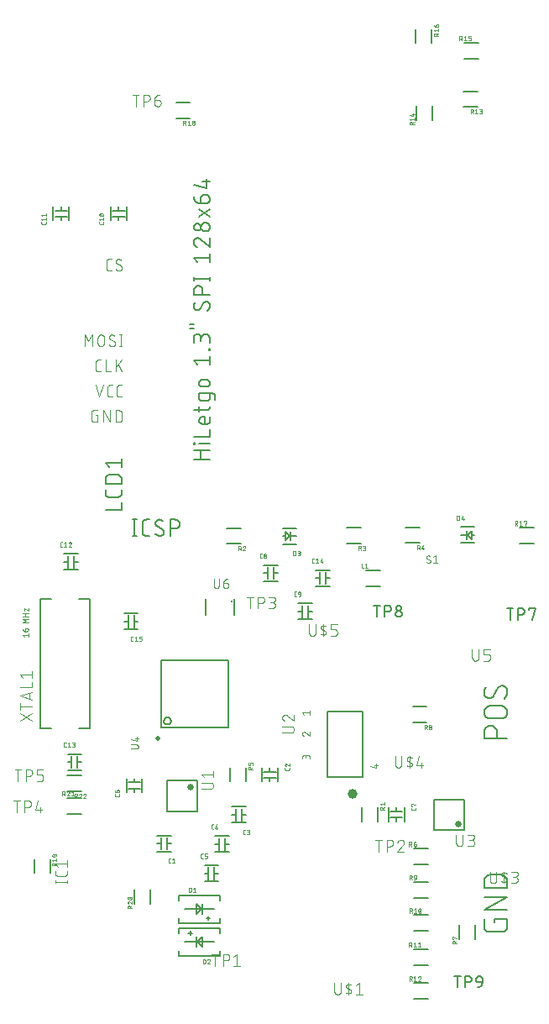
<source format=gbr>
G04 EAGLE Gerber X2 export*
%TF.Part,Single*%
%TF.FileFunction,Legend,Top,1*%
%TF.FilePolarity,Positive*%
%TF.GenerationSoftware,Autodesk,EAGLE,9.1.1*%
%TF.CreationDate,2018-07-18T17:05:30Z*%
G75*
%MOMM*%
%FSLAX34Y34*%
%LPD*%
%AMOC8*
5,1,8,0,0,1.08239X$1,22.5*%
G01*
%ADD10C,0.050800*%
%ADD11C,0.127000*%
%ADD12C,0.101600*%
%ADD13C,0.152400*%
%ADD14C,0.076200*%
%ADD15C,1.000000*%
%ADD16C,0.203200*%
%ADD17C,0.650000*%
%ADD18C,0.508000*%
%ADD19C,0.200000*%


D10*
X171482Y174454D02*
X170484Y174454D01*
X170424Y174456D01*
X170364Y174461D01*
X170304Y174470D01*
X170245Y174483D01*
X170187Y174499D01*
X170130Y174519D01*
X170074Y174542D01*
X170020Y174568D01*
X169968Y174598D01*
X169917Y174631D01*
X169869Y174666D01*
X169822Y174705D01*
X169778Y174746D01*
X169737Y174790D01*
X169698Y174837D01*
X169663Y174885D01*
X169630Y174936D01*
X169600Y174988D01*
X169574Y175042D01*
X169551Y175098D01*
X169531Y175155D01*
X169515Y175213D01*
X169502Y175272D01*
X169493Y175332D01*
X169488Y175392D01*
X169486Y175452D01*
X169486Y177948D01*
X169488Y178011D01*
X169494Y178073D01*
X169504Y178135D01*
X169517Y178196D01*
X169535Y178256D01*
X169556Y178315D01*
X169581Y178373D01*
X169609Y178429D01*
X169641Y178483D01*
X169677Y178535D01*
X169715Y178584D01*
X169756Y178631D01*
X169801Y178675D01*
X169848Y178717D01*
X169897Y178755D01*
X169949Y178791D01*
X170003Y178823D01*
X170059Y178851D01*
X170117Y178876D01*
X170176Y178897D01*
X170236Y178915D01*
X170297Y178928D01*
X170359Y178938D01*
X170421Y178944D01*
X170484Y178946D01*
X171482Y178946D01*
X173250Y177948D02*
X174498Y178946D01*
X174498Y174454D01*
X173250Y174454D02*
X175746Y174454D01*
D11*
X172000Y202200D02*
X158000Y202200D01*
X158000Y186200D02*
X172000Y186200D01*
X168000Y188200D02*
X168000Y194200D01*
X168000Y200200D01*
X162000Y194200D02*
X162000Y188200D01*
X162000Y194200D02*
X162000Y200200D01*
X162000Y194200D02*
X158000Y194200D01*
X168000Y194200D02*
X172000Y194200D01*
D10*
X104046Y819452D02*
X104046Y820450D01*
X104046Y819452D02*
X104044Y819389D01*
X104038Y819327D01*
X104028Y819265D01*
X104015Y819204D01*
X103997Y819144D01*
X103976Y819085D01*
X103951Y819027D01*
X103923Y818971D01*
X103891Y818917D01*
X103855Y818865D01*
X103817Y818816D01*
X103776Y818769D01*
X103731Y818725D01*
X103684Y818683D01*
X103635Y818645D01*
X103583Y818609D01*
X103529Y818577D01*
X103473Y818549D01*
X103415Y818524D01*
X103356Y818503D01*
X103296Y818485D01*
X103235Y818472D01*
X103173Y818462D01*
X103111Y818456D01*
X103048Y818454D01*
X100552Y818454D01*
X100489Y818456D01*
X100427Y818462D01*
X100365Y818472D01*
X100304Y818485D01*
X100244Y818503D01*
X100185Y818524D01*
X100127Y818549D01*
X100071Y818577D01*
X100017Y818609D01*
X99965Y818645D01*
X99916Y818683D01*
X99869Y818724D01*
X99825Y818769D01*
X99783Y818816D01*
X99745Y818865D01*
X99709Y818917D01*
X99677Y818971D01*
X99649Y819027D01*
X99624Y819085D01*
X99603Y819144D01*
X99585Y819204D01*
X99572Y819265D01*
X99562Y819327D01*
X99556Y819389D01*
X99554Y819452D01*
X99554Y820450D01*
X100552Y822219D02*
X99554Y823467D01*
X104046Y823467D01*
X104046Y824714D02*
X104046Y822219D01*
X101800Y826719D02*
X101680Y826721D01*
X101560Y826727D01*
X101441Y826736D01*
X101322Y826750D01*
X101203Y826767D01*
X101085Y826789D01*
X100968Y826814D01*
X100851Y826843D01*
X100736Y826875D01*
X100621Y826912D01*
X100508Y826952D01*
X100397Y826995D01*
X100287Y827043D01*
X100178Y827093D01*
X100178Y827094D02*
X100121Y827115D01*
X100067Y827140D01*
X100013Y827169D01*
X99962Y827201D01*
X99914Y827236D01*
X99867Y827274D01*
X99823Y827316D01*
X99782Y827360D01*
X99744Y827406D01*
X99709Y827455D01*
X99677Y827507D01*
X99649Y827560D01*
X99624Y827615D01*
X99603Y827671D01*
X99585Y827729D01*
X99572Y827787D01*
X99562Y827847D01*
X99556Y827907D01*
X99554Y827967D01*
X99556Y828027D01*
X99562Y828087D01*
X99572Y828147D01*
X99585Y828205D01*
X99603Y828263D01*
X99624Y828319D01*
X99649Y828374D01*
X99677Y828427D01*
X99709Y828479D01*
X99744Y828528D01*
X99782Y828574D01*
X99823Y828618D01*
X99867Y828660D01*
X99913Y828698D01*
X99962Y828733D01*
X100013Y828765D01*
X100067Y828794D01*
X100121Y828819D01*
X100178Y828840D01*
X100287Y828890D01*
X100397Y828938D01*
X100508Y828981D01*
X100621Y829021D01*
X100736Y829058D01*
X100851Y829090D01*
X100968Y829119D01*
X101085Y829144D01*
X101203Y829166D01*
X101322Y829183D01*
X101441Y829197D01*
X101560Y829206D01*
X101680Y829212D01*
X101800Y829214D01*
X101800Y826719D02*
X101920Y826721D01*
X102040Y826727D01*
X102159Y826736D01*
X102278Y826750D01*
X102397Y826767D01*
X102515Y826789D01*
X102632Y826814D01*
X102749Y826843D01*
X102864Y826875D01*
X102978Y826912D01*
X103092Y826952D01*
X103203Y826995D01*
X103313Y827043D01*
X103422Y827093D01*
X103422Y827094D02*
X103479Y827115D01*
X103533Y827140D01*
X103587Y827169D01*
X103638Y827201D01*
X103687Y827236D01*
X103733Y827274D01*
X103777Y827316D01*
X103818Y827360D01*
X103856Y827406D01*
X103891Y827455D01*
X103923Y827507D01*
X103951Y827560D01*
X103976Y827615D01*
X103997Y827671D01*
X104015Y827729D01*
X104028Y827787D01*
X104038Y827847D01*
X104044Y827907D01*
X104046Y827967D01*
X103422Y828840D02*
X103313Y828890D01*
X103203Y828938D01*
X103092Y828981D01*
X102978Y829021D01*
X102864Y829058D01*
X102749Y829090D01*
X102632Y829119D01*
X102515Y829144D01*
X102397Y829166D01*
X102278Y829183D01*
X102159Y829197D01*
X102040Y829206D01*
X101920Y829212D01*
X101800Y829214D01*
X103422Y828840D02*
X103479Y828819D01*
X103534Y828794D01*
X103587Y828765D01*
X103638Y828733D01*
X103687Y828698D01*
X103733Y828660D01*
X103777Y828618D01*
X103818Y828574D01*
X103856Y828528D01*
X103891Y828479D01*
X103923Y828427D01*
X103951Y828374D01*
X103976Y828319D01*
X103997Y828263D01*
X104015Y828205D01*
X104028Y828147D01*
X104038Y828087D01*
X104044Y828027D01*
X104046Y827967D01*
X103048Y826968D02*
X100552Y828965D01*
D11*
X127300Y822200D02*
X127300Y836200D01*
X111300Y836200D02*
X111300Y822200D01*
X113300Y826200D02*
X119300Y826200D01*
X125300Y826200D01*
X119300Y832200D02*
X113300Y832200D01*
X119300Y832200D02*
X125300Y832200D01*
X119300Y832200D02*
X119300Y836200D01*
X119300Y826200D02*
X119300Y822200D01*
D10*
X45746Y820450D02*
X45746Y819452D01*
X45744Y819389D01*
X45738Y819327D01*
X45728Y819265D01*
X45715Y819204D01*
X45697Y819144D01*
X45676Y819085D01*
X45651Y819027D01*
X45623Y818971D01*
X45591Y818917D01*
X45555Y818865D01*
X45517Y818816D01*
X45476Y818769D01*
X45431Y818725D01*
X45384Y818683D01*
X45335Y818645D01*
X45283Y818609D01*
X45229Y818577D01*
X45173Y818549D01*
X45115Y818524D01*
X45056Y818503D01*
X44996Y818485D01*
X44935Y818472D01*
X44873Y818462D01*
X44811Y818456D01*
X44748Y818454D01*
X42252Y818454D01*
X42189Y818456D01*
X42127Y818462D01*
X42065Y818472D01*
X42004Y818485D01*
X41944Y818503D01*
X41885Y818524D01*
X41827Y818549D01*
X41771Y818577D01*
X41717Y818609D01*
X41665Y818645D01*
X41616Y818683D01*
X41569Y818724D01*
X41525Y818769D01*
X41483Y818816D01*
X41445Y818865D01*
X41409Y818917D01*
X41377Y818971D01*
X41349Y819027D01*
X41324Y819085D01*
X41303Y819144D01*
X41285Y819204D01*
X41272Y819265D01*
X41262Y819327D01*
X41256Y819389D01*
X41254Y819452D01*
X41254Y820450D01*
X42252Y822219D02*
X41254Y823467D01*
X45746Y823467D01*
X45746Y824714D02*
X45746Y822219D01*
X42252Y826719D02*
X41254Y827967D01*
X45746Y827967D01*
X45746Y829214D02*
X45746Y826719D01*
D11*
X69000Y822200D02*
X69000Y836200D01*
X53000Y836200D02*
X53000Y822200D01*
X55000Y826200D02*
X61000Y826200D01*
X67000Y826200D01*
X61000Y832200D02*
X55000Y832200D01*
X61000Y832200D02*
X67000Y832200D01*
X61000Y832200D02*
X61000Y836200D01*
X61000Y826200D02*
X61000Y822200D01*
D10*
X61352Y493454D02*
X62350Y493454D01*
X61352Y493454D02*
X61292Y493456D01*
X61232Y493461D01*
X61172Y493470D01*
X61113Y493483D01*
X61055Y493499D01*
X60998Y493519D01*
X60942Y493542D01*
X60888Y493568D01*
X60836Y493598D01*
X60785Y493631D01*
X60737Y493666D01*
X60690Y493705D01*
X60646Y493746D01*
X60605Y493790D01*
X60566Y493837D01*
X60531Y493885D01*
X60498Y493936D01*
X60468Y493988D01*
X60442Y494042D01*
X60419Y494098D01*
X60399Y494155D01*
X60383Y494213D01*
X60370Y494272D01*
X60361Y494332D01*
X60356Y494392D01*
X60354Y494452D01*
X60354Y496948D01*
X60356Y497011D01*
X60362Y497073D01*
X60372Y497135D01*
X60385Y497196D01*
X60403Y497256D01*
X60424Y497315D01*
X60449Y497373D01*
X60477Y497429D01*
X60509Y497483D01*
X60545Y497535D01*
X60583Y497584D01*
X60624Y497631D01*
X60669Y497675D01*
X60716Y497717D01*
X60765Y497755D01*
X60817Y497791D01*
X60871Y497823D01*
X60927Y497851D01*
X60985Y497876D01*
X61044Y497897D01*
X61104Y497915D01*
X61165Y497928D01*
X61227Y497938D01*
X61289Y497944D01*
X61352Y497946D01*
X62350Y497946D01*
X64119Y496948D02*
X65367Y497946D01*
X65367Y493454D01*
X66614Y493454D02*
X64119Y493454D01*
X69991Y497946D02*
X70056Y497944D01*
X70121Y497938D01*
X70186Y497929D01*
X70250Y497916D01*
X70313Y497899D01*
X70375Y497878D01*
X70436Y497854D01*
X70495Y497827D01*
X70553Y497796D01*
X70608Y497761D01*
X70662Y497724D01*
X70713Y497683D01*
X70762Y497640D01*
X70808Y497594D01*
X70851Y497545D01*
X70892Y497494D01*
X70929Y497440D01*
X70964Y497385D01*
X70995Y497327D01*
X71022Y497268D01*
X71046Y497207D01*
X71067Y497145D01*
X71084Y497082D01*
X71097Y497018D01*
X71106Y496953D01*
X71112Y496888D01*
X71114Y496823D01*
X69991Y497946D02*
X69918Y497944D01*
X69846Y497939D01*
X69774Y497930D01*
X69703Y497917D01*
X69632Y497901D01*
X69562Y497881D01*
X69493Y497857D01*
X69426Y497831D01*
X69360Y497801D01*
X69295Y497767D01*
X69233Y497731D01*
X69172Y497691D01*
X69113Y497648D01*
X69057Y497603D01*
X69003Y497554D01*
X68951Y497503D01*
X68902Y497450D01*
X68856Y497394D01*
X68812Y497336D01*
X68772Y497275D01*
X68735Y497213D01*
X68701Y497149D01*
X68670Y497083D01*
X68642Y497016D01*
X68618Y496948D01*
X70740Y495950D02*
X70786Y495996D01*
X70829Y496044D01*
X70870Y496095D01*
X70908Y496148D01*
X70943Y496203D01*
X70974Y496260D01*
X71003Y496318D01*
X71029Y496378D01*
X71051Y496439D01*
X71070Y496501D01*
X71086Y496565D01*
X71098Y496629D01*
X71107Y496693D01*
X71112Y496758D01*
X71114Y496823D01*
X70740Y495950D02*
X68619Y493454D01*
X71114Y493454D01*
D11*
X78100Y470200D02*
X64100Y470200D01*
X64100Y486200D02*
X78100Y486200D01*
X68100Y484200D02*
X68100Y478200D01*
X68100Y472200D01*
X74100Y478200D02*
X74100Y484200D01*
X74100Y478200D02*
X74100Y472200D01*
X74100Y478200D02*
X78100Y478200D01*
X68100Y478200D02*
X64100Y478200D01*
D10*
X65052Y291454D02*
X66050Y291454D01*
X65052Y291454D02*
X64992Y291456D01*
X64932Y291461D01*
X64872Y291470D01*
X64813Y291483D01*
X64755Y291499D01*
X64698Y291519D01*
X64642Y291542D01*
X64588Y291568D01*
X64536Y291598D01*
X64485Y291631D01*
X64437Y291666D01*
X64390Y291705D01*
X64346Y291746D01*
X64305Y291790D01*
X64266Y291837D01*
X64231Y291885D01*
X64198Y291936D01*
X64168Y291988D01*
X64142Y292042D01*
X64119Y292098D01*
X64099Y292155D01*
X64083Y292213D01*
X64070Y292272D01*
X64061Y292332D01*
X64056Y292392D01*
X64054Y292452D01*
X64054Y294948D01*
X64056Y295011D01*
X64062Y295073D01*
X64072Y295135D01*
X64085Y295196D01*
X64103Y295256D01*
X64124Y295315D01*
X64149Y295373D01*
X64177Y295429D01*
X64209Y295483D01*
X64245Y295535D01*
X64283Y295584D01*
X64324Y295631D01*
X64369Y295675D01*
X64416Y295717D01*
X64465Y295755D01*
X64517Y295791D01*
X64571Y295823D01*
X64627Y295851D01*
X64685Y295876D01*
X64744Y295897D01*
X64804Y295915D01*
X64865Y295928D01*
X64927Y295938D01*
X64989Y295944D01*
X65052Y295946D01*
X66050Y295946D01*
X67819Y294948D02*
X69067Y295946D01*
X69067Y291454D01*
X70314Y291454D02*
X67819Y291454D01*
X72319Y291454D02*
X73567Y291454D01*
X73636Y291456D01*
X73704Y291462D01*
X73772Y291471D01*
X73840Y291484D01*
X73907Y291501D01*
X73972Y291522D01*
X74037Y291546D01*
X74100Y291573D01*
X74161Y291604D01*
X74221Y291639D01*
X74278Y291676D01*
X74334Y291717D01*
X74387Y291761D01*
X74437Y291807D01*
X74485Y291857D01*
X74530Y291909D01*
X74573Y291963D01*
X74612Y292019D01*
X74648Y292078D01*
X74681Y292138D01*
X74710Y292201D01*
X74736Y292264D01*
X74758Y292329D01*
X74777Y292396D01*
X74792Y292463D01*
X74803Y292531D01*
X74811Y292599D01*
X74815Y292668D01*
X74815Y292736D01*
X74811Y292805D01*
X74803Y292873D01*
X74792Y292941D01*
X74777Y293008D01*
X74758Y293075D01*
X74736Y293140D01*
X74710Y293203D01*
X74681Y293266D01*
X74648Y293326D01*
X74612Y293385D01*
X74573Y293441D01*
X74530Y293495D01*
X74485Y293547D01*
X74437Y293597D01*
X74387Y293643D01*
X74334Y293687D01*
X74278Y293728D01*
X74221Y293765D01*
X74161Y293800D01*
X74100Y293831D01*
X74037Y293858D01*
X73972Y293882D01*
X73907Y293903D01*
X73840Y293920D01*
X73772Y293933D01*
X73704Y293942D01*
X73636Y293948D01*
X73567Y293950D01*
X73816Y295946D02*
X72319Y295946D01*
X73816Y295946D02*
X73877Y295944D01*
X73939Y295938D01*
X73999Y295929D01*
X74059Y295916D01*
X74119Y295899D01*
X74177Y295879D01*
X74233Y295855D01*
X74288Y295827D01*
X74341Y295797D01*
X74393Y295763D01*
X74442Y295726D01*
X74488Y295686D01*
X74532Y295643D01*
X74574Y295597D01*
X74612Y295549D01*
X74648Y295499D01*
X74680Y295447D01*
X74709Y295393D01*
X74735Y295337D01*
X74757Y295280D01*
X74776Y295221D01*
X74791Y295162D01*
X74802Y295101D01*
X74810Y295040D01*
X74814Y294979D01*
X74814Y294917D01*
X74810Y294856D01*
X74802Y294795D01*
X74791Y294734D01*
X74776Y294675D01*
X74757Y294616D01*
X74735Y294559D01*
X74709Y294503D01*
X74680Y294449D01*
X74648Y294397D01*
X74612Y294347D01*
X74574Y294299D01*
X74532Y294253D01*
X74488Y294210D01*
X74442Y294170D01*
X74393Y294133D01*
X74341Y294099D01*
X74288Y294069D01*
X74233Y294041D01*
X74177Y294017D01*
X74119Y293997D01*
X74059Y293980D01*
X73999Y293967D01*
X73939Y293958D01*
X73877Y293952D01*
X73816Y293950D01*
X72818Y293950D01*
D11*
X67800Y268200D02*
X81800Y268200D01*
X81800Y284200D02*
X67800Y284200D01*
X71800Y282200D02*
X71800Y276200D01*
X71800Y270200D01*
X77800Y276200D02*
X77800Y282200D01*
X77800Y276200D02*
X77800Y270200D01*
X77800Y276200D02*
X81800Y276200D01*
X71800Y276200D02*
X67800Y276200D01*
D10*
X315252Y476954D02*
X316250Y476954D01*
X315252Y476954D02*
X315192Y476956D01*
X315132Y476961D01*
X315072Y476970D01*
X315013Y476983D01*
X314955Y476999D01*
X314898Y477019D01*
X314842Y477042D01*
X314788Y477068D01*
X314736Y477098D01*
X314685Y477131D01*
X314637Y477166D01*
X314590Y477205D01*
X314546Y477246D01*
X314505Y477290D01*
X314466Y477337D01*
X314431Y477385D01*
X314398Y477436D01*
X314368Y477488D01*
X314342Y477542D01*
X314319Y477598D01*
X314299Y477655D01*
X314283Y477713D01*
X314270Y477772D01*
X314261Y477832D01*
X314256Y477892D01*
X314254Y477952D01*
X314254Y480448D01*
X314256Y480511D01*
X314262Y480573D01*
X314272Y480635D01*
X314285Y480696D01*
X314303Y480756D01*
X314324Y480815D01*
X314349Y480873D01*
X314377Y480929D01*
X314409Y480983D01*
X314445Y481035D01*
X314483Y481084D01*
X314524Y481131D01*
X314569Y481175D01*
X314616Y481217D01*
X314665Y481255D01*
X314717Y481291D01*
X314771Y481323D01*
X314827Y481351D01*
X314885Y481376D01*
X314944Y481397D01*
X315004Y481415D01*
X315065Y481428D01*
X315127Y481438D01*
X315189Y481444D01*
X315252Y481446D01*
X316250Y481446D01*
X318019Y480448D02*
X319267Y481446D01*
X319267Y476954D01*
X320514Y476954D02*
X318019Y476954D01*
X322519Y477952D02*
X323517Y481446D01*
X322519Y477952D02*
X325014Y477952D01*
X324266Y478950D02*
X324266Y476954D01*
D11*
X318000Y453700D02*
X332000Y453700D01*
X332000Y469700D02*
X318000Y469700D01*
X322000Y467700D02*
X322000Y461700D01*
X322000Y455700D01*
X328000Y461700D02*
X328000Y467700D01*
X328000Y461700D02*
X328000Y455700D01*
X328000Y461700D02*
X332000Y461700D01*
X322000Y461700D02*
X318000Y461700D01*
D10*
X133682Y398454D02*
X132684Y398454D01*
X132624Y398456D01*
X132564Y398461D01*
X132504Y398470D01*
X132445Y398483D01*
X132387Y398499D01*
X132330Y398519D01*
X132274Y398542D01*
X132220Y398568D01*
X132168Y398598D01*
X132117Y398631D01*
X132069Y398666D01*
X132022Y398705D01*
X131978Y398746D01*
X131937Y398790D01*
X131898Y398837D01*
X131863Y398885D01*
X131830Y398936D01*
X131800Y398988D01*
X131774Y399042D01*
X131751Y399098D01*
X131731Y399155D01*
X131715Y399213D01*
X131702Y399272D01*
X131693Y399332D01*
X131688Y399392D01*
X131686Y399452D01*
X131686Y401948D01*
X131688Y402011D01*
X131694Y402073D01*
X131704Y402135D01*
X131717Y402196D01*
X131735Y402256D01*
X131756Y402315D01*
X131781Y402373D01*
X131809Y402429D01*
X131841Y402483D01*
X131877Y402535D01*
X131915Y402584D01*
X131956Y402631D01*
X132001Y402675D01*
X132048Y402717D01*
X132097Y402755D01*
X132149Y402791D01*
X132203Y402823D01*
X132259Y402851D01*
X132317Y402876D01*
X132376Y402897D01*
X132436Y402915D01*
X132497Y402928D01*
X132559Y402938D01*
X132621Y402944D01*
X132684Y402946D01*
X133682Y402946D01*
X135451Y401948D02*
X136698Y402946D01*
X136698Y398454D01*
X135451Y398454D02*
X137946Y398454D01*
X139950Y398454D02*
X141448Y398454D01*
X141508Y398456D01*
X141568Y398461D01*
X141628Y398470D01*
X141687Y398483D01*
X141745Y398499D01*
X141802Y398519D01*
X141858Y398542D01*
X141912Y398568D01*
X141964Y398598D01*
X142015Y398631D01*
X142063Y398666D01*
X142110Y398705D01*
X142154Y398746D01*
X142195Y398790D01*
X142234Y398837D01*
X142269Y398885D01*
X142302Y398936D01*
X142332Y398988D01*
X142358Y399042D01*
X142381Y399098D01*
X142401Y399155D01*
X142417Y399213D01*
X142430Y399272D01*
X142439Y399332D01*
X142444Y399392D01*
X142446Y399452D01*
X142446Y399951D01*
X142444Y400011D01*
X142439Y400071D01*
X142430Y400131D01*
X142417Y400190D01*
X142401Y400248D01*
X142381Y400305D01*
X142358Y400361D01*
X142332Y400415D01*
X142302Y400467D01*
X142269Y400518D01*
X142234Y400566D01*
X142195Y400613D01*
X142154Y400657D01*
X142110Y400698D01*
X142063Y400737D01*
X142015Y400772D01*
X141964Y400805D01*
X141912Y400835D01*
X141858Y400861D01*
X141802Y400884D01*
X141745Y400904D01*
X141687Y400920D01*
X141628Y400933D01*
X141568Y400942D01*
X141508Y400947D01*
X141448Y400949D01*
X141448Y400950D02*
X139950Y400950D01*
X139950Y402946D01*
X142446Y402946D01*
D11*
X138700Y426200D02*
X124700Y426200D01*
X124700Y410200D02*
X138700Y410200D01*
X134700Y412200D02*
X134700Y418200D01*
X134700Y424200D01*
X128700Y418200D02*
X128700Y412200D01*
X128700Y418200D02*
X128700Y424200D01*
X128700Y418200D02*
X124700Y418200D01*
X134700Y418200D02*
X138700Y418200D01*
D10*
X291446Y270182D02*
X291446Y269184D01*
X291444Y269121D01*
X291438Y269059D01*
X291428Y268997D01*
X291415Y268936D01*
X291397Y268876D01*
X291376Y268817D01*
X291351Y268759D01*
X291323Y268703D01*
X291291Y268649D01*
X291255Y268597D01*
X291217Y268548D01*
X291176Y268501D01*
X291131Y268457D01*
X291084Y268415D01*
X291035Y268377D01*
X290983Y268341D01*
X290929Y268309D01*
X290873Y268281D01*
X290815Y268256D01*
X290756Y268235D01*
X290696Y268217D01*
X290635Y268204D01*
X290573Y268194D01*
X290511Y268188D01*
X290448Y268186D01*
X287952Y268186D01*
X287889Y268188D01*
X287827Y268194D01*
X287765Y268204D01*
X287704Y268217D01*
X287644Y268235D01*
X287585Y268256D01*
X287527Y268281D01*
X287471Y268309D01*
X287417Y268341D01*
X287365Y268377D01*
X287316Y268415D01*
X287269Y268456D01*
X287225Y268501D01*
X287183Y268548D01*
X287145Y268597D01*
X287109Y268649D01*
X287077Y268703D01*
X287049Y268759D01*
X287024Y268817D01*
X287003Y268876D01*
X286985Y268936D01*
X286972Y268997D01*
X286962Y269059D01*
X286956Y269121D01*
X286954Y269184D01*
X286954Y270182D01*
X286954Y273323D02*
X286956Y273388D01*
X286962Y273453D01*
X286971Y273518D01*
X286984Y273582D01*
X287001Y273645D01*
X287022Y273707D01*
X287046Y273768D01*
X287073Y273827D01*
X287104Y273885D01*
X287139Y273940D01*
X287176Y273994D01*
X287217Y274045D01*
X287260Y274094D01*
X287306Y274140D01*
X287355Y274183D01*
X287406Y274224D01*
X287460Y274261D01*
X287516Y274296D01*
X287573Y274327D01*
X287632Y274354D01*
X287693Y274378D01*
X287755Y274399D01*
X287818Y274416D01*
X287882Y274429D01*
X287947Y274438D01*
X288012Y274444D01*
X288077Y274446D01*
X286954Y273323D02*
X286956Y273250D01*
X286961Y273178D01*
X286970Y273106D01*
X286983Y273035D01*
X286999Y272964D01*
X287019Y272894D01*
X287043Y272825D01*
X287069Y272758D01*
X287099Y272692D01*
X287133Y272627D01*
X287169Y272565D01*
X287209Y272504D01*
X287252Y272445D01*
X287297Y272389D01*
X287346Y272335D01*
X287397Y272283D01*
X287450Y272234D01*
X287506Y272188D01*
X287564Y272144D01*
X287625Y272104D01*
X287687Y272067D01*
X287751Y272033D01*
X287817Y272002D01*
X287884Y271974D01*
X287952Y271950D01*
X288950Y274072D02*
X288904Y274118D01*
X288856Y274161D01*
X288805Y274202D01*
X288752Y274240D01*
X288697Y274275D01*
X288640Y274306D01*
X288582Y274335D01*
X288522Y274361D01*
X288461Y274383D01*
X288399Y274402D01*
X288335Y274418D01*
X288271Y274430D01*
X288207Y274439D01*
X288142Y274444D01*
X288077Y274446D01*
X288950Y274072D02*
X291446Y271950D01*
X291446Y274446D01*
D11*
X263700Y270700D02*
X263700Y256700D01*
X279700Y256700D02*
X279700Y270700D01*
X277700Y266700D02*
X271700Y266700D01*
X265700Y266700D01*
X271700Y260700D02*
X277700Y260700D01*
X271700Y260700D02*
X265700Y260700D01*
X271700Y260700D02*
X271700Y256700D01*
X271700Y266700D02*
X271700Y270700D01*
D10*
X246882Y203454D02*
X245884Y203454D01*
X245824Y203456D01*
X245764Y203461D01*
X245704Y203470D01*
X245645Y203483D01*
X245587Y203499D01*
X245530Y203519D01*
X245474Y203542D01*
X245420Y203568D01*
X245368Y203598D01*
X245317Y203631D01*
X245269Y203666D01*
X245222Y203705D01*
X245178Y203746D01*
X245137Y203790D01*
X245098Y203837D01*
X245063Y203885D01*
X245030Y203936D01*
X245000Y203988D01*
X244974Y204042D01*
X244951Y204098D01*
X244931Y204155D01*
X244915Y204213D01*
X244902Y204272D01*
X244893Y204332D01*
X244888Y204392D01*
X244886Y204452D01*
X244886Y206948D01*
X244888Y207011D01*
X244894Y207073D01*
X244904Y207135D01*
X244917Y207196D01*
X244935Y207256D01*
X244956Y207315D01*
X244981Y207373D01*
X245009Y207429D01*
X245041Y207483D01*
X245077Y207535D01*
X245115Y207584D01*
X245156Y207631D01*
X245201Y207675D01*
X245248Y207717D01*
X245297Y207755D01*
X245349Y207791D01*
X245403Y207823D01*
X245459Y207851D01*
X245517Y207876D01*
X245576Y207897D01*
X245636Y207915D01*
X245697Y207928D01*
X245759Y207938D01*
X245821Y207944D01*
X245884Y207946D01*
X246882Y207946D01*
X248650Y203454D02*
X249898Y203454D01*
X249967Y203456D01*
X250035Y203462D01*
X250103Y203471D01*
X250171Y203484D01*
X250238Y203501D01*
X250303Y203522D01*
X250368Y203546D01*
X250431Y203573D01*
X250492Y203604D01*
X250552Y203639D01*
X250609Y203676D01*
X250665Y203717D01*
X250718Y203761D01*
X250768Y203807D01*
X250816Y203857D01*
X250861Y203909D01*
X250904Y203963D01*
X250943Y204019D01*
X250979Y204078D01*
X251012Y204138D01*
X251041Y204201D01*
X251067Y204264D01*
X251089Y204329D01*
X251108Y204396D01*
X251123Y204463D01*
X251134Y204531D01*
X251142Y204599D01*
X251146Y204668D01*
X251146Y204736D01*
X251142Y204805D01*
X251134Y204873D01*
X251123Y204941D01*
X251108Y205008D01*
X251089Y205075D01*
X251067Y205140D01*
X251041Y205203D01*
X251012Y205266D01*
X250979Y205326D01*
X250943Y205385D01*
X250904Y205441D01*
X250861Y205495D01*
X250816Y205547D01*
X250768Y205597D01*
X250718Y205643D01*
X250665Y205687D01*
X250609Y205728D01*
X250552Y205765D01*
X250492Y205800D01*
X250431Y205831D01*
X250368Y205858D01*
X250303Y205882D01*
X250238Y205903D01*
X250171Y205920D01*
X250103Y205933D01*
X250035Y205942D01*
X249967Y205948D01*
X249898Y205950D01*
X250148Y207946D02*
X248650Y207946D01*
X250148Y207946D02*
X250209Y207944D01*
X250271Y207938D01*
X250331Y207929D01*
X250391Y207916D01*
X250451Y207899D01*
X250509Y207879D01*
X250565Y207855D01*
X250620Y207827D01*
X250673Y207797D01*
X250725Y207763D01*
X250774Y207726D01*
X250820Y207686D01*
X250864Y207643D01*
X250906Y207597D01*
X250944Y207549D01*
X250980Y207499D01*
X251012Y207447D01*
X251041Y207393D01*
X251067Y207337D01*
X251089Y207280D01*
X251108Y207221D01*
X251123Y207162D01*
X251134Y207101D01*
X251142Y207040D01*
X251146Y206979D01*
X251146Y206917D01*
X251142Y206856D01*
X251134Y206795D01*
X251123Y206734D01*
X251108Y206675D01*
X251089Y206616D01*
X251067Y206559D01*
X251041Y206503D01*
X251012Y206449D01*
X250980Y206397D01*
X250944Y206347D01*
X250906Y206299D01*
X250864Y206253D01*
X250820Y206210D01*
X250774Y206170D01*
X250725Y206133D01*
X250673Y206099D01*
X250620Y206069D01*
X250565Y206041D01*
X250509Y206017D01*
X250451Y205997D01*
X250391Y205980D01*
X250331Y205967D01*
X250271Y205958D01*
X250209Y205952D01*
X250148Y205950D01*
X249150Y205950D01*
D11*
X247400Y231200D02*
X233400Y231200D01*
X233400Y215200D02*
X247400Y215200D01*
X243400Y217200D02*
X243400Y223200D01*
X243400Y229200D01*
X237400Y223200D02*
X237400Y217200D01*
X237400Y223200D02*
X237400Y229200D01*
X237400Y223200D02*
X233400Y223200D01*
X243400Y223200D02*
X247400Y223200D01*
D10*
X214850Y208954D02*
X213852Y208954D01*
X213792Y208956D01*
X213732Y208961D01*
X213672Y208970D01*
X213613Y208983D01*
X213555Y208999D01*
X213498Y209019D01*
X213442Y209042D01*
X213388Y209068D01*
X213336Y209098D01*
X213285Y209131D01*
X213237Y209166D01*
X213190Y209205D01*
X213146Y209246D01*
X213105Y209290D01*
X213066Y209337D01*
X213031Y209385D01*
X212998Y209436D01*
X212968Y209488D01*
X212942Y209542D01*
X212919Y209598D01*
X212899Y209655D01*
X212883Y209713D01*
X212870Y209772D01*
X212861Y209832D01*
X212856Y209892D01*
X212854Y209952D01*
X212854Y212448D01*
X212856Y212511D01*
X212862Y212573D01*
X212872Y212635D01*
X212885Y212696D01*
X212903Y212756D01*
X212924Y212815D01*
X212949Y212873D01*
X212977Y212929D01*
X213009Y212983D01*
X213045Y213035D01*
X213083Y213084D01*
X213124Y213131D01*
X213169Y213175D01*
X213216Y213217D01*
X213265Y213255D01*
X213317Y213291D01*
X213371Y213323D01*
X213427Y213351D01*
X213485Y213376D01*
X213544Y213397D01*
X213604Y213415D01*
X213665Y213428D01*
X213727Y213438D01*
X213789Y213444D01*
X213852Y213446D01*
X214850Y213446D01*
X217617Y213446D02*
X216619Y209952D01*
X219114Y209952D01*
X218366Y210950D02*
X218366Y208954D01*
D11*
X216600Y185700D02*
X230600Y185700D01*
X230600Y201700D02*
X216600Y201700D01*
X220600Y199700D02*
X220600Y193700D01*
X220600Y187700D01*
X226600Y193700D02*
X226600Y199700D01*
X226600Y193700D02*
X226600Y187700D01*
X226600Y193700D02*
X230600Y193700D01*
X220600Y193700D02*
X216600Y193700D01*
D10*
X204050Y179454D02*
X203052Y179454D01*
X202992Y179456D01*
X202932Y179461D01*
X202872Y179470D01*
X202813Y179483D01*
X202755Y179499D01*
X202698Y179519D01*
X202642Y179542D01*
X202588Y179568D01*
X202536Y179598D01*
X202485Y179631D01*
X202437Y179666D01*
X202390Y179705D01*
X202346Y179746D01*
X202305Y179790D01*
X202266Y179837D01*
X202231Y179885D01*
X202198Y179936D01*
X202168Y179988D01*
X202142Y180042D01*
X202119Y180098D01*
X202099Y180155D01*
X202083Y180213D01*
X202070Y180272D01*
X202061Y180332D01*
X202056Y180392D01*
X202054Y180452D01*
X202054Y182948D01*
X202056Y183011D01*
X202062Y183073D01*
X202072Y183135D01*
X202085Y183196D01*
X202103Y183256D01*
X202124Y183315D01*
X202149Y183373D01*
X202177Y183429D01*
X202209Y183483D01*
X202245Y183535D01*
X202283Y183584D01*
X202324Y183631D01*
X202369Y183675D01*
X202416Y183717D01*
X202465Y183755D01*
X202517Y183791D01*
X202571Y183823D01*
X202627Y183851D01*
X202685Y183876D01*
X202744Y183897D01*
X202804Y183915D01*
X202865Y183928D01*
X202927Y183938D01*
X202989Y183944D01*
X203052Y183946D01*
X204050Y183946D01*
X205819Y179454D02*
X207316Y179454D01*
X207376Y179456D01*
X207436Y179461D01*
X207496Y179470D01*
X207555Y179483D01*
X207613Y179499D01*
X207670Y179519D01*
X207726Y179542D01*
X207780Y179568D01*
X207832Y179598D01*
X207883Y179631D01*
X207931Y179666D01*
X207978Y179705D01*
X208022Y179746D01*
X208063Y179790D01*
X208102Y179837D01*
X208137Y179885D01*
X208170Y179936D01*
X208200Y179988D01*
X208226Y180042D01*
X208249Y180098D01*
X208269Y180155D01*
X208285Y180213D01*
X208298Y180272D01*
X208307Y180332D01*
X208312Y180392D01*
X208314Y180452D01*
X208314Y180951D01*
X208312Y181011D01*
X208307Y181071D01*
X208298Y181131D01*
X208285Y181190D01*
X208269Y181248D01*
X208249Y181305D01*
X208226Y181361D01*
X208200Y181415D01*
X208170Y181467D01*
X208137Y181518D01*
X208102Y181566D01*
X208063Y181613D01*
X208022Y181657D01*
X207978Y181698D01*
X207931Y181737D01*
X207883Y181772D01*
X207832Y181805D01*
X207780Y181835D01*
X207726Y181861D01*
X207670Y181884D01*
X207613Y181904D01*
X207555Y181920D01*
X207496Y181933D01*
X207436Y181942D01*
X207376Y181947D01*
X207316Y181949D01*
X207316Y181950D02*
X205819Y181950D01*
X205819Y183946D01*
X208314Y183946D01*
D11*
X205800Y156200D02*
X219800Y156200D01*
X219800Y172200D02*
X205800Y172200D01*
X209800Y170200D02*
X209800Y164200D01*
X209800Y158200D01*
X215800Y164200D02*
X215800Y170200D01*
X215800Y164200D02*
X215800Y158200D01*
X215800Y164200D02*
X219800Y164200D01*
X209800Y164200D02*
X205800Y164200D01*
D10*
X119746Y242952D02*
X119746Y243950D01*
X119746Y242952D02*
X119744Y242889D01*
X119738Y242827D01*
X119728Y242765D01*
X119715Y242704D01*
X119697Y242644D01*
X119676Y242585D01*
X119651Y242527D01*
X119623Y242471D01*
X119591Y242417D01*
X119555Y242365D01*
X119517Y242316D01*
X119476Y242269D01*
X119431Y242225D01*
X119384Y242183D01*
X119335Y242145D01*
X119283Y242109D01*
X119229Y242077D01*
X119173Y242049D01*
X119115Y242024D01*
X119056Y242003D01*
X118996Y241985D01*
X118935Y241972D01*
X118873Y241962D01*
X118811Y241956D01*
X118748Y241954D01*
X116252Y241954D01*
X116189Y241956D01*
X116127Y241962D01*
X116065Y241972D01*
X116004Y241985D01*
X115944Y242003D01*
X115885Y242024D01*
X115827Y242049D01*
X115771Y242077D01*
X115717Y242109D01*
X115665Y242145D01*
X115616Y242183D01*
X115569Y242224D01*
X115525Y242269D01*
X115483Y242316D01*
X115445Y242365D01*
X115409Y242417D01*
X115377Y242471D01*
X115349Y242527D01*
X115324Y242585D01*
X115303Y242644D01*
X115285Y242704D01*
X115272Y242765D01*
X115262Y242827D01*
X115256Y242889D01*
X115254Y242952D01*
X115254Y243950D01*
X117250Y245719D02*
X117250Y247216D01*
X117251Y247216D02*
X117253Y247276D01*
X117258Y247336D01*
X117267Y247396D01*
X117280Y247455D01*
X117296Y247513D01*
X117316Y247570D01*
X117339Y247626D01*
X117365Y247680D01*
X117395Y247732D01*
X117428Y247783D01*
X117463Y247831D01*
X117502Y247878D01*
X117543Y247922D01*
X117587Y247963D01*
X117634Y248002D01*
X117682Y248037D01*
X117733Y248070D01*
X117785Y248100D01*
X117839Y248126D01*
X117895Y248149D01*
X117952Y248169D01*
X118010Y248185D01*
X118069Y248198D01*
X118129Y248207D01*
X118189Y248212D01*
X118249Y248214D01*
X118498Y248214D01*
X118498Y248215D02*
X118567Y248213D01*
X118635Y248207D01*
X118703Y248198D01*
X118771Y248185D01*
X118838Y248168D01*
X118903Y248147D01*
X118968Y248123D01*
X119031Y248096D01*
X119092Y248065D01*
X119152Y248030D01*
X119209Y247993D01*
X119265Y247952D01*
X119318Y247908D01*
X119368Y247862D01*
X119416Y247812D01*
X119461Y247760D01*
X119504Y247706D01*
X119543Y247650D01*
X119579Y247591D01*
X119612Y247531D01*
X119641Y247468D01*
X119667Y247405D01*
X119689Y247340D01*
X119708Y247273D01*
X119723Y247206D01*
X119734Y247138D01*
X119742Y247070D01*
X119746Y247001D01*
X119746Y246933D01*
X119742Y246864D01*
X119734Y246796D01*
X119723Y246728D01*
X119708Y246661D01*
X119689Y246594D01*
X119667Y246529D01*
X119641Y246466D01*
X119612Y246403D01*
X119579Y246343D01*
X119543Y246284D01*
X119504Y246228D01*
X119461Y246174D01*
X119416Y246122D01*
X119368Y246072D01*
X119318Y246026D01*
X119265Y245982D01*
X119209Y245941D01*
X119152Y245904D01*
X119092Y245869D01*
X119031Y245838D01*
X118968Y245811D01*
X118903Y245787D01*
X118838Y245766D01*
X118771Y245749D01*
X118703Y245736D01*
X118635Y245727D01*
X118567Y245721D01*
X118498Y245719D01*
X117250Y245719D01*
X117250Y245718D02*
X117163Y245720D01*
X117076Y245726D01*
X116989Y245735D01*
X116903Y245748D01*
X116818Y245765D01*
X116733Y245786D01*
X116650Y245810D01*
X116567Y245838D01*
X116486Y245870D01*
X116406Y245905D01*
X116328Y245944D01*
X116252Y245986D01*
X116177Y246031D01*
X116105Y246079D01*
X116034Y246131D01*
X115966Y246185D01*
X115901Y246243D01*
X115838Y246303D01*
X115778Y246366D01*
X115720Y246431D01*
X115666Y246499D01*
X115614Y246570D01*
X115566Y246642D01*
X115521Y246716D01*
X115479Y246793D01*
X115440Y246871D01*
X115405Y246951D01*
X115373Y247032D01*
X115345Y247114D01*
X115321Y247198D01*
X115300Y247283D01*
X115283Y247368D01*
X115270Y247454D01*
X115261Y247541D01*
X115255Y247628D01*
X115253Y247715D01*
D11*
X143000Y245700D02*
X143000Y259700D01*
X127000Y259700D02*
X127000Y245700D01*
X129000Y249700D02*
X135000Y249700D01*
X141000Y249700D01*
X135000Y255700D02*
X129000Y255700D01*
X135000Y255700D02*
X141000Y255700D01*
X135000Y255700D02*
X135000Y259700D01*
X135000Y249700D02*
X135000Y245700D01*
D10*
X418946Y230182D02*
X418946Y229184D01*
X418944Y229121D01*
X418938Y229059D01*
X418928Y228997D01*
X418915Y228936D01*
X418897Y228876D01*
X418876Y228817D01*
X418851Y228759D01*
X418823Y228703D01*
X418791Y228649D01*
X418755Y228597D01*
X418717Y228548D01*
X418676Y228501D01*
X418631Y228457D01*
X418584Y228415D01*
X418535Y228377D01*
X418483Y228341D01*
X418429Y228309D01*
X418373Y228281D01*
X418315Y228256D01*
X418256Y228235D01*
X418196Y228217D01*
X418135Y228204D01*
X418073Y228194D01*
X418011Y228188D01*
X417948Y228186D01*
X415452Y228186D01*
X415389Y228188D01*
X415327Y228194D01*
X415265Y228204D01*
X415204Y228217D01*
X415144Y228235D01*
X415085Y228256D01*
X415027Y228281D01*
X414971Y228309D01*
X414917Y228341D01*
X414865Y228377D01*
X414816Y228415D01*
X414769Y228456D01*
X414725Y228501D01*
X414683Y228548D01*
X414645Y228597D01*
X414609Y228649D01*
X414577Y228703D01*
X414549Y228759D01*
X414524Y228817D01*
X414503Y228876D01*
X414485Y228936D01*
X414472Y228997D01*
X414462Y229059D01*
X414456Y229121D01*
X414454Y229184D01*
X414454Y230182D01*
X414454Y231950D02*
X414953Y231950D01*
X414454Y231950D02*
X414454Y234446D01*
X418946Y233198D01*
D11*
X391200Y230700D02*
X391200Y216700D01*
X407200Y216700D02*
X407200Y230700D01*
X405200Y226700D02*
X399200Y226700D01*
X393200Y226700D01*
X399200Y220700D02*
X405200Y220700D01*
X399200Y220700D02*
X393200Y220700D01*
X399200Y220700D02*
X399200Y216700D01*
X399200Y226700D02*
X399200Y230700D01*
D10*
X263650Y481954D02*
X262652Y481954D01*
X262592Y481956D01*
X262532Y481961D01*
X262472Y481970D01*
X262413Y481983D01*
X262355Y481999D01*
X262298Y482019D01*
X262242Y482042D01*
X262188Y482068D01*
X262136Y482098D01*
X262085Y482131D01*
X262037Y482166D01*
X261990Y482205D01*
X261946Y482246D01*
X261905Y482290D01*
X261866Y482337D01*
X261831Y482385D01*
X261798Y482436D01*
X261768Y482488D01*
X261742Y482542D01*
X261719Y482598D01*
X261699Y482655D01*
X261683Y482713D01*
X261670Y482772D01*
X261661Y482832D01*
X261656Y482892D01*
X261654Y482952D01*
X261654Y485448D01*
X261656Y485511D01*
X261662Y485573D01*
X261672Y485635D01*
X261685Y485696D01*
X261703Y485756D01*
X261724Y485815D01*
X261749Y485873D01*
X261777Y485929D01*
X261809Y485983D01*
X261845Y486035D01*
X261883Y486084D01*
X261924Y486131D01*
X261969Y486175D01*
X262016Y486217D01*
X262065Y486255D01*
X262117Y486291D01*
X262171Y486323D01*
X262227Y486351D01*
X262285Y486376D01*
X262344Y486397D01*
X262404Y486415D01*
X262465Y486428D01*
X262527Y486438D01*
X262589Y486444D01*
X262652Y486446D01*
X263650Y486446D01*
X265419Y483202D02*
X265421Y483271D01*
X265427Y483339D01*
X265436Y483407D01*
X265449Y483475D01*
X265466Y483542D01*
X265487Y483607D01*
X265511Y483672D01*
X265538Y483735D01*
X265569Y483796D01*
X265604Y483856D01*
X265641Y483913D01*
X265682Y483969D01*
X265726Y484022D01*
X265772Y484072D01*
X265822Y484120D01*
X265874Y484165D01*
X265928Y484208D01*
X265984Y484247D01*
X266043Y484283D01*
X266103Y484316D01*
X266166Y484345D01*
X266229Y484371D01*
X266294Y484393D01*
X266361Y484412D01*
X266428Y484427D01*
X266496Y484438D01*
X266564Y484446D01*
X266633Y484450D01*
X266701Y484450D01*
X266770Y484446D01*
X266838Y484438D01*
X266906Y484427D01*
X266973Y484412D01*
X267040Y484393D01*
X267105Y484371D01*
X267168Y484345D01*
X267231Y484316D01*
X267291Y484283D01*
X267350Y484247D01*
X267406Y484208D01*
X267460Y484165D01*
X267512Y484120D01*
X267562Y484072D01*
X267608Y484022D01*
X267652Y483969D01*
X267693Y483913D01*
X267730Y483856D01*
X267765Y483796D01*
X267796Y483735D01*
X267823Y483672D01*
X267847Y483607D01*
X267868Y483542D01*
X267885Y483475D01*
X267898Y483407D01*
X267907Y483339D01*
X267913Y483271D01*
X267915Y483202D01*
X267913Y483133D01*
X267907Y483065D01*
X267898Y482997D01*
X267885Y482929D01*
X267868Y482862D01*
X267847Y482797D01*
X267823Y482732D01*
X267796Y482669D01*
X267765Y482608D01*
X267730Y482548D01*
X267693Y482491D01*
X267652Y482435D01*
X267608Y482382D01*
X267562Y482332D01*
X267512Y482284D01*
X267460Y482239D01*
X267406Y482196D01*
X267350Y482157D01*
X267291Y482121D01*
X267231Y482088D01*
X267168Y482059D01*
X267105Y482033D01*
X267040Y482011D01*
X266973Y481992D01*
X266906Y481977D01*
X266838Y481966D01*
X266770Y481958D01*
X266701Y481954D01*
X266633Y481954D01*
X266564Y481958D01*
X266496Y481966D01*
X266428Y481977D01*
X266361Y481992D01*
X266294Y482011D01*
X266229Y482033D01*
X266166Y482059D01*
X266103Y482088D01*
X266043Y482121D01*
X265984Y482157D01*
X265928Y482196D01*
X265874Y482239D01*
X265822Y482284D01*
X265772Y482332D01*
X265726Y482382D01*
X265682Y482435D01*
X265641Y482491D01*
X265604Y482548D01*
X265569Y482608D01*
X265538Y482669D01*
X265511Y482732D01*
X265487Y482797D01*
X265466Y482862D01*
X265449Y482929D01*
X265436Y482997D01*
X265427Y483065D01*
X265421Y483133D01*
X265419Y483202D01*
X265669Y485448D02*
X265671Y485509D01*
X265677Y485571D01*
X265686Y485631D01*
X265699Y485691D01*
X265716Y485751D01*
X265736Y485809D01*
X265760Y485865D01*
X265788Y485920D01*
X265818Y485973D01*
X265852Y486025D01*
X265889Y486074D01*
X265929Y486120D01*
X265972Y486164D01*
X266018Y486206D01*
X266066Y486244D01*
X266116Y486280D01*
X266168Y486312D01*
X266222Y486341D01*
X266278Y486367D01*
X266335Y486389D01*
X266394Y486408D01*
X266453Y486423D01*
X266514Y486434D01*
X266575Y486442D01*
X266636Y486446D01*
X266698Y486446D01*
X266759Y486442D01*
X266820Y486434D01*
X266881Y486423D01*
X266940Y486408D01*
X266999Y486389D01*
X267056Y486367D01*
X267112Y486341D01*
X267166Y486312D01*
X267218Y486280D01*
X267268Y486244D01*
X267316Y486206D01*
X267362Y486164D01*
X267405Y486120D01*
X267445Y486074D01*
X267482Y486025D01*
X267516Y485973D01*
X267546Y485920D01*
X267574Y485865D01*
X267598Y485809D01*
X267618Y485751D01*
X267635Y485691D01*
X267648Y485631D01*
X267657Y485571D01*
X267663Y485509D01*
X267665Y485448D01*
X267663Y485387D01*
X267657Y485325D01*
X267648Y485265D01*
X267635Y485205D01*
X267618Y485145D01*
X267598Y485087D01*
X267574Y485031D01*
X267546Y484976D01*
X267516Y484923D01*
X267482Y484871D01*
X267445Y484822D01*
X267405Y484776D01*
X267362Y484732D01*
X267316Y484690D01*
X267268Y484652D01*
X267218Y484616D01*
X267166Y484584D01*
X267112Y484555D01*
X267056Y484529D01*
X266999Y484507D01*
X266940Y484488D01*
X266881Y484473D01*
X266820Y484462D01*
X266759Y484454D01*
X266698Y484450D01*
X266636Y484450D01*
X266575Y484454D01*
X266514Y484462D01*
X266453Y484473D01*
X266394Y484488D01*
X266335Y484507D01*
X266278Y484529D01*
X266222Y484555D01*
X266168Y484584D01*
X266116Y484616D01*
X266066Y484652D01*
X266018Y484690D01*
X265972Y484732D01*
X265929Y484776D01*
X265889Y484822D01*
X265852Y484871D01*
X265818Y484923D01*
X265788Y484976D01*
X265760Y485031D01*
X265736Y485087D01*
X265716Y485145D01*
X265699Y485205D01*
X265686Y485265D01*
X265677Y485325D01*
X265671Y485387D01*
X265669Y485448D01*
D11*
X265400Y458700D02*
X279400Y458700D01*
X279400Y474700D02*
X265400Y474700D01*
X269400Y472700D02*
X269400Y466700D01*
X269400Y460700D01*
X275400Y466700D02*
X275400Y472700D01*
X275400Y466700D02*
X275400Y460700D01*
X275400Y466700D02*
X279400Y466700D01*
X269400Y466700D02*
X265400Y466700D01*
D10*
X297352Y443454D02*
X298350Y443454D01*
X297352Y443454D02*
X297292Y443456D01*
X297232Y443461D01*
X297172Y443470D01*
X297113Y443483D01*
X297055Y443499D01*
X296998Y443519D01*
X296942Y443542D01*
X296888Y443568D01*
X296836Y443598D01*
X296785Y443631D01*
X296737Y443666D01*
X296690Y443705D01*
X296646Y443746D01*
X296605Y443790D01*
X296566Y443837D01*
X296531Y443885D01*
X296498Y443936D01*
X296468Y443988D01*
X296442Y444042D01*
X296419Y444098D01*
X296399Y444155D01*
X296383Y444213D01*
X296370Y444272D01*
X296361Y444332D01*
X296356Y444392D01*
X296354Y444452D01*
X296354Y446948D01*
X296356Y447011D01*
X296362Y447073D01*
X296372Y447135D01*
X296385Y447196D01*
X296403Y447256D01*
X296424Y447315D01*
X296449Y447373D01*
X296477Y447429D01*
X296509Y447483D01*
X296545Y447535D01*
X296583Y447584D01*
X296624Y447631D01*
X296669Y447675D01*
X296716Y447717D01*
X296765Y447755D01*
X296817Y447791D01*
X296871Y447823D01*
X296927Y447851D01*
X296985Y447876D01*
X297044Y447897D01*
X297104Y447915D01*
X297165Y447928D01*
X297227Y447938D01*
X297289Y447944D01*
X297352Y447946D01*
X298350Y447946D01*
X301117Y445450D02*
X302614Y445450D01*
X301117Y445451D02*
X301057Y445453D01*
X300997Y445458D01*
X300937Y445467D01*
X300878Y445480D01*
X300820Y445496D01*
X300763Y445516D01*
X300707Y445539D01*
X300653Y445565D01*
X300601Y445595D01*
X300550Y445628D01*
X300502Y445663D01*
X300455Y445702D01*
X300411Y445743D01*
X300370Y445787D01*
X300331Y445834D01*
X300296Y445882D01*
X300263Y445933D01*
X300233Y445985D01*
X300207Y446039D01*
X300184Y446095D01*
X300164Y446152D01*
X300148Y446210D01*
X300135Y446269D01*
X300126Y446329D01*
X300121Y446389D01*
X300119Y446449D01*
X300119Y446698D01*
X300121Y446767D01*
X300127Y446835D01*
X300136Y446903D01*
X300149Y446971D01*
X300166Y447038D01*
X300187Y447103D01*
X300211Y447168D01*
X300238Y447231D01*
X300269Y447292D01*
X300304Y447352D01*
X300341Y447409D01*
X300382Y447465D01*
X300426Y447518D01*
X300472Y447568D01*
X300522Y447616D01*
X300574Y447661D01*
X300628Y447704D01*
X300684Y447743D01*
X300743Y447779D01*
X300803Y447812D01*
X300866Y447841D01*
X300929Y447867D01*
X300994Y447889D01*
X301061Y447908D01*
X301128Y447923D01*
X301196Y447934D01*
X301264Y447942D01*
X301333Y447946D01*
X301401Y447946D01*
X301470Y447942D01*
X301538Y447934D01*
X301606Y447923D01*
X301673Y447908D01*
X301740Y447889D01*
X301805Y447867D01*
X301868Y447841D01*
X301931Y447812D01*
X301991Y447779D01*
X302050Y447743D01*
X302106Y447704D01*
X302160Y447661D01*
X302212Y447616D01*
X302262Y447568D01*
X302308Y447518D01*
X302352Y447465D01*
X302393Y447409D01*
X302430Y447352D01*
X302465Y447292D01*
X302496Y447231D01*
X302523Y447168D01*
X302547Y447103D01*
X302568Y447038D01*
X302585Y446971D01*
X302598Y446903D01*
X302607Y446835D01*
X302613Y446767D01*
X302615Y446698D01*
X302614Y446698D02*
X302614Y445450D01*
X302612Y445363D01*
X302606Y445276D01*
X302597Y445189D01*
X302584Y445103D01*
X302567Y445018D01*
X302546Y444933D01*
X302522Y444850D01*
X302494Y444767D01*
X302462Y444686D01*
X302427Y444606D01*
X302388Y444528D01*
X302347Y444452D01*
X302301Y444378D01*
X302253Y444305D01*
X302202Y444235D01*
X302147Y444167D01*
X302090Y444102D01*
X302029Y444039D01*
X301966Y443978D01*
X301901Y443921D01*
X301833Y443866D01*
X301763Y443815D01*
X301690Y443767D01*
X301616Y443721D01*
X301540Y443680D01*
X301462Y443641D01*
X301382Y443606D01*
X301301Y443574D01*
X301218Y443546D01*
X301135Y443522D01*
X301050Y443501D01*
X300965Y443484D01*
X300879Y443471D01*
X300792Y443462D01*
X300705Y443456D01*
X300618Y443454D01*
D11*
X300100Y420200D02*
X314100Y420200D01*
X314100Y436200D02*
X300100Y436200D01*
X304100Y434200D02*
X304100Y428200D01*
X304100Y422200D01*
X310100Y428200D02*
X310100Y434200D01*
X310100Y428200D02*
X310100Y422200D01*
X310100Y428200D02*
X314100Y428200D01*
X304100Y428200D02*
X300100Y428200D01*
X197500Y128000D02*
X185500Y128000D01*
X197500Y128000D02*
X197500Y133000D01*
X202500Y128000D01*
X197500Y123000D01*
X197500Y128000D01*
X215500Y128000D01*
X203500Y133000D02*
X203500Y123000D01*
X207500Y119000D02*
X209500Y119000D01*
X209500Y121000D01*
D10*
X189754Y145254D02*
X189754Y149746D01*
X191002Y149746D01*
X191070Y149744D01*
X191137Y149739D01*
X191204Y149730D01*
X191270Y149717D01*
X191336Y149701D01*
X191400Y149681D01*
X191464Y149657D01*
X191526Y149631D01*
X191587Y149601D01*
X191645Y149567D01*
X191702Y149531D01*
X191757Y149492D01*
X191810Y149449D01*
X191860Y149404D01*
X191908Y149356D01*
X191953Y149306D01*
X191996Y149253D01*
X192035Y149198D01*
X192071Y149141D01*
X192105Y149083D01*
X192135Y149022D01*
X192161Y148960D01*
X192185Y148896D01*
X192205Y148832D01*
X192221Y148766D01*
X192234Y148700D01*
X192243Y148633D01*
X192248Y148566D01*
X192250Y148498D01*
X192250Y146502D01*
X192248Y146434D01*
X192243Y146367D01*
X192234Y146300D01*
X192221Y146234D01*
X192205Y146168D01*
X192185Y146104D01*
X192161Y146040D01*
X192135Y145978D01*
X192105Y145917D01*
X192071Y145859D01*
X192035Y145802D01*
X191996Y145747D01*
X191953Y145694D01*
X191908Y145644D01*
X191860Y145596D01*
X191810Y145551D01*
X191757Y145508D01*
X191702Y145469D01*
X191645Y145433D01*
X191587Y145399D01*
X191526Y145369D01*
X191464Y145343D01*
X191400Y145319D01*
X191336Y145299D01*
X191270Y145283D01*
X191204Y145270D01*
X191137Y145261D01*
X191070Y145256D01*
X191002Y145254D01*
X189754Y145254D01*
X194404Y148748D02*
X195652Y149746D01*
X195652Y145254D01*
X194404Y145254D02*
X196900Y145254D01*
D11*
X209500Y119000D02*
X209500Y117000D01*
X221500Y114000D02*
X179500Y114000D01*
X221500Y114000D02*
X221500Y119000D01*
X179500Y119000D02*
X179500Y114000D01*
X179500Y142000D02*
X221500Y142000D01*
X221500Y137000D01*
X179500Y137000D02*
X179500Y142000D01*
X209500Y119000D02*
X211500Y119000D01*
X215500Y95000D02*
X203500Y95000D01*
X203500Y90000D01*
X198500Y95000D01*
X203500Y100000D01*
X203500Y95000D01*
X185500Y95000D01*
X197500Y90000D02*
X197500Y100000D01*
X193500Y104000D02*
X191500Y104000D01*
X191500Y102000D01*
D10*
X204101Y77746D02*
X204101Y73254D01*
X204101Y77746D02*
X205348Y77746D01*
X205416Y77744D01*
X205483Y77739D01*
X205550Y77730D01*
X205616Y77717D01*
X205682Y77701D01*
X205746Y77681D01*
X205810Y77657D01*
X205872Y77631D01*
X205933Y77601D01*
X205991Y77567D01*
X206048Y77531D01*
X206103Y77492D01*
X206156Y77449D01*
X206206Y77404D01*
X206254Y77356D01*
X206299Y77306D01*
X206342Y77253D01*
X206381Y77198D01*
X206417Y77141D01*
X206451Y77083D01*
X206481Y77022D01*
X206507Y76960D01*
X206531Y76896D01*
X206551Y76832D01*
X206567Y76766D01*
X206580Y76700D01*
X206589Y76633D01*
X206594Y76566D01*
X206596Y76498D01*
X206596Y74502D01*
X206594Y74434D01*
X206589Y74367D01*
X206580Y74300D01*
X206567Y74234D01*
X206551Y74168D01*
X206531Y74104D01*
X206507Y74040D01*
X206481Y73978D01*
X206451Y73917D01*
X206417Y73859D01*
X206381Y73802D01*
X206342Y73747D01*
X206299Y73694D01*
X206254Y73644D01*
X206206Y73596D01*
X206156Y73551D01*
X206103Y73508D01*
X206048Y73469D01*
X205991Y73433D01*
X205933Y73399D01*
X205872Y73369D01*
X205810Y73343D01*
X205746Y73319D01*
X205682Y73299D01*
X205616Y73283D01*
X205550Y73270D01*
X205483Y73261D01*
X205416Y73256D01*
X205348Y73254D01*
X204101Y73254D01*
X210123Y77746D02*
X210188Y77744D01*
X210253Y77738D01*
X210318Y77729D01*
X210382Y77716D01*
X210445Y77699D01*
X210507Y77678D01*
X210568Y77654D01*
X210627Y77627D01*
X210685Y77596D01*
X210740Y77561D01*
X210794Y77524D01*
X210845Y77483D01*
X210894Y77440D01*
X210940Y77394D01*
X210983Y77345D01*
X211024Y77294D01*
X211061Y77240D01*
X211096Y77185D01*
X211127Y77127D01*
X211154Y77068D01*
X211178Y77007D01*
X211199Y76945D01*
X211216Y76882D01*
X211229Y76818D01*
X211238Y76753D01*
X211244Y76688D01*
X211246Y76623D01*
X210123Y77746D02*
X210050Y77744D01*
X209978Y77739D01*
X209906Y77730D01*
X209835Y77717D01*
X209764Y77701D01*
X209694Y77681D01*
X209625Y77657D01*
X209558Y77631D01*
X209492Y77601D01*
X209427Y77567D01*
X209365Y77531D01*
X209304Y77491D01*
X209245Y77448D01*
X209189Y77403D01*
X209135Y77354D01*
X209083Y77303D01*
X209034Y77250D01*
X208988Y77194D01*
X208944Y77136D01*
X208904Y77075D01*
X208867Y77013D01*
X208833Y76949D01*
X208802Y76883D01*
X208774Y76816D01*
X208750Y76748D01*
X210872Y75750D02*
X210918Y75796D01*
X210961Y75844D01*
X211002Y75895D01*
X211040Y75948D01*
X211075Y76003D01*
X211106Y76060D01*
X211135Y76118D01*
X211161Y76178D01*
X211183Y76239D01*
X211202Y76301D01*
X211218Y76365D01*
X211230Y76429D01*
X211239Y76493D01*
X211244Y76558D01*
X211246Y76623D01*
X210872Y75750D02*
X208750Y73254D01*
X211246Y73254D01*
D11*
X191500Y104000D02*
X191500Y106000D01*
X179500Y109000D02*
X221500Y109000D01*
X179500Y109000D02*
X179500Y104000D01*
X221500Y104000D02*
X221500Y109000D01*
X221500Y81000D02*
X179500Y81000D01*
X179500Y86000D01*
X221500Y86000D02*
X221500Y81000D01*
X191500Y104000D02*
X189500Y104000D01*
D10*
X295101Y484354D02*
X295101Y488846D01*
X296348Y488846D01*
X296416Y488844D01*
X296483Y488839D01*
X296550Y488830D01*
X296616Y488817D01*
X296682Y488801D01*
X296746Y488781D01*
X296810Y488757D01*
X296872Y488731D01*
X296933Y488701D01*
X296991Y488667D01*
X297048Y488631D01*
X297103Y488592D01*
X297156Y488549D01*
X297206Y488504D01*
X297254Y488456D01*
X297299Y488406D01*
X297342Y488353D01*
X297381Y488298D01*
X297417Y488241D01*
X297451Y488183D01*
X297481Y488122D01*
X297507Y488060D01*
X297531Y487996D01*
X297551Y487932D01*
X297567Y487866D01*
X297580Y487800D01*
X297589Y487733D01*
X297594Y487666D01*
X297596Y487598D01*
X297596Y485602D01*
X297594Y485534D01*
X297589Y485467D01*
X297580Y485400D01*
X297567Y485334D01*
X297551Y485268D01*
X297531Y485204D01*
X297507Y485140D01*
X297481Y485078D01*
X297451Y485017D01*
X297417Y484959D01*
X297381Y484902D01*
X297342Y484847D01*
X297299Y484794D01*
X297254Y484744D01*
X297206Y484696D01*
X297156Y484651D01*
X297103Y484608D01*
X297048Y484569D01*
X296991Y484533D01*
X296933Y484499D01*
X296872Y484469D01*
X296810Y484443D01*
X296746Y484419D01*
X296682Y484399D01*
X296616Y484383D01*
X296550Y484370D01*
X296483Y484361D01*
X296416Y484356D01*
X296348Y484354D01*
X295101Y484354D01*
X299750Y484354D02*
X300998Y484354D01*
X301067Y484356D01*
X301135Y484362D01*
X301203Y484371D01*
X301271Y484384D01*
X301338Y484401D01*
X301403Y484422D01*
X301468Y484446D01*
X301531Y484473D01*
X301592Y484504D01*
X301652Y484539D01*
X301709Y484576D01*
X301765Y484617D01*
X301818Y484661D01*
X301868Y484707D01*
X301916Y484757D01*
X301961Y484809D01*
X302004Y484863D01*
X302043Y484919D01*
X302079Y484978D01*
X302112Y485038D01*
X302141Y485101D01*
X302167Y485164D01*
X302189Y485229D01*
X302208Y485296D01*
X302223Y485363D01*
X302234Y485431D01*
X302242Y485499D01*
X302246Y485568D01*
X302246Y485636D01*
X302242Y485705D01*
X302234Y485773D01*
X302223Y485841D01*
X302208Y485908D01*
X302189Y485975D01*
X302167Y486040D01*
X302141Y486103D01*
X302112Y486166D01*
X302079Y486226D01*
X302043Y486285D01*
X302004Y486341D01*
X301961Y486395D01*
X301916Y486447D01*
X301868Y486497D01*
X301818Y486543D01*
X301765Y486587D01*
X301709Y486628D01*
X301652Y486665D01*
X301592Y486700D01*
X301531Y486731D01*
X301468Y486758D01*
X301403Y486782D01*
X301338Y486803D01*
X301271Y486820D01*
X301203Y486833D01*
X301135Y486842D01*
X301067Y486848D01*
X300998Y486850D01*
X301248Y488846D02*
X299750Y488846D01*
X301248Y488846D02*
X301309Y488844D01*
X301371Y488838D01*
X301431Y488829D01*
X301491Y488816D01*
X301551Y488799D01*
X301609Y488779D01*
X301665Y488755D01*
X301720Y488727D01*
X301773Y488697D01*
X301825Y488663D01*
X301874Y488626D01*
X301920Y488586D01*
X301964Y488543D01*
X302006Y488497D01*
X302044Y488449D01*
X302080Y488399D01*
X302112Y488347D01*
X302141Y488293D01*
X302167Y488237D01*
X302189Y488180D01*
X302208Y488121D01*
X302223Y488062D01*
X302234Y488001D01*
X302242Y487940D01*
X302246Y487879D01*
X302246Y487817D01*
X302242Y487756D01*
X302234Y487695D01*
X302223Y487634D01*
X302208Y487575D01*
X302189Y487516D01*
X302167Y487459D01*
X302141Y487403D01*
X302112Y487349D01*
X302080Y487297D01*
X302044Y487247D01*
X302006Y487199D01*
X301964Y487153D01*
X301920Y487110D01*
X301874Y487070D01*
X301825Y487033D01*
X301773Y486999D01*
X301720Y486969D01*
X301665Y486941D01*
X301609Y486917D01*
X301551Y486897D01*
X301491Y486880D01*
X301431Y486867D01*
X301371Y486858D01*
X301309Y486852D01*
X301248Y486850D01*
X300250Y486850D01*
D11*
X287500Y504100D02*
X287500Y508100D01*
X287500Y504100D02*
X287500Y500100D01*
X291500Y504100D01*
X287500Y508100D01*
X292500Y504100D02*
X292500Y500100D01*
X292500Y504100D02*
X292500Y508100D01*
X292500Y504100D02*
X298500Y504100D01*
X287500Y504100D02*
X284500Y504100D01*
X284500Y512100D02*
X298500Y512100D01*
X298500Y496100D02*
X284500Y496100D01*
D10*
X460454Y520354D02*
X460454Y524846D01*
X461702Y524846D01*
X461770Y524844D01*
X461837Y524839D01*
X461904Y524830D01*
X461970Y524817D01*
X462036Y524801D01*
X462100Y524781D01*
X462164Y524757D01*
X462226Y524731D01*
X462287Y524701D01*
X462345Y524667D01*
X462402Y524631D01*
X462457Y524592D01*
X462510Y524549D01*
X462560Y524504D01*
X462608Y524456D01*
X462653Y524406D01*
X462696Y524353D01*
X462735Y524298D01*
X462771Y524241D01*
X462805Y524183D01*
X462835Y524122D01*
X462861Y524060D01*
X462885Y523996D01*
X462905Y523932D01*
X462921Y523866D01*
X462934Y523800D01*
X462943Y523733D01*
X462948Y523666D01*
X462950Y523598D01*
X462950Y521602D01*
X462948Y521534D01*
X462943Y521467D01*
X462934Y521400D01*
X462921Y521334D01*
X462905Y521268D01*
X462885Y521204D01*
X462861Y521140D01*
X462835Y521078D01*
X462805Y521017D01*
X462771Y520959D01*
X462735Y520902D01*
X462696Y520847D01*
X462653Y520794D01*
X462608Y520744D01*
X462560Y520696D01*
X462510Y520651D01*
X462457Y520608D01*
X462402Y520569D01*
X462345Y520533D01*
X462287Y520499D01*
X462226Y520469D01*
X462164Y520443D01*
X462100Y520419D01*
X462036Y520399D01*
X461970Y520383D01*
X461904Y520370D01*
X461837Y520361D01*
X461770Y520356D01*
X461702Y520354D01*
X460454Y520354D01*
X465104Y521352D02*
X466102Y524846D01*
X465104Y521352D02*
X467600Y521352D01*
X466851Y522350D02*
X466851Y520354D01*
D11*
X475200Y505100D02*
X475200Y501100D01*
X475200Y505100D02*
X475200Y509100D01*
X471200Y505100D01*
X475200Y501100D01*
X470200Y505100D02*
X470200Y509100D01*
X470200Y505100D02*
X470200Y501100D01*
X470200Y505100D02*
X464200Y505100D01*
X475200Y505100D02*
X478200Y505100D01*
X478200Y497100D02*
X464200Y497100D01*
X464200Y513100D02*
X478200Y513100D01*
D12*
X67022Y155556D02*
X55338Y155556D01*
X67022Y154258D02*
X67022Y156854D01*
X55338Y156854D02*
X55338Y154258D01*
X67022Y164018D02*
X67022Y166614D01*
X67022Y164018D02*
X67020Y163919D01*
X67014Y163819D01*
X67005Y163720D01*
X66992Y163622D01*
X66975Y163524D01*
X66954Y163426D01*
X66929Y163330D01*
X66901Y163235D01*
X66869Y163141D01*
X66834Y163048D01*
X66795Y162956D01*
X66752Y162866D01*
X66707Y162778D01*
X66657Y162691D01*
X66605Y162607D01*
X66549Y162524D01*
X66491Y162444D01*
X66429Y162366D01*
X66364Y162291D01*
X66296Y162218D01*
X66226Y162148D01*
X66153Y162080D01*
X66078Y162015D01*
X66000Y161953D01*
X65920Y161895D01*
X65837Y161839D01*
X65753Y161787D01*
X65666Y161737D01*
X65578Y161692D01*
X65488Y161649D01*
X65396Y161610D01*
X65303Y161575D01*
X65209Y161543D01*
X65114Y161515D01*
X65018Y161490D01*
X64920Y161469D01*
X64822Y161452D01*
X64724Y161439D01*
X64625Y161430D01*
X64525Y161424D01*
X64426Y161422D01*
X64426Y161421D02*
X57934Y161421D01*
X57835Y161423D01*
X57735Y161429D01*
X57636Y161438D01*
X57538Y161451D01*
X57440Y161469D01*
X57342Y161489D01*
X57246Y161514D01*
X57150Y161542D01*
X57056Y161574D01*
X56963Y161609D01*
X56872Y161648D01*
X56782Y161691D01*
X56693Y161736D01*
X56607Y161786D01*
X56522Y161838D01*
X56440Y161894D01*
X56360Y161953D01*
X56282Y162014D01*
X56206Y162079D01*
X56133Y162147D01*
X56063Y162217D01*
X55995Y162290D01*
X55930Y162366D01*
X55869Y162444D01*
X55810Y162524D01*
X55754Y162606D01*
X55702Y162691D01*
X55653Y162777D01*
X55607Y162866D01*
X55564Y162956D01*
X55525Y163047D01*
X55490Y163140D01*
X55458Y163234D01*
X55430Y163330D01*
X55405Y163426D01*
X55385Y163524D01*
X55367Y163622D01*
X55354Y163720D01*
X55345Y163819D01*
X55339Y163918D01*
X55337Y164018D01*
X55338Y164018D02*
X55338Y166614D01*
X57934Y170980D02*
X55338Y174225D01*
X67022Y174225D01*
X67022Y170980D02*
X67022Y177471D01*
D10*
X364054Y471954D02*
X364054Y476446D01*
X364054Y471954D02*
X366050Y471954D01*
X367794Y475448D02*
X369042Y476446D01*
X369042Y471954D01*
X370289Y471954D02*
X367794Y471954D01*
D11*
X368800Y469700D02*
X382800Y469700D01*
X382800Y453700D02*
X368800Y453700D01*
D12*
X98108Y625699D02*
X96161Y625699D01*
X98108Y625699D02*
X98108Y619208D01*
X94213Y619208D01*
X94114Y619210D01*
X94014Y619216D01*
X93915Y619225D01*
X93817Y619238D01*
X93719Y619255D01*
X93621Y619276D01*
X93525Y619301D01*
X93430Y619329D01*
X93336Y619361D01*
X93243Y619396D01*
X93151Y619435D01*
X93061Y619478D01*
X92973Y619523D01*
X92886Y619573D01*
X92802Y619625D01*
X92719Y619681D01*
X92639Y619739D01*
X92561Y619801D01*
X92486Y619866D01*
X92413Y619934D01*
X92343Y620004D01*
X92275Y620077D01*
X92210Y620152D01*
X92148Y620230D01*
X92090Y620310D01*
X92034Y620393D01*
X91982Y620477D01*
X91932Y620564D01*
X91887Y620652D01*
X91844Y620742D01*
X91805Y620834D01*
X91770Y620927D01*
X91738Y621021D01*
X91710Y621116D01*
X91685Y621212D01*
X91664Y621310D01*
X91647Y621408D01*
X91634Y621506D01*
X91625Y621605D01*
X91619Y621705D01*
X91617Y621804D01*
X91617Y628296D01*
X91619Y628395D01*
X91625Y628495D01*
X91634Y628594D01*
X91647Y628692D01*
X91664Y628790D01*
X91685Y628888D01*
X91710Y628984D01*
X91738Y629079D01*
X91770Y629173D01*
X91805Y629266D01*
X91844Y629358D01*
X91887Y629448D01*
X91932Y629536D01*
X91982Y629623D01*
X92034Y629707D01*
X92090Y629790D01*
X92148Y629870D01*
X92210Y629948D01*
X92275Y630023D01*
X92343Y630096D01*
X92413Y630166D01*
X92486Y630234D01*
X92561Y630299D01*
X92639Y630361D01*
X92719Y630419D01*
X92802Y630475D01*
X92886Y630527D01*
X92973Y630577D01*
X93061Y630622D01*
X93151Y630665D01*
X93243Y630704D01*
X93335Y630739D01*
X93430Y630771D01*
X93525Y630799D01*
X93621Y630824D01*
X93719Y630845D01*
X93817Y630862D01*
X93915Y630875D01*
X94014Y630884D01*
X94114Y630890D01*
X94213Y630892D01*
X98108Y630892D01*
X103809Y630892D02*
X103809Y619208D01*
X110300Y619208D02*
X103809Y630892D01*
X110300Y630892D02*
X110300Y619208D01*
X116001Y619208D02*
X116001Y630892D01*
X119246Y630892D01*
X119359Y630890D01*
X119472Y630884D01*
X119585Y630874D01*
X119698Y630860D01*
X119810Y630843D01*
X119921Y630821D01*
X120031Y630796D01*
X120141Y630766D01*
X120249Y630733D01*
X120356Y630696D01*
X120462Y630656D01*
X120566Y630611D01*
X120669Y630563D01*
X120770Y630512D01*
X120869Y630457D01*
X120966Y630399D01*
X121061Y630337D01*
X121154Y630272D01*
X121244Y630204D01*
X121332Y630133D01*
X121418Y630058D01*
X121501Y629981D01*
X121581Y629901D01*
X121658Y629818D01*
X121733Y629732D01*
X121804Y629644D01*
X121872Y629554D01*
X121937Y629461D01*
X121999Y629366D01*
X122057Y629269D01*
X122112Y629170D01*
X122163Y629069D01*
X122211Y628966D01*
X122256Y628862D01*
X122296Y628756D01*
X122333Y628649D01*
X122366Y628541D01*
X122396Y628431D01*
X122421Y628321D01*
X122443Y628210D01*
X122460Y628098D01*
X122474Y627985D01*
X122484Y627872D01*
X122490Y627759D01*
X122492Y627646D01*
X122492Y622454D01*
X122490Y622341D01*
X122484Y622228D01*
X122474Y622115D01*
X122460Y622002D01*
X122443Y621890D01*
X122421Y621779D01*
X122396Y621669D01*
X122366Y621559D01*
X122333Y621451D01*
X122296Y621344D01*
X122256Y621238D01*
X122211Y621134D01*
X122163Y621031D01*
X122112Y620930D01*
X122057Y620831D01*
X121999Y620734D01*
X121937Y620639D01*
X121872Y620546D01*
X121804Y620456D01*
X121733Y620368D01*
X121658Y620282D01*
X121581Y620199D01*
X121501Y620119D01*
X121418Y620042D01*
X121332Y619967D01*
X121244Y619896D01*
X121154Y619828D01*
X121061Y619763D01*
X120966Y619701D01*
X120869Y619643D01*
X120770Y619588D01*
X120669Y619537D01*
X120566Y619489D01*
X120462Y619444D01*
X120356Y619404D01*
X120249Y619367D01*
X120141Y619334D01*
X120031Y619304D01*
X119921Y619279D01*
X119810Y619257D01*
X119698Y619240D01*
X119585Y619226D01*
X119472Y619216D01*
X119359Y619210D01*
X119246Y619208D01*
X116001Y619208D01*
X99623Y644608D02*
X95728Y656292D01*
X103518Y656292D02*
X99623Y644608D01*
X110371Y644608D02*
X112967Y644608D01*
X110371Y644608D02*
X110272Y644610D01*
X110172Y644616D01*
X110073Y644625D01*
X109975Y644638D01*
X109877Y644655D01*
X109779Y644676D01*
X109683Y644701D01*
X109588Y644729D01*
X109494Y644761D01*
X109401Y644796D01*
X109309Y644835D01*
X109219Y644878D01*
X109131Y644923D01*
X109044Y644973D01*
X108960Y645025D01*
X108877Y645081D01*
X108797Y645139D01*
X108719Y645201D01*
X108644Y645266D01*
X108571Y645334D01*
X108501Y645404D01*
X108433Y645477D01*
X108368Y645552D01*
X108306Y645630D01*
X108248Y645710D01*
X108192Y645793D01*
X108140Y645877D01*
X108090Y645964D01*
X108045Y646052D01*
X108002Y646142D01*
X107963Y646234D01*
X107928Y646327D01*
X107896Y646421D01*
X107868Y646516D01*
X107843Y646612D01*
X107822Y646710D01*
X107805Y646808D01*
X107792Y646906D01*
X107783Y647005D01*
X107777Y647105D01*
X107775Y647204D01*
X107774Y647204D02*
X107774Y653696D01*
X107775Y653696D02*
X107777Y653795D01*
X107783Y653895D01*
X107792Y653994D01*
X107805Y654092D01*
X107822Y654190D01*
X107843Y654288D01*
X107868Y654384D01*
X107896Y654479D01*
X107928Y654573D01*
X107963Y654666D01*
X108002Y654758D01*
X108045Y654848D01*
X108090Y654936D01*
X108140Y655023D01*
X108192Y655107D01*
X108248Y655190D01*
X108306Y655270D01*
X108368Y655348D01*
X108433Y655423D01*
X108501Y655496D01*
X108571Y655566D01*
X108644Y655634D01*
X108719Y655699D01*
X108797Y655761D01*
X108877Y655819D01*
X108960Y655875D01*
X109044Y655927D01*
X109131Y655977D01*
X109219Y656022D01*
X109309Y656065D01*
X109401Y656104D01*
X109493Y656139D01*
X109588Y656171D01*
X109683Y656199D01*
X109779Y656224D01*
X109877Y656245D01*
X109975Y656262D01*
X110073Y656275D01*
X110172Y656284D01*
X110272Y656290D01*
X110371Y656292D01*
X112967Y656292D01*
X119896Y644608D02*
X122492Y644608D01*
X119896Y644608D02*
X119797Y644610D01*
X119697Y644616D01*
X119598Y644625D01*
X119500Y644638D01*
X119402Y644655D01*
X119304Y644676D01*
X119208Y644701D01*
X119113Y644729D01*
X119019Y644761D01*
X118926Y644796D01*
X118834Y644835D01*
X118744Y644878D01*
X118656Y644923D01*
X118569Y644973D01*
X118485Y645025D01*
X118402Y645081D01*
X118322Y645139D01*
X118244Y645201D01*
X118169Y645266D01*
X118096Y645334D01*
X118026Y645404D01*
X117958Y645477D01*
X117893Y645552D01*
X117831Y645630D01*
X117773Y645710D01*
X117717Y645793D01*
X117665Y645877D01*
X117615Y645964D01*
X117570Y646052D01*
X117527Y646142D01*
X117488Y646234D01*
X117453Y646327D01*
X117421Y646421D01*
X117393Y646516D01*
X117368Y646612D01*
X117347Y646710D01*
X117330Y646808D01*
X117317Y646906D01*
X117308Y647005D01*
X117302Y647105D01*
X117300Y647204D01*
X117299Y647204D02*
X117299Y653696D01*
X117300Y653696D02*
X117302Y653795D01*
X117308Y653895D01*
X117317Y653994D01*
X117330Y654092D01*
X117347Y654190D01*
X117368Y654288D01*
X117393Y654384D01*
X117421Y654479D01*
X117453Y654573D01*
X117488Y654666D01*
X117527Y654758D01*
X117570Y654848D01*
X117615Y654936D01*
X117665Y655023D01*
X117717Y655107D01*
X117773Y655190D01*
X117831Y655270D01*
X117893Y655348D01*
X117958Y655423D01*
X118026Y655496D01*
X118096Y655566D01*
X118169Y655634D01*
X118244Y655699D01*
X118322Y655761D01*
X118402Y655819D01*
X118485Y655875D01*
X118569Y655927D01*
X118656Y655977D01*
X118744Y656022D01*
X118834Y656065D01*
X118926Y656104D01*
X119018Y656139D01*
X119113Y656171D01*
X119208Y656199D01*
X119304Y656224D01*
X119402Y656245D01*
X119500Y656262D01*
X119598Y656275D01*
X119697Y656284D01*
X119797Y656290D01*
X119896Y656292D01*
X122492Y656292D01*
X101179Y670008D02*
X98583Y670008D01*
X98484Y670010D01*
X98384Y670016D01*
X98285Y670025D01*
X98187Y670038D01*
X98089Y670055D01*
X97991Y670076D01*
X97895Y670101D01*
X97800Y670129D01*
X97706Y670161D01*
X97613Y670196D01*
X97521Y670235D01*
X97431Y670278D01*
X97343Y670323D01*
X97256Y670373D01*
X97172Y670425D01*
X97089Y670481D01*
X97009Y670539D01*
X96931Y670601D01*
X96856Y670666D01*
X96783Y670734D01*
X96713Y670804D01*
X96645Y670877D01*
X96580Y670952D01*
X96518Y671030D01*
X96460Y671110D01*
X96404Y671193D01*
X96352Y671277D01*
X96302Y671364D01*
X96257Y671452D01*
X96214Y671542D01*
X96175Y671634D01*
X96140Y671727D01*
X96108Y671821D01*
X96080Y671916D01*
X96055Y672012D01*
X96034Y672110D01*
X96017Y672208D01*
X96004Y672306D01*
X95995Y672405D01*
X95989Y672505D01*
X95987Y672604D01*
X95986Y672604D02*
X95986Y679096D01*
X95987Y679096D02*
X95989Y679195D01*
X95995Y679295D01*
X96004Y679394D01*
X96017Y679492D01*
X96034Y679590D01*
X96055Y679688D01*
X96080Y679784D01*
X96108Y679879D01*
X96140Y679973D01*
X96175Y680066D01*
X96214Y680158D01*
X96257Y680248D01*
X96302Y680336D01*
X96352Y680423D01*
X96404Y680507D01*
X96460Y680590D01*
X96518Y680670D01*
X96580Y680748D01*
X96645Y680823D01*
X96713Y680896D01*
X96783Y680966D01*
X96856Y681034D01*
X96931Y681099D01*
X97009Y681161D01*
X97089Y681219D01*
X97172Y681275D01*
X97256Y681327D01*
X97343Y681377D01*
X97431Y681422D01*
X97521Y681465D01*
X97613Y681504D01*
X97705Y681539D01*
X97800Y681571D01*
X97895Y681599D01*
X97991Y681624D01*
X98089Y681645D01*
X98187Y681662D01*
X98285Y681675D01*
X98384Y681684D01*
X98484Y681690D01*
X98583Y681692D01*
X101179Y681692D01*
X105948Y681692D02*
X105948Y670008D01*
X111141Y670008D01*
X116001Y670008D02*
X116001Y681692D01*
X122492Y681692D02*
X116001Y674552D01*
X118597Y677148D02*
X122492Y670008D01*
X84914Y695408D02*
X84914Y707092D01*
X88809Y700601D01*
X92704Y707092D01*
X92704Y695408D01*
X98136Y698654D02*
X98136Y703846D01*
X98138Y703959D01*
X98144Y704072D01*
X98154Y704185D01*
X98168Y704298D01*
X98185Y704410D01*
X98207Y704521D01*
X98232Y704631D01*
X98262Y704741D01*
X98295Y704849D01*
X98332Y704956D01*
X98372Y705062D01*
X98417Y705166D01*
X98465Y705269D01*
X98516Y705370D01*
X98571Y705469D01*
X98629Y705566D01*
X98691Y705661D01*
X98756Y705754D01*
X98824Y705844D01*
X98895Y705932D01*
X98970Y706018D01*
X99047Y706101D01*
X99127Y706181D01*
X99210Y706258D01*
X99296Y706333D01*
X99384Y706404D01*
X99474Y706472D01*
X99567Y706537D01*
X99662Y706599D01*
X99759Y706657D01*
X99858Y706712D01*
X99959Y706763D01*
X100062Y706811D01*
X100166Y706856D01*
X100272Y706896D01*
X100379Y706933D01*
X100487Y706966D01*
X100597Y706996D01*
X100707Y707021D01*
X100818Y707043D01*
X100930Y707060D01*
X101043Y707074D01*
X101156Y707084D01*
X101269Y707090D01*
X101382Y707092D01*
X101495Y707090D01*
X101608Y707084D01*
X101721Y707074D01*
X101834Y707060D01*
X101946Y707043D01*
X102057Y707021D01*
X102167Y706996D01*
X102277Y706966D01*
X102385Y706933D01*
X102492Y706896D01*
X102598Y706856D01*
X102702Y706811D01*
X102805Y706763D01*
X102906Y706712D01*
X103005Y706657D01*
X103102Y706599D01*
X103197Y706537D01*
X103290Y706472D01*
X103380Y706404D01*
X103468Y706333D01*
X103554Y706258D01*
X103637Y706181D01*
X103717Y706101D01*
X103794Y706018D01*
X103869Y705932D01*
X103940Y705844D01*
X104008Y705754D01*
X104073Y705661D01*
X104135Y705566D01*
X104193Y705469D01*
X104248Y705370D01*
X104299Y705269D01*
X104347Y705166D01*
X104392Y705062D01*
X104432Y704956D01*
X104469Y704849D01*
X104502Y704741D01*
X104532Y704631D01*
X104557Y704521D01*
X104579Y704410D01*
X104596Y704298D01*
X104610Y704185D01*
X104620Y704072D01*
X104626Y703959D01*
X104628Y703846D01*
X104627Y703846D02*
X104627Y698654D01*
X104628Y698654D02*
X104626Y698541D01*
X104620Y698428D01*
X104610Y698315D01*
X104596Y698202D01*
X104579Y698090D01*
X104557Y697979D01*
X104532Y697869D01*
X104502Y697759D01*
X104469Y697651D01*
X104432Y697544D01*
X104392Y697438D01*
X104347Y697334D01*
X104299Y697231D01*
X104248Y697130D01*
X104193Y697031D01*
X104135Y696934D01*
X104073Y696839D01*
X104008Y696746D01*
X103940Y696656D01*
X103869Y696568D01*
X103794Y696482D01*
X103717Y696399D01*
X103637Y696319D01*
X103554Y696242D01*
X103468Y696167D01*
X103380Y696096D01*
X103290Y696028D01*
X103197Y695963D01*
X103102Y695901D01*
X103005Y695843D01*
X102906Y695788D01*
X102805Y695737D01*
X102702Y695689D01*
X102598Y695644D01*
X102492Y695604D01*
X102385Y695567D01*
X102277Y695534D01*
X102167Y695504D01*
X102057Y695479D01*
X101946Y695457D01*
X101834Y695440D01*
X101721Y695426D01*
X101608Y695416D01*
X101495Y695410D01*
X101382Y695408D01*
X101269Y695410D01*
X101156Y695416D01*
X101043Y695426D01*
X100930Y695440D01*
X100818Y695457D01*
X100707Y695479D01*
X100597Y695504D01*
X100487Y695534D01*
X100379Y695567D01*
X100272Y695604D01*
X100166Y695644D01*
X100062Y695689D01*
X99959Y695737D01*
X99858Y695788D01*
X99759Y695843D01*
X99662Y695901D01*
X99567Y695963D01*
X99474Y696028D01*
X99384Y696096D01*
X99296Y696167D01*
X99210Y696242D01*
X99127Y696319D01*
X99047Y696399D01*
X98970Y696482D01*
X98895Y696568D01*
X98824Y696656D01*
X98756Y696746D01*
X98691Y696839D01*
X98629Y696934D01*
X98571Y697031D01*
X98516Y697130D01*
X98465Y697231D01*
X98417Y697334D01*
X98372Y697438D01*
X98332Y697544D01*
X98295Y697651D01*
X98262Y697759D01*
X98232Y697869D01*
X98207Y697979D01*
X98185Y698090D01*
X98168Y698202D01*
X98154Y698315D01*
X98144Y698428D01*
X98138Y698541D01*
X98136Y698654D01*
X113080Y695408D02*
X113179Y695410D01*
X113279Y695416D01*
X113378Y695425D01*
X113476Y695438D01*
X113574Y695455D01*
X113672Y695476D01*
X113768Y695501D01*
X113863Y695529D01*
X113957Y695561D01*
X114050Y695596D01*
X114142Y695635D01*
X114232Y695678D01*
X114320Y695723D01*
X114407Y695773D01*
X114491Y695825D01*
X114574Y695881D01*
X114654Y695939D01*
X114732Y696001D01*
X114807Y696066D01*
X114880Y696134D01*
X114950Y696204D01*
X115018Y696277D01*
X115083Y696352D01*
X115145Y696430D01*
X115203Y696510D01*
X115259Y696593D01*
X115311Y696677D01*
X115361Y696764D01*
X115406Y696852D01*
X115449Y696942D01*
X115488Y697034D01*
X115523Y697127D01*
X115555Y697221D01*
X115583Y697316D01*
X115608Y697412D01*
X115629Y697510D01*
X115646Y697608D01*
X115659Y697706D01*
X115668Y697805D01*
X115674Y697905D01*
X115676Y698004D01*
X113080Y695408D02*
X112936Y695410D01*
X112791Y695416D01*
X112647Y695425D01*
X112504Y695438D01*
X112360Y695455D01*
X112217Y695476D01*
X112075Y695501D01*
X111934Y695529D01*
X111793Y695561D01*
X111653Y695597D01*
X111514Y695636D01*
X111376Y695679D01*
X111240Y695726D01*
X111104Y695776D01*
X110970Y695830D01*
X110838Y695887D01*
X110707Y695948D01*
X110578Y696012D01*
X110450Y696080D01*
X110324Y696150D01*
X110200Y696225D01*
X110079Y696302D01*
X109959Y696383D01*
X109841Y696466D01*
X109726Y696553D01*
X109613Y696643D01*
X109502Y696736D01*
X109394Y696831D01*
X109288Y696930D01*
X109185Y697031D01*
X109510Y704496D02*
X109512Y704595D01*
X109518Y704695D01*
X109527Y704794D01*
X109540Y704892D01*
X109557Y704990D01*
X109578Y705088D01*
X109603Y705184D01*
X109631Y705279D01*
X109663Y705373D01*
X109698Y705466D01*
X109737Y705558D01*
X109780Y705648D01*
X109825Y705736D01*
X109875Y705823D01*
X109927Y705907D01*
X109983Y705990D01*
X110041Y706070D01*
X110103Y706148D01*
X110168Y706223D01*
X110236Y706296D01*
X110306Y706366D01*
X110379Y706434D01*
X110454Y706499D01*
X110532Y706561D01*
X110612Y706619D01*
X110695Y706675D01*
X110779Y706727D01*
X110866Y706777D01*
X110954Y706822D01*
X111044Y706865D01*
X111136Y706904D01*
X111229Y706939D01*
X111323Y706971D01*
X111418Y706999D01*
X111515Y707024D01*
X111612Y707045D01*
X111710Y707062D01*
X111808Y707075D01*
X111907Y707084D01*
X112007Y707090D01*
X112106Y707092D01*
X112242Y707090D01*
X112378Y707084D01*
X112514Y707075D01*
X112650Y707062D01*
X112785Y707044D01*
X112919Y707024D01*
X113053Y706999D01*
X113187Y706971D01*
X113319Y706938D01*
X113450Y706903D01*
X113581Y706863D01*
X113710Y706820D01*
X113838Y706774D01*
X113964Y706723D01*
X114090Y706670D01*
X114213Y706612D01*
X114335Y706552D01*
X114455Y706488D01*
X114574Y706420D01*
X114690Y706350D01*
X114804Y706276D01*
X114917Y706199D01*
X115027Y706118D01*
X110808Y702224D02*
X110722Y702277D01*
X110638Y702334D01*
X110556Y702393D01*
X110476Y702456D01*
X110399Y702522D01*
X110324Y702590D01*
X110252Y702662D01*
X110183Y702736D01*
X110117Y702813D01*
X110054Y702892D01*
X109994Y702974D01*
X109937Y703058D01*
X109883Y703144D01*
X109833Y703232D01*
X109786Y703322D01*
X109742Y703413D01*
X109703Y703507D01*
X109666Y703601D01*
X109634Y703697D01*
X109605Y703795D01*
X109580Y703893D01*
X109559Y703992D01*
X109541Y704092D01*
X109528Y704192D01*
X109518Y704293D01*
X109512Y704395D01*
X109510Y704496D01*
X114378Y700276D02*
X114464Y700223D01*
X114548Y700166D01*
X114630Y700107D01*
X114710Y700044D01*
X114787Y699978D01*
X114862Y699910D01*
X114934Y699838D01*
X115003Y699764D01*
X115069Y699687D01*
X115132Y699608D01*
X115192Y699526D01*
X115249Y699442D01*
X115303Y699356D01*
X115353Y699268D01*
X115400Y699178D01*
X115444Y699087D01*
X115483Y698993D01*
X115520Y698899D01*
X115552Y698803D01*
X115581Y698705D01*
X115606Y698607D01*
X115627Y698508D01*
X115645Y698408D01*
X115658Y698308D01*
X115668Y698207D01*
X115674Y698105D01*
X115676Y698004D01*
X114378Y700276D02*
X110808Y702224D01*
X121194Y707092D02*
X121194Y695408D01*
X119896Y695408D02*
X122492Y695408D01*
X122492Y707092D02*
X119896Y707092D01*
X112017Y771608D02*
X109420Y771608D01*
X109321Y771610D01*
X109221Y771616D01*
X109122Y771625D01*
X109024Y771638D01*
X108926Y771655D01*
X108828Y771676D01*
X108732Y771701D01*
X108637Y771729D01*
X108543Y771761D01*
X108450Y771796D01*
X108358Y771835D01*
X108268Y771878D01*
X108180Y771923D01*
X108093Y771973D01*
X108009Y772025D01*
X107926Y772081D01*
X107846Y772139D01*
X107768Y772201D01*
X107693Y772266D01*
X107620Y772334D01*
X107550Y772404D01*
X107482Y772477D01*
X107417Y772552D01*
X107355Y772630D01*
X107297Y772710D01*
X107241Y772793D01*
X107189Y772877D01*
X107139Y772964D01*
X107094Y773052D01*
X107051Y773142D01*
X107012Y773234D01*
X106977Y773327D01*
X106945Y773421D01*
X106917Y773516D01*
X106892Y773612D01*
X106871Y773710D01*
X106854Y773808D01*
X106841Y773906D01*
X106832Y774005D01*
X106826Y774105D01*
X106824Y774204D01*
X106824Y780696D01*
X106826Y780795D01*
X106832Y780895D01*
X106841Y780994D01*
X106854Y781092D01*
X106871Y781190D01*
X106892Y781288D01*
X106917Y781384D01*
X106945Y781479D01*
X106977Y781573D01*
X107012Y781666D01*
X107051Y781758D01*
X107094Y781848D01*
X107139Y781936D01*
X107189Y782023D01*
X107241Y782107D01*
X107297Y782190D01*
X107355Y782270D01*
X107417Y782348D01*
X107482Y782423D01*
X107550Y782496D01*
X107620Y782566D01*
X107693Y782634D01*
X107768Y782699D01*
X107846Y782761D01*
X107926Y782819D01*
X108009Y782875D01*
X108093Y782927D01*
X108180Y782977D01*
X108268Y783022D01*
X108358Y783065D01*
X108450Y783104D01*
X108542Y783139D01*
X108637Y783171D01*
X108732Y783199D01*
X108828Y783224D01*
X108926Y783245D01*
X109024Y783262D01*
X109122Y783275D01*
X109221Y783284D01*
X109321Y783290D01*
X109420Y783292D01*
X112017Y783292D01*
X122492Y774204D02*
X122490Y774105D01*
X122484Y774005D01*
X122475Y773906D01*
X122462Y773808D01*
X122445Y773710D01*
X122424Y773612D01*
X122399Y773516D01*
X122371Y773421D01*
X122339Y773327D01*
X122304Y773234D01*
X122265Y773142D01*
X122222Y773052D01*
X122177Y772964D01*
X122127Y772877D01*
X122075Y772793D01*
X122019Y772710D01*
X121961Y772630D01*
X121899Y772552D01*
X121834Y772477D01*
X121766Y772404D01*
X121696Y772334D01*
X121623Y772266D01*
X121548Y772201D01*
X121470Y772139D01*
X121390Y772081D01*
X121307Y772025D01*
X121223Y771973D01*
X121136Y771923D01*
X121048Y771878D01*
X120958Y771835D01*
X120866Y771796D01*
X120773Y771761D01*
X120679Y771729D01*
X120584Y771701D01*
X120488Y771676D01*
X120390Y771655D01*
X120292Y771638D01*
X120194Y771625D01*
X120095Y771616D01*
X119995Y771610D01*
X119896Y771608D01*
X119752Y771610D01*
X119607Y771616D01*
X119463Y771625D01*
X119320Y771638D01*
X119176Y771655D01*
X119033Y771676D01*
X118891Y771701D01*
X118750Y771729D01*
X118609Y771761D01*
X118469Y771797D01*
X118330Y771836D01*
X118192Y771879D01*
X118056Y771926D01*
X117920Y771976D01*
X117786Y772030D01*
X117654Y772087D01*
X117523Y772148D01*
X117394Y772212D01*
X117266Y772280D01*
X117140Y772350D01*
X117016Y772425D01*
X116895Y772502D01*
X116775Y772583D01*
X116657Y772666D01*
X116542Y772753D01*
X116429Y772843D01*
X116318Y772936D01*
X116210Y773031D01*
X116104Y773130D01*
X116001Y773231D01*
X116326Y780696D02*
X116328Y780795D01*
X116334Y780895D01*
X116343Y780994D01*
X116356Y781092D01*
X116373Y781190D01*
X116394Y781288D01*
X116419Y781384D01*
X116447Y781479D01*
X116479Y781573D01*
X116514Y781666D01*
X116553Y781758D01*
X116596Y781848D01*
X116641Y781936D01*
X116691Y782023D01*
X116743Y782107D01*
X116799Y782190D01*
X116857Y782270D01*
X116919Y782348D01*
X116984Y782423D01*
X117052Y782496D01*
X117122Y782566D01*
X117195Y782634D01*
X117270Y782699D01*
X117348Y782761D01*
X117428Y782819D01*
X117511Y782875D01*
X117595Y782927D01*
X117682Y782977D01*
X117770Y783022D01*
X117860Y783065D01*
X117952Y783104D01*
X118045Y783139D01*
X118139Y783171D01*
X118234Y783199D01*
X118331Y783224D01*
X118428Y783245D01*
X118526Y783262D01*
X118624Y783275D01*
X118723Y783284D01*
X118823Y783290D01*
X118922Y783292D01*
X119058Y783290D01*
X119194Y783284D01*
X119330Y783275D01*
X119466Y783262D01*
X119601Y783244D01*
X119735Y783224D01*
X119869Y783199D01*
X120003Y783171D01*
X120135Y783138D01*
X120266Y783103D01*
X120397Y783063D01*
X120526Y783020D01*
X120654Y782974D01*
X120780Y782923D01*
X120906Y782870D01*
X121029Y782812D01*
X121151Y782752D01*
X121271Y782688D01*
X121390Y782620D01*
X121506Y782550D01*
X121620Y782476D01*
X121733Y782399D01*
X121843Y782318D01*
X117623Y778424D02*
X117537Y778477D01*
X117453Y778534D01*
X117371Y778593D01*
X117291Y778656D01*
X117214Y778722D01*
X117139Y778790D01*
X117067Y778862D01*
X116998Y778936D01*
X116932Y779013D01*
X116869Y779092D01*
X116809Y779174D01*
X116752Y779258D01*
X116698Y779344D01*
X116648Y779432D01*
X116601Y779522D01*
X116557Y779613D01*
X116518Y779707D01*
X116481Y779801D01*
X116449Y779897D01*
X116420Y779995D01*
X116395Y780093D01*
X116374Y780192D01*
X116356Y780292D01*
X116343Y780392D01*
X116333Y780493D01*
X116327Y780595D01*
X116325Y780696D01*
X121194Y776476D02*
X121280Y776423D01*
X121364Y776366D01*
X121446Y776307D01*
X121526Y776244D01*
X121603Y776178D01*
X121678Y776110D01*
X121750Y776038D01*
X121819Y775964D01*
X121885Y775887D01*
X121948Y775808D01*
X122008Y775726D01*
X122065Y775642D01*
X122119Y775556D01*
X122169Y775468D01*
X122216Y775378D01*
X122260Y775287D01*
X122299Y775193D01*
X122336Y775099D01*
X122368Y775003D01*
X122397Y774905D01*
X122422Y774807D01*
X122443Y774708D01*
X122461Y774608D01*
X122474Y774508D01*
X122484Y774407D01*
X122490Y774305D01*
X122492Y774204D01*
X121194Y776476D02*
X117624Y778424D01*
D13*
X194882Y581362D02*
X211138Y581362D01*
X202107Y581362D02*
X202107Y590393D01*
X194882Y590393D02*
X211138Y590393D01*
X211138Y597340D02*
X200301Y597340D01*
X195785Y596889D02*
X194882Y596889D01*
X194882Y597792D01*
X195785Y597792D01*
X195785Y596889D01*
X194882Y604318D02*
X211138Y604318D01*
X211138Y611542D01*
X211138Y619884D02*
X211138Y624400D01*
X211138Y619884D02*
X211136Y619783D01*
X211130Y619682D01*
X211121Y619581D01*
X211108Y619480D01*
X211091Y619380D01*
X211070Y619281D01*
X211046Y619183D01*
X211018Y619086D01*
X210986Y618989D01*
X210951Y618894D01*
X210912Y618801D01*
X210870Y618709D01*
X210824Y618618D01*
X210775Y618530D01*
X210723Y618443D01*
X210667Y618358D01*
X210609Y618275D01*
X210547Y618195D01*
X210482Y618117D01*
X210415Y618041D01*
X210345Y617968D01*
X210272Y617898D01*
X210196Y617831D01*
X210118Y617766D01*
X210038Y617704D01*
X209955Y617646D01*
X209870Y617590D01*
X209784Y617538D01*
X209695Y617489D01*
X209604Y617443D01*
X209512Y617401D01*
X209419Y617362D01*
X209324Y617327D01*
X209227Y617295D01*
X209130Y617267D01*
X209032Y617243D01*
X208933Y617222D01*
X208833Y617205D01*
X208732Y617192D01*
X208631Y617183D01*
X208530Y617177D01*
X208429Y617175D01*
X203913Y617175D01*
X203794Y617177D01*
X203674Y617183D01*
X203555Y617193D01*
X203437Y617207D01*
X203318Y617224D01*
X203201Y617246D01*
X203084Y617271D01*
X202969Y617301D01*
X202854Y617334D01*
X202740Y617371D01*
X202628Y617411D01*
X202517Y617456D01*
X202408Y617504D01*
X202300Y617555D01*
X202194Y617610D01*
X202090Y617669D01*
X201988Y617731D01*
X201888Y617796D01*
X201790Y617865D01*
X201694Y617937D01*
X201601Y618012D01*
X201511Y618089D01*
X201423Y618170D01*
X201338Y618254D01*
X201256Y618341D01*
X201176Y618430D01*
X201100Y618522D01*
X201026Y618616D01*
X200956Y618713D01*
X200889Y618811D01*
X200825Y618912D01*
X200765Y619016D01*
X200708Y619121D01*
X200655Y619228D01*
X200605Y619336D01*
X200559Y619446D01*
X200517Y619558D01*
X200478Y619671D01*
X200443Y619785D01*
X200412Y619900D01*
X200384Y620017D01*
X200361Y620134D01*
X200341Y620251D01*
X200325Y620370D01*
X200313Y620489D01*
X200305Y620608D01*
X200301Y620727D01*
X200301Y620847D01*
X200305Y620966D01*
X200313Y621085D01*
X200325Y621204D01*
X200341Y621323D01*
X200361Y621440D01*
X200384Y621557D01*
X200412Y621674D01*
X200443Y621789D01*
X200478Y621903D01*
X200517Y622016D01*
X200559Y622128D01*
X200605Y622238D01*
X200655Y622346D01*
X200708Y622453D01*
X200765Y622558D01*
X200825Y622662D01*
X200889Y622763D01*
X200956Y622861D01*
X201026Y622958D01*
X201100Y623052D01*
X201176Y623144D01*
X201256Y623233D01*
X201338Y623320D01*
X201423Y623404D01*
X201511Y623485D01*
X201601Y623562D01*
X201694Y623637D01*
X201790Y623709D01*
X201888Y623778D01*
X201988Y623843D01*
X202090Y623905D01*
X202194Y623964D01*
X202300Y624019D01*
X202408Y624070D01*
X202517Y624118D01*
X202628Y624163D01*
X202740Y624203D01*
X202854Y624240D01*
X202969Y624273D01*
X203084Y624303D01*
X203201Y624328D01*
X203318Y624350D01*
X203437Y624367D01*
X203555Y624381D01*
X203674Y624391D01*
X203794Y624397D01*
X203913Y624399D01*
X203913Y624400D02*
X205719Y624400D01*
X205719Y617175D01*
X200301Y629425D02*
X200301Y634843D01*
X194882Y631231D02*
X208429Y631231D01*
X208530Y631233D01*
X208631Y631239D01*
X208732Y631248D01*
X208833Y631261D01*
X208933Y631278D01*
X209032Y631299D01*
X209130Y631323D01*
X209227Y631351D01*
X209324Y631383D01*
X209419Y631418D01*
X209512Y631457D01*
X209604Y631499D01*
X209695Y631545D01*
X209784Y631594D01*
X209870Y631646D01*
X209955Y631702D01*
X210038Y631760D01*
X210118Y631822D01*
X210196Y631887D01*
X210272Y631954D01*
X210345Y632024D01*
X210415Y632097D01*
X210482Y632173D01*
X210547Y632251D01*
X210609Y632331D01*
X210667Y632414D01*
X210723Y632499D01*
X210775Y632586D01*
X210824Y632674D01*
X210870Y632765D01*
X210912Y632857D01*
X210951Y632950D01*
X210986Y633045D01*
X211018Y633142D01*
X211046Y633239D01*
X211070Y633337D01*
X211091Y633436D01*
X211108Y633536D01*
X211121Y633637D01*
X211130Y633738D01*
X211136Y633839D01*
X211138Y633940D01*
X211138Y634843D01*
X211138Y643258D02*
X211138Y647773D01*
X211138Y643258D02*
X211136Y643157D01*
X211130Y643056D01*
X211121Y642955D01*
X211108Y642854D01*
X211091Y642754D01*
X211070Y642655D01*
X211046Y642557D01*
X211018Y642460D01*
X210986Y642363D01*
X210951Y642268D01*
X210912Y642175D01*
X210870Y642083D01*
X210824Y641992D01*
X210775Y641904D01*
X210723Y641817D01*
X210667Y641732D01*
X210609Y641649D01*
X210547Y641569D01*
X210482Y641491D01*
X210415Y641415D01*
X210345Y641342D01*
X210272Y641272D01*
X210196Y641205D01*
X210118Y641140D01*
X210038Y641078D01*
X209955Y641020D01*
X209870Y640964D01*
X209784Y640912D01*
X209695Y640863D01*
X209604Y640817D01*
X209512Y640775D01*
X209419Y640736D01*
X209324Y640701D01*
X209227Y640669D01*
X209130Y640641D01*
X209032Y640617D01*
X208933Y640596D01*
X208833Y640579D01*
X208732Y640566D01*
X208631Y640557D01*
X208530Y640551D01*
X208429Y640549D01*
X208429Y640548D02*
X203010Y640548D01*
X203010Y640549D02*
X202909Y640551D01*
X202808Y640557D01*
X202707Y640566D01*
X202606Y640579D01*
X202506Y640596D01*
X202407Y640617D01*
X202309Y640641D01*
X202212Y640669D01*
X202115Y640701D01*
X202020Y640736D01*
X201927Y640775D01*
X201835Y640817D01*
X201744Y640863D01*
X201656Y640912D01*
X201569Y640964D01*
X201484Y641020D01*
X201401Y641078D01*
X201321Y641140D01*
X201243Y641205D01*
X201167Y641272D01*
X201094Y641342D01*
X201024Y641415D01*
X200957Y641491D01*
X200892Y641569D01*
X200830Y641649D01*
X200772Y641732D01*
X200716Y641817D01*
X200664Y641904D01*
X200615Y641992D01*
X200569Y642083D01*
X200527Y642175D01*
X200488Y642268D01*
X200453Y642363D01*
X200421Y642460D01*
X200393Y642557D01*
X200369Y642655D01*
X200348Y642754D01*
X200331Y642854D01*
X200318Y642955D01*
X200309Y643056D01*
X200303Y643157D01*
X200301Y643258D01*
X200301Y647773D01*
X213847Y647773D01*
X213948Y647771D01*
X214049Y647765D01*
X214150Y647756D01*
X214251Y647743D01*
X214351Y647726D01*
X214450Y647705D01*
X214548Y647681D01*
X214645Y647653D01*
X214742Y647621D01*
X214837Y647586D01*
X214930Y647547D01*
X215022Y647505D01*
X215113Y647459D01*
X215202Y647410D01*
X215288Y647358D01*
X215373Y647302D01*
X215456Y647244D01*
X215536Y647182D01*
X215614Y647117D01*
X215690Y647050D01*
X215763Y646980D01*
X215833Y646907D01*
X215900Y646831D01*
X215965Y646753D01*
X216027Y646673D01*
X216085Y646590D01*
X216141Y646505D01*
X216193Y646419D01*
X216242Y646330D01*
X216288Y646239D01*
X216330Y646147D01*
X216369Y646054D01*
X216404Y645959D01*
X216436Y645862D01*
X216464Y645765D01*
X216488Y645667D01*
X216509Y645568D01*
X216526Y645468D01*
X216539Y645367D01*
X216548Y645266D01*
X216554Y645165D01*
X216556Y645064D01*
X216557Y645064D02*
X216557Y641451D01*
X207526Y654690D02*
X203913Y654690D01*
X203794Y654692D01*
X203674Y654698D01*
X203555Y654708D01*
X203437Y654722D01*
X203318Y654739D01*
X203201Y654761D01*
X203084Y654786D01*
X202969Y654816D01*
X202854Y654849D01*
X202740Y654886D01*
X202628Y654926D01*
X202517Y654971D01*
X202408Y655019D01*
X202300Y655070D01*
X202194Y655125D01*
X202090Y655184D01*
X201988Y655246D01*
X201888Y655311D01*
X201790Y655380D01*
X201694Y655452D01*
X201601Y655527D01*
X201511Y655604D01*
X201423Y655685D01*
X201338Y655769D01*
X201256Y655856D01*
X201176Y655945D01*
X201100Y656037D01*
X201026Y656131D01*
X200956Y656228D01*
X200889Y656326D01*
X200825Y656427D01*
X200765Y656531D01*
X200708Y656636D01*
X200655Y656743D01*
X200605Y656851D01*
X200559Y656961D01*
X200517Y657073D01*
X200478Y657186D01*
X200443Y657300D01*
X200412Y657415D01*
X200384Y657532D01*
X200361Y657649D01*
X200341Y657766D01*
X200325Y657885D01*
X200313Y658004D01*
X200305Y658123D01*
X200301Y658242D01*
X200301Y658362D01*
X200305Y658481D01*
X200313Y658600D01*
X200325Y658719D01*
X200341Y658838D01*
X200361Y658955D01*
X200384Y659072D01*
X200412Y659189D01*
X200443Y659304D01*
X200478Y659418D01*
X200517Y659531D01*
X200559Y659643D01*
X200605Y659753D01*
X200655Y659861D01*
X200708Y659968D01*
X200765Y660073D01*
X200825Y660177D01*
X200889Y660278D01*
X200956Y660376D01*
X201026Y660473D01*
X201100Y660567D01*
X201176Y660659D01*
X201256Y660748D01*
X201338Y660835D01*
X201423Y660919D01*
X201511Y661000D01*
X201601Y661077D01*
X201694Y661152D01*
X201790Y661224D01*
X201888Y661293D01*
X201988Y661358D01*
X202090Y661420D01*
X202194Y661479D01*
X202300Y661534D01*
X202408Y661585D01*
X202517Y661633D01*
X202628Y661678D01*
X202740Y661718D01*
X202854Y661755D01*
X202969Y661788D01*
X203084Y661818D01*
X203201Y661843D01*
X203318Y661865D01*
X203437Y661882D01*
X203555Y661896D01*
X203674Y661906D01*
X203794Y661912D01*
X203913Y661914D01*
X203913Y661915D02*
X207526Y661915D01*
X207526Y661914D02*
X207645Y661912D01*
X207765Y661906D01*
X207884Y661896D01*
X208002Y661882D01*
X208121Y661865D01*
X208238Y661843D01*
X208355Y661818D01*
X208470Y661788D01*
X208585Y661755D01*
X208699Y661718D01*
X208811Y661678D01*
X208922Y661633D01*
X209031Y661585D01*
X209139Y661534D01*
X209245Y661479D01*
X209349Y661420D01*
X209451Y661358D01*
X209551Y661293D01*
X209649Y661224D01*
X209745Y661152D01*
X209838Y661077D01*
X209928Y661000D01*
X210016Y660919D01*
X210101Y660835D01*
X210183Y660748D01*
X210263Y660659D01*
X210339Y660567D01*
X210413Y660473D01*
X210483Y660376D01*
X210550Y660278D01*
X210614Y660177D01*
X210674Y660073D01*
X210731Y659968D01*
X210784Y659861D01*
X210834Y659753D01*
X210880Y659643D01*
X210922Y659531D01*
X210961Y659418D01*
X210996Y659304D01*
X211027Y659189D01*
X211055Y659072D01*
X211078Y658955D01*
X211098Y658838D01*
X211114Y658719D01*
X211126Y658600D01*
X211134Y658481D01*
X211138Y658362D01*
X211138Y658242D01*
X211134Y658123D01*
X211126Y658004D01*
X211114Y657885D01*
X211098Y657766D01*
X211078Y657649D01*
X211055Y657532D01*
X211027Y657415D01*
X210996Y657300D01*
X210961Y657186D01*
X210922Y657073D01*
X210880Y656961D01*
X210834Y656851D01*
X210784Y656743D01*
X210731Y656636D01*
X210674Y656531D01*
X210614Y656427D01*
X210550Y656326D01*
X210483Y656228D01*
X210413Y656131D01*
X210339Y656037D01*
X210263Y655945D01*
X210183Y655856D01*
X210101Y655769D01*
X210016Y655685D01*
X209928Y655604D01*
X209838Y655527D01*
X209745Y655452D01*
X209649Y655380D01*
X209551Y655311D01*
X209451Y655246D01*
X209349Y655184D01*
X209245Y655125D01*
X209139Y655070D01*
X209031Y655019D01*
X208922Y654971D01*
X208811Y654926D01*
X208699Y654886D01*
X208585Y654849D01*
X208470Y654816D01*
X208355Y654786D01*
X208238Y654761D01*
X208121Y654739D01*
X208002Y654722D01*
X207884Y654708D01*
X207765Y654698D01*
X207645Y654692D01*
X207526Y654690D01*
X198494Y676712D02*
X194882Y681228D01*
X211138Y681228D01*
X211138Y676712D02*
X211138Y685744D01*
X211138Y691718D02*
X210235Y691718D01*
X210235Y692621D01*
X211138Y692621D01*
X211138Y691718D01*
X211138Y698596D02*
X211138Y703112D01*
X211136Y703245D01*
X211130Y703377D01*
X211120Y703509D01*
X211107Y703641D01*
X211089Y703773D01*
X211068Y703903D01*
X211043Y704034D01*
X211014Y704163D01*
X210981Y704291D01*
X210945Y704419D01*
X210905Y704545D01*
X210861Y704670D01*
X210813Y704794D01*
X210762Y704916D01*
X210707Y705037D01*
X210649Y705156D01*
X210587Y705274D01*
X210522Y705389D01*
X210453Y705503D01*
X210382Y705614D01*
X210306Y705723D01*
X210228Y705830D01*
X210147Y705935D01*
X210062Y706037D01*
X209975Y706137D01*
X209885Y706234D01*
X209792Y706329D01*
X209696Y706420D01*
X209598Y706509D01*
X209497Y706595D01*
X209393Y706678D01*
X209287Y706758D01*
X209179Y706834D01*
X209069Y706908D01*
X208956Y706978D01*
X208842Y707045D01*
X208725Y707108D01*
X208607Y707168D01*
X208487Y707225D01*
X208365Y707278D01*
X208242Y707327D01*
X208118Y707373D01*
X207992Y707415D01*
X207865Y707453D01*
X207737Y707488D01*
X207608Y707519D01*
X207479Y707546D01*
X207348Y707569D01*
X207217Y707589D01*
X207085Y707604D01*
X206953Y707616D01*
X206821Y707624D01*
X206688Y707628D01*
X206556Y707628D01*
X206423Y707624D01*
X206291Y707616D01*
X206159Y707604D01*
X206027Y707589D01*
X205896Y707569D01*
X205765Y707546D01*
X205636Y707519D01*
X205507Y707488D01*
X205379Y707453D01*
X205252Y707415D01*
X205126Y707373D01*
X205002Y707327D01*
X204879Y707278D01*
X204757Y707225D01*
X204637Y707168D01*
X204519Y707108D01*
X204402Y707045D01*
X204288Y706978D01*
X204175Y706908D01*
X204065Y706834D01*
X203957Y706758D01*
X203851Y706678D01*
X203747Y706595D01*
X203646Y706509D01*
X203548Y706420D01*
X203452Y706329D01*
X203359Y706234D01*
X203269Y706137D01*
X203182Y706037D01*
X203097Y705935D01*
X203016Y705830D01*
X202938Y705723D01*
X202862Y705614D01*
X202791Y705503D01*
X202722Y705389D01*
X202657Y705274D01*
X202595Y705156D01*
X202537Y705037D01*
X202482Y704916D01*
X202431Y704794D01*
X202383Y704670D01*
X202339Y704545D01*
X202299Y704419D01*
X202263Y704291D01*
X202230Y704163D01*
X202201Y704034D01*
X202176Y703903D01*
X202155Y703773D01*
X202137Y703641D01*
X202124Y703509D01*
X202114Y703377D01*
X202108Y703245D01*
X202106Y703112D01*
X194882Y704015D02*
X194882Y698596D01*
X194882Y704015D02*
X194884Y704134D01*
X194890Y704254D01*
X194900Y704373D01*
X194914Y704491D01*
X194931Y704610D01*
X194953Y704727D01*
X194978Y704844D01*
X195008Y704959D01*
X195041Y705074D01*
X195078Y705188D01*
X195118Y705300D01*
X195163Y705411D01*
X195211Y705520D01*
X195262Y705628D01*
X195317Y705734D01*
X195376Y705838D01*
X195438Y705940D01*
X195503Y706040D01*
X195572Y706138D01*
X195644Y706234D01*
X195719Y706327D01*
X195796Y706417D01*
X195877Y706505D01*
X195961Y706590D01*
X196048Y706672D01*
X196137Y706752D01*
X196229Y706828D01*
X196323Y706902D01*
X196420Y706972D01*
X196518Y707039D01*
X196619Y707103D01*
X196723Y707163D01*
X196828Y707220D01*
X196935Y707273D01*
X197043Y707323D01*
X197153Y707369D01*
X197265Y707411D01*
X197378Y707450D01*
X197492Y707485D01*
X197607Y707516D01*
X197724Y707544D01*
X197841Y707567D01*
X197958Y707587D01*
X198077Y707603D01*
X198196Y707615D01*
X198315Y707623D01*
X198434Y707627D01*
X198554Y707627D01*
X198673Y707623D01*
X198792Y707615D01*
X198911Y707603D01*
X199030Y707587D01*
X199147Y707567D01*
X199264Y707544D01*
X199381Y707516D01*
X199496Y707485D01*
X199610Y707450D01*
X199723Y707411D01*
X199835Y707369D01*
X199945Y707323D01*
X200053Y707273D01*
X200160Y707220D01*
X200265Y707163D01*
X200369Y707103D01*
X200470Y707039D01*
X200568Y706972D01*
X200665Y706902D01*
X200759Y706828D01*
X200851Y706752D01*
X200940Y706672D01*
X201027Y706590D01*
X201111Y706505D01*
X201192Y706417D01*
X201269Y706327D01*
X201344Y706234D01*
X201416Y706138D01*
X201485Y706040D01*
X201550Y705940D01*
X201612Y705838D01*
X201671Y705734D01*
X201726Y705628D01*
X201777Y705520D01*
X201825Y705411D01*
X201870Y705300D01*
X201910Y705188D01*
X201947Y705074D01*
X201980Y704959D01*
X202010Y704844D01*
X202035Y704727D01*
X202057Y704610D01*
X202074Y704491D01*
X202088Y704373D01*
X202098Y704254D01*
X202104Y704134D01*
X202106Y704015D01*
X202107Y704015D02*
X202107Y700402D01*
X194882Y713359D02*
X191270Y713359D01*
X191270Y717874D02*
X194882Y717874D01*
X211138Y736840D02*
X211136Y736958D01*
X211130Y737076D01*
X211121Y737194D01*
X211107Y737311D01*
X211090Y737428D01*
X211069Y737545D01*
X211044Y737660D01*
X211015Y737775D01*
X210982Y737889D01*
X210946Y738001D01*
X210906Y738112D01*
X210863Y738222D01*
X210816Y738331D01*
X210766Y738438D01*
X210711Y738543D01*
X210654Y738646D01*
X210593Y738747D01*
X210529Y738847D01*
X210462Y738944D01*
X210392Y739039D01*
X210318Y739131D01*
X210242Y739222D01*
X210162Y739309D01*
X210080Y739394D01*
X209995Y739476D01*
X209908Y739556D01*
X209817Y739632D01*
X209725Y739706D01*
X209630Y739776D01*
X209533Y739843D01*
X209433Y739907D01*
X209332Y739968D01*
X209229Y740025D01*
X209124Y740080D01*
X209017Y740130D01*
X208908Y740177D01*
X208798Y740220D01*
X208687Y740260D01*
X208575Y740296D01*
X208461Y740329D01*
X208346Y740358D01*
X208231Y740383D01*
X208114Y740404D01*
X207997Y740421D01*
X207880Y740435D01*
X207762Y740444D01*
X207644Y740450D01*
X207526Y740452D01*
X211138Y736840D02*
X211136Y736657D01*
X211129Y736475D01*
X211118Y736293D01*
X211103Y736111D01*
X211083Y735929D01*
X211060Y735748D01*
X211031Y735568D01*
X210999Y735388D01*
X210962Y735209D01*
X210921Y735032D01*
X210875Y734855D01*
X210826Y734679D01*
X210772Y734505D01*
X210714Y734331D01*
X210652Y734160D01*
X210586Y733990D01*
X210515Y733821D01*
X210441Y733654D01*
X210363Y733489D01*
X210281Y733326D01*
X210195Y733165D01*
X210105Y733006D01*
X210011Y732849D01*
X209914Y732695D01*
X209813Y732543D01*
X209708Y732393D01*
X209600Y732246D01*
X209489Y732102D01*
X209374Y731960D01*
X209255Y731821D01*
X209133Y731685D01*
X209008Y731552D01*
X208880Y731422D01*
X198494Y731874D02*
X198376Y731876D01*
X198258Y731882D01*
X198140Y731891D01*
X198023Y731905D01*
X197906Y731922D01*
X197789Y731943D01*
X197674Y731968D01*
X197559Y731997D01*
X197445Y732030D01*
X197333Y732066D01*
X197222Y732106D01*
X197112Y732149D01*
X197003Y732196D01*
X196896Y732246D01*
X196791Y732301D01*
X196688Y732358D01*
X196587Y732419D01*
X196487Y732483D01*
X196390Y732550D01*
X196295Y732620D01*
X196203Y732694D01*
X196112Y732770D01*
X196025Y732850D01*
X195940Y732932D01*
X195858Y733017D01*
X195778Y733104D01*
X195702Y733195D01*
X195628Y733287D01*
X195558Y733382D01*
X195491Y733479D01*
X195427Y733579D01*
X195366Y733680D01*
X195309Y733783D01*
X195254Y733888D01*
X195204Y733995D01*
X195157Y734104D01*
X195114Y734214D01*
X195074Y734325D01*
X195038Y734437D01*
X195005Y734551D01*
X194976Y734666D01*
X194951Y734781D01*
X194930Y734898D01*
X194913Y735015D01*
X194899Y735132D01*
X194890Y735250D01*
X194884Y735368D01*
X194882Y735486D01*
X194884Y735647D01*
X194890Y735809D01*
X194899Y735970D01*
X194913Y736131D01*
X194930Y736291D01*
X194951Y736451D01*
X194976Y736611D01*
X195005Y736770D01*
X195037Y736928D01*
X195073Y737085D01*
X195113Y737241D01*
X195157Y737397D01*
X195205Y737551D01*
X195256Y737704D01*
X195310Y737856D01*
X195369Y738007D01*
X195430Y738156D01*
X195496Y738303D01*
X195565Y738449D01*
X195637Y738594D01*
X195713Y738736D01*
X195792Y738877D01*
X195874Y739016D01*
X195960Y739152D01*
X196049Y739287D01*
X196141Y739420D01*
X196237Y739550D01*
X201655Y733679D02*
X201593Y733578D01*
X201528Y733478D01*
X201459Y733381D01*
X201387Y733286D01*
X201313Y733193D01*
X201235Y733103D01*
X201154Y733015D01*
X201071Y732930D01*
X200985Y732848D01*
X200896Y732769D01*
X200805Y732692D01*
X200711Y732619D01*
X200615Y732548D01*
X200517Y732481D01*
X200417Y732417D01*
X200314Y732356D01*
X200210Y732299D01*
X200104Y732245D01*
X199996Y732195D01*
X199887Y732148D01*
X199776Y732104D01*
X199664Y732064D01*
X199550Y732028D01*
X199436Y731996D01*
X199320Y731967D01*
X199204Y731942D01*
X199087Y731921D01*
X198969Y731904D01*
X198851Y731890D01*
X198732Y731881D01*
X198613Y731875D01*
X198494Y731873D01*
X204365Y738647D02*
X204427Y738748D01*
X204492Y738848D01*
X204561Y738945D01*
X204633Y739040D01*
X204707Y739133D01*
X204785Y739223D01*
X204866Y739311D01*
X204949Y739396D01*
X205035Y739478D01*
X205124Y739557D01*
X205215Y739634D01*
X205309Y739707D01*
X205405Y739778D01*
X205503Y739845D01*
X205603Y739909D01*
X205706Y739970D01*
X205810Y740027D01*
X205916Y740081D01*
X206024Y740131D01*
X206133Y740178D01*
X206244Y740222D01*
X206356Y740262D01*
X206470Y740298D01*
X206584Y740330D01*
X206700Y740359D01*
X206816Y740384D01*
X206933Y740405D01*
X207051Y740422D01*
X207169Y740436D01*
X207288Y740445D01*
X207407Y740451D01*
X207526Y740453D01*
X204365Y738647D02*
X201655Y733679D01*
X194882Y747264D02*
X211138Y747264D01*
X194882Y747264D02*
X194882Y751779D01*
X194884Y751912D01*
X194890Y752044D01*
X194900Y752176D01*
X194913Y752308D01*
X194931Y752440D01*
X194952Y752570D01*
X194977Y752701D01*
X195006Y752830D01*
X195039Y752958D01*
X195075Y753086D01*
X195115Y753212D01*
X195159Y753337D01*
X195207Y753461D01*
X195258Y753583D01*
X195313Y753704D01*
X195371Y753823D01*
X195433Y753941D01*
X195498Y754056D01*
X195567Y754170D01*
X195638Y754281D01*
X195714Y754390D01*
X195792Y754497D01*
X195873Y754602D01*
X195958Y754704D01*
X196045Y754804D01*
X196135Y754901D01*
X196228Y754996D01*
X196324Y755087D01*
X196422Y755176D01*
X196523Y755262D01*
X196627Y755345D01*
X196733Y755425D01*
X196841Y755501D01*
X196951Y755575D01*
X197064Y755645D01*
X197178Y755712D01*
X197295Y755775D01*
X197413Y755835D01*
X197533Y755892D01*
X197655Y755945D01*
X197778Y755994D01*
X197902Y756040D01*
X198028Y756082D01*
X198155Y756120D01*
X198283Y756155D01*
X198412Y756186D01*
X198541Y756213D01*
X198672Y756236D01*
X198803Y756256D01*
X198935Y756271D01*
X199067Y756283D01*
X199199Y756291D01*
X199332Y756295D01*
X199464Y756295D01*
X199597Y756291D01*
X199729Y756283D01*
X199861Y756271D01*
X199993Y756256D01*
X200124Y756236D01*
X200255Y756213D01*
X200384Y756186D01*
X200513Y756155D01*
X200641Y756120D01*
X200768Y756082D01*
X200894Y756040D01*
X201018Y755994D01*
X201141Y755945D01*
X201263Y755892D01*
X201383Y755835D01*
X201501Y755775D01*
X201618Y755712D01*
X201732Y755645D01*
X201845Y755575D01*
X201955Y755501D01*
X202063Y755425D01*
X202169Y755345D01*
X202273Y755262D01*
X202374Y755176D01*
X202472Y755087D01*
X202568Y754996D01*
X202661Y754901D01*
X202751Y754804D01*
X202838Y754704D01*
X202923Y754602D01*
X203004Y754497D01*
X203082Y754390D01*
X203158Y754281D01*
X203229Y754170D01*
X203298Y754056D01*
X203363Y753941D01*
X203425Y753823D01*
X203483Y753704D01*
X203538Y753583D01*
X203589Y753461D01*
X203637Y753337D01*
X203681Y753212D01*
X203721Y753086D01*
X203757Y752958D01*
X203790Y752830D01*
X203819Y752701D01*
X203844Y752570D01*
X203865Y752440D01*
X203883Y752308D01*
X203896Y752176D01*
X203906Y752044D01*
X203912Y751912D01*
X203914Y751779D01*
X203913Y751779D02*
X203913Y747264D01*
X211138Y763552D02*
X194882Y763552D01*
X211138Y761746D02*
X211138Y765359D01*
X194882Y765359D02*
X194882Y761746D01*
X198494Y779878D02*
X194882Y784394D01*
X211138Y784394D01*
X211138Y788909D02*
X211138Y779878D01*
X194882Y800477D02*
X194884Y800602D01*
X194890Y800727D01*
X194899Y800852D01*
X194913Y800976D01*
X194930Y801100D01*
X194951Y801224D01*
X194976Y801346D01*
X195005Y801468D01*
X195037Y801589D01*
X195073Y801709D01*
X195113Y801828D01*
X195156Y801945D01*
X195203Y802061D01*
X195254Y802176D01*
X195308Y802288D01*
X195366Y802400D01*
X195426Y802509D01*
X195491Y802616D01*
X195558Y802722D01*
X195629Y802825D01*
X195703Y802926D01*
X195780Y803025D01*
X195860Y803121D01*
X195943Y803215D01*
X196028Y803306D01*
X196117Y803395D01*
X196208Y803480D01*
X196302Y803563D01*
X196398Y803643D01*
X196497Y803720D01*
X196598Y803794D01*
X196701Y803865D01*
X196807Y803932D01*
X196914Y803997D01*
X197023Y804057D01*
X197135Y804115D01*
X197247Y804169D01*
X197362Y804220D01*
X197478Y804267D01*
X197595Y804310D01*
X197714Y804350D01*
X197834Y804386D01*
X197955Y804418D01*
X198077Y804447D01*
X198199Y804472D01*
X198323Y804493D01*
X198447Y804510D01*
X198571Y804524D01*
X198696Y804533D01*
X198821Y804539D01*
X198946Y804541D01*
X194882Y800477D02*
X194884Y800334D01*
X194890Y800192D01*
X194900Y800049D01*
X194913Y799907D01*
X194931Y799766D01*
X194952Y799624D01*
X194977Y799484D01*
X195006Y799344D01*
X195039Y799205D01*
X195076Y799067D01*
X195116Y798930D01*
X195160Y798795D01*
X195208Y798660D01*
X195260Y798527D01*
X195315Y798395D01*
X195374Y798265D01*
X195436Y798137D01*
X195502Y798010D01*
X195571Y797885D01*
X195643Y797762D01*
X195719Y797641D01*
X195798Y797523D01*
X195881Y797406D01*
X195966Y797292D01*
X196055Y797180D01*
X196146Y797071D01*
X196241Y796964D01*
X196338Y796859D01*
X196439Y796758D01*
X196542Y796659D01*
X196647Y796563D01*
X196756Y796470D01*
X196867Y796380D01*
X196980Y796293D01*
X197095Y796209D01*
X197213Y796129D01*
X197333Y796051D01*
X197455Y795977D01*
X197579Y795907D01*
X197705Y795839D01*
X197833Y795776D01*
X197962Y795715D01*
X198093Y795658D01*
X198225Y795605D01*
X198359Y795556D01*
X198494Y795510D01*
X202107Y803186D02*
X202015Y803280D01*
X201921Y803370D01*
X201824Y803458D01*
X201724Y803543D01*
X201622Y803625D01*
X201517Y803703D01*
X201410Y803779D01*
X201301Y803851D01*
X201190Y803920D01*
X201076Y803986D01*
X200961Y804048D01*
X200844Y804107D01*
X200725Y804162D01*
X200605Y804213D01*
X200483Y804261D01*
X200360Y804306D01*
X200236Y804346D01*
X200110Y804383D01*
X199983Y804416D01*
X199856Y804445D01*
X199727Y804471D01*
X199598Y804492D01*
X199468Y804510D01*
X199338Y804523D01*
X199208Y804533D01*
X199077Y804539D01*
X198946Y804541D01*
X202107Y803186D02*
X211138Y795510D01*
X211138Y804541D01*
X206622Y811140D02*
X206489Y811142D01*
X206357Y811148D01*
X206225Y811158D01*
X206093Y811171D01*
X205961Y811189D01*
X205831Y811210D01*
X205700Y811235D01*
X205571Y811264D01*
X205443Y811297D01*
X205315Y811333D01*
X205189Y811373D01*
X205064Y811417D01*
X204940Y811465D01*
X204818Y811516D01*
X204697Y811571D01*
X204578Y811629D01*
X204460Y811691D01*
X204345Y811756D01*
X204231Y811825D01*
X204120Y811896D01*
X204011Y811972D01*
X203904Y812050D01*
X203799Y812131D01*
X203697Y812216D01*
X203597Y812303D01*
X203500Y812393D01*
X203405Y812486D01*
X203314Y812582D01*
X203225Y812680D01*
X203139Y812781D01*
X203056Y812885D01*
X202976Y812991D01*
X202900Y813099D01*
X202826Y813209D01*
X202756Y813322D01*
X202689Y813436D01*
X202626Y813553D01*
X202566Y813671D01*
X202509Y813791D01*
X202456Y813913D01*
X202407Y814036D01*
X202361Y814160D01*
X202319Y814286D01*
X202281Y814413D01*
X202246Y814541D01*
X202215Y814670D01*
X202188Y814799D01*
X202165Y814930D01*
X202145Y815061D01*
X202130Y815193D01*
X202118Y815325D01*
X202110Y815457D01*
X202106Y815590D01*
X202106Y815722D01*
X202110Y815855D01*
X202118Y815987D01*
X202130Y816119D01*
X202145Y816251D01*
X202165Y816382D01*
X202188Y816513D01*
X202215Y816642D01*
X202246Y816771D01*
X202281Y816899D01*
X202319Y817026D01*
X202361Y817152D01*
X202407Y817276D01*
X202456Y817399D01*
X202509Y817521D01*
X202566Y817641D01*
X202626Y817759D01*
X202689Y817876D01*
X202756Y817990D01*
X202826Y818103D01*
X202900Y818213D01*
X202976Y818321D01*
X203056Y818427D01*
X203139Y818531D01*
X203225Y818632D01*
X203314Y818730D01*
X203405Y818826D01*
X203500Y818919D01*
X203597Y819009D01*
X203697Y819096D01*
X203799Y819181D01*
X203904Y819262D01*
X204011Y819340D01*
X204120Y819416D01*
X204231Y819487D01*
X204345Y819556D01*
X204460Y819621D01*
X204578Y819683D01*
X204697Y819741D01*
X204818Y819796D01*
X204940Y819847D01*
X205064Y819895D01*
X205189Y819939D01*
X205315Y819979D01*
X205443Y820015D01*
X205571Y820048D01*
X205700Y820077D01*
X205831Y820102D01*
X205961Y820123D01*
X206093Y820141D01*
X206225Y820154D01*
X206357Y820164D01*
X206489Y820170D01*
X206622Y820172D01*
X206755Y820170D01*
X206887Y820164D01*
X207019Y820154D01*
X207151Y820141D01*
X207283Y820123D01*
X207413Y820102D01*
X207544Y820077D01*
X207673Y820048D01*
X207801Y820015D01*
X207929Y819979D01*
X208055Y819939D01*
X208180Y819895D01*
X208304Y819847D01*
X208426Y819796D01*
X208547Y819741D01*
X208666Y819683D01*
X208784Y819621D01*
X208899Y819556D01*
X209013Y819487D01*
X209124Y819416D01*
X209233Y819340D01*
X209340Y819262D01*
X209445Y819181D01*
X209547Y819096D01*
X209647Y819009D01*
X209744Y818919D01*
X209839Y818826D01*
X209930Y818730D01*
X210019Y818632D01*
X210105Y818531D01*
X210188Y818427D01*
X210268Y818321D01*
X210344Y818213D01*
X210418Y818103D01*
X210488Y817990D01*
X210555Y817876D01*
X210618Y817759D01*
X210678Y817641D01*
X210735Y817521D01*
X210788Y817399D01*
X210837Y817276D01*
X210883Y817152D01*
X210925Y817026D01*
X210963Y816899D01*
X210998Y816771D01*
X211029Y816642D01*
X211056Y816513D01*
X211079Y816382D01*
X211099Y816251D01*
X211114Y816119D01*
X211126Y815987D01*
X211134Y815855D01*
X211138Y815722D01*
X211138Y815590D01*
X211134Y815457D01*
X211126Y815325D01*
X211114Y815193D01*
X211099Y815061D01*
X211079Y814930D01*
X211056Y814799D01*
X211029Y814670D01*
X210998Y814541D01*
X210963Y814413D01*
X210925Y814286D01*
X210883Y814160D01*
X210837Y814036D01*
X210788Y813913D01*
X210735Y813791D01*
X210678Y813671D01*
X210618Y813553D01*
X210555Y813436D01*
X210488Y813322D01*
X210418Y813209D01*
X210344Y813099D01*
X210268Y812991D01*
X210188Y812885D01*
X210105Y812781D01*
X210019Y812680D01*
X209930Y812582D01*
X209839Y812486D01*
X209744Y812393D01*
X209647Y812303D01*
X209547Y812216D01*
X209445Y812131D01*
X209340Y812050D01*
X209233Y811972D01*
X209124Y811896D01*
X209013Y811825D01*
X208899Y811756D01*
X208784Y811691D01*
X208666Y811629D01*
X208547Y811571D01*
X208426Y811516D01*
X208304Y811465D01*
X208180Y811417D01*
X208055Y811373D01*
X207929Y811333D01*
X207801Y811297D01*
X207673Y811264D01*
X207544Y811235D01*
X207413Y811210D01*
X207283Y811189D01*
X207151Y811171D01*
X207019Y811158D01*
X206887Y811148D01*
X206755Y811142D01*
X206622Y811140D01*
X198494Y812044D02*
X198375Y812046D01*
X198255Y812052D01*
X198136Y812062D01*
X198018Y812076D01*
X197899Y812093D01*
X197782Y812115D01*
X197665Y812140D01*
X197550Y812170D01*
X197435Y812203D01*
X197321Y812240D01*
X197209Y812280D01*
X197098Y812325D01*
X196989Y812373D01*
X196881Y812424D01*
X196775Y812479D01*
X196671Y812538D01*
X196569Y812600D01*
X196469Y812665D01*
X196371Y812734D01*
X196275Y812806D01*
X196182Y812881D01*
X196092Y812958D01*
X196004Y813039D01*
X195919Y813123D01*
X195837Y813210D01*
X195757Y813299D01*
X195681Y813391D01*
X195607Y813485D01*
X195537Y813582D01*
X195470Y813680D01*
X195406Y813781D01*
X195346Y813885D01*
X195289Y813990D01*
X195236Y814097D01*
X195186Y814205D01*
X195140Y814315D01*
X195098Y814427D01*
X195059Y814540D01*
X195024Y814654D01*
X194993Y814769D01*
X194965Y814886D01*
X194942Y815003D01*
X194922Y815120D01*
X194906Y815239D01*
X194894Y815358D01*
X194886Y815477D01*
X194882Y815596D01*
X194882Y815716D01*
X194886Y815835D01*
X194894Y815954D01*
X194906Y816073D01*
X194922Y816192D01*
X194942Y816309D01*
X194965Y816426D01*
X194993Y816543D01*
X195024Y816658D01*
X195059Y816772D01*
X195098Y816885D01*
X195140Y816997D01*
X195186Y817107D01*
X195236Y817215D01*
X195289Y817322D01*
X195346Y817427D01*
X195406Y817531D01*
X195470Y817632D01*
X195537Y817730D01*
X195607Y817827D01*
X195681Y817921D01*
X195757Y818013D01*
X195837Y818102D01*
X195919Y818189D01*
X196004Y818273D01*
X196092Y818354D01*
X196182Y818431D01*
X196275Y818506D01*
X196371Y818578D01*
X196469Y818647D01*
X196569Y818712D01*
X196671Y818774D01*
X196775Y818833D01*
X196881Y818888D01*
X196989Y818939D01*
X197098Y818987D01*
X197209Y819032D01*
X197321Y819072D01*
X197435Y819109D01*
X197550Y819142D01*
X197665Y819172D01*
X197782Y819197D01*
X197899Y819219D01*
X198018Y819236D01*
X198136Y819250D01*
X198255Y819260D01*
X198375Y819266D01*
X198494Y819268D01*
X198613Y819266D01*
X198733Y819260D01*
X198852Y819250D01*
X198970Y819236D01*
X199089Y819219D01*
X199206Y819197D01*
X199323Y819172D01*
X199438Y819142D01*
X199553Y819109D01*
X199667Y819072D01*
X199779Y819032D01*
X199890Y818987D01*
X199999Y818939D01*
X200107Y818888D01*
X200213Y818833D01*
X200317Y818774D01*
X200419Y818712D01*
X200519Y818647D01*
X200617Y818578D01*
X200713Y818506D01*
X200806Y818431D01*
X200896Y818354D01*
X200984Y818273D01*
X201069Y818189D01*
X201151Y818102D01*
X201231Y818013D01*
X201307Y817921D01*
X201381Y817827D01*
X201451Y817730D01*
X201518Y817632D01*
X201582Y817531D01*
X201642Y817427D01*
X201699Y817322D01*
X201752Y817215D01*
X201802Y817107D01*
X201848Y816997D01*
X201890Y816885D01*
X201929Y816772D01*
X201964Y816658D01*
X201995Y816543D01*
X202023Y816426D01*
X202046Y816309D01*
X202066Y816192D01*
X202082Y816073D01*
X202094Y815954D01*
X202102Y815835D01*
X202106Y815716D01*
X202106Y815596D01*
X202102Y815477D01*
X202094Y815358D01*
X202082Y815239D01*
X202066Y815120D01*
X202046Y815003D01*
X202023Y814886D01*
X201995Y814769D01*
X201964Y814654D01*
X201929Y814540D01*
X201890Y814427D01*
X201848Y814315D01*
X201802Y814205D01*
X201752Y814097D01*
X201699Y813990D01*
X201642Y813885D01*
X201582Y813781D01*
X201518Y813680D01*
X201451Y813582D01*
X201381Y813485D01*
X201307Y813391D01*
X201231Y813299D01*
X201151Y813210D01*
X201069Y813123D01*
X200984Y813039D01*
X200896Y812958D01*
X200806Y812881D01*
X200713Y812806D01*
X200617Y812734D01*
X200519Y812665D01*
X200419Y812600D01*
X200317Y812538D01*
X200213Y812479D01*
X200107Y812424D01*
X199999Y812373D01*
X199890Y812325D01*
X199779Y812280D01*
X199667Y812240D01*
X199553Y812203D01*
X199438Y812170D01*
X199323Y812140D01*
X199206Y812115D01*
X199089Y812093D01*
X198970Y812076D01*
X198852Y812062D01*
X198733Y812052D01*
X198613Y812046D01*
X198494Y812044D01*
X211138Y826112D02*
X200301Y833337D01*
X200301Y826112D02*
X211138Y833337D01*
X202107Y839277D02*
X202107Y844696D01*
X202109Y844814D01*
X202115Y844932D01*
X202124Y845050D01*
X202138Y845167D01*
X202155Y845284D01*
X202176Y845401D01*
X202201Y845516D01*
X202230Y845631D01*
X202263Y845745D01*
X202299Y845857D01*
X202339Y845968D01*
X202382Y846078D01*
X202429Y846187D01*
X202479Y846294D01*
X202534Y846399D01*
X202591Y846502D01*
X202652Y846603D01*
X202716Y846703D01*
X202783Y846800D01*
X202853Y846895D01*
X202927Y846987D01*
X203003Y847078D01*
X203083Y847165D01*
X203165Y847250D01*
X203250Y847332D01*
X203337Y847412D01*
X203428Y847488D01*
X203520Y847562D01*
X203615Y847632D01*
X203712Y847699D01*
X203812Y847763D01*
X203913Y847824D01*
X204016Y847881D01*
X204121Y847936D01*
X204228Y847986D01*
X204337Y848033D01*
X204447Y848076D01*
X204558Y848116D01*
X204670Y848152D01*
X204784Y848185D01*
X204899Y848214D01*
X205014Y848239D01*
X205131Y848260D01*
X205248Y848277D01*
X205365Y848291D01*
X205483Y848300D01*
X205601Y848306D01*
X205719Y848308D01*
X206622Y848308D01*
X206622Y848309D02*
X206755Y848307D01*
X206887Y848301D01*
X207019Y848291D01*
X207151Y848278D01*
X207283Y848260D01*
X207413Y848239D01*
X207544Y848214D01*
X207673Y848185D01*
X207801Y848152D01*
X207929Y848116D01*
X208055Y848076D01*
X208180Y848032D01*
X208304Y847984D01*
X208426Y847933D01*
X208547Y847878D01*
X208666Y847820D01*
X208784Y847758D01*
X208899Y847693D01*
X209013Y847624D01*
X209124Y847553D01*
X209233Y847477D01*
X209340Y847399D01*
X209445Y847318D01*
X209547Y847233D01*
X209647Y847146D01*
X209744Y847056D01*
X209839Y846963D01*
X209930Y846867D01*
X210019Y846769D01*
X210105Y846668D01*
X210188Y846564D01*
X210268Y846458D01*
X210344Y846350D01*
X210418Y846240D01*
X210488Y846127D01*
X210555Y846013D01*
X210618Y845896D01*
X210678Y845778D01*
X210735Y845658D01*
X210788Y845536D01*
X210837Y845413D01*
X210883Y845289D01*
X210925Y845163D01*
X210963Y845036D01*
X210998Y844908D01*
X211029Y844779D01*
X211056Y844650D01*
X211079Y844519D01*
X211099Y844388D01*
X211114Y844256D01*
X211126Y844124D01*
X211134Y843992D01*
X211138Y843859D01*
X211138Y843727D01*
X211134Y843594D01*
X211126Y843462D01*
X211114Y843330D01*
X211099Y843198D01*
X211079Y843067D01*
X211056Y842936D01*
X211029Y842807D01*
X210998Y842678D01*
X210963Y842550D01*
X210925Y842423D01*
X210883Y842297D01*
X210837Y842173D01*
X210788Y842050D01*
X210735Y841928D01*
X210678Y841808D01*
X210618Y841690D01*
X210555Y841573D01*
X210488Y841459D01*
X210418Y841346D01*
X210344Y841236D01*
X210268Y841128D01*
X210188Y841022D01*
X210105Y840918D01*
X210019Y840817D01*
X209930Y840719D01*
X209839Y840623D01*
X209744Y840530D01*
X209647Y840440D01*
X209547Y840353D01*
X209445Y840268D01*
X209340Y840187D01*
X209233Y840109D01*
X209124Y840033D01*
X209013Y839962D01*
X208899Y839893D01*
X208784Y839828D01*
X208666Y839766D01*
X208547Y839708D01*
X208426Y839653D01*
X208304Y839602D01*
X208180Y839554D01*
X208055Y839510D01*
X207929Y839470D01*
X207801Y839434D01*
X207673Y839401D01*
X207544Y839372D01*
X207413Y839347D01*
X207283Y839326D01*
X207151Y839308D01*
X207019Y839295D01*
X206887Y839285D01*
X206755Y839279D01*
X206622Y839277D01*
X202107Y839277D01*
X201930Y839279D01*
X201752Y839286D01*
X201575Y839297D01*
X201399Y839312D01*
X201223Y839331D01*
X201047Y839355D01*
X200872Y839383D01*
X200697Y839416D01*
X200524Y839453D01*
X200351Y839494D01*
X200180Y839539D01*
X200010Y839588D01*
X199841Y839642D01*
X199673Y839699D01*
X199507Y839761D01*
X199342Y839827D01*
X199179Y839897D01*
X199018Y839971D01*
X198859Y840048D01*
X198701Y840130D01*
X198546Y840216D01*
X198393Y840305D01*
X198242Y840398D01*
X198093Y840495D01*
X197947Y840595D01*
X197803Y840699D01*
X197662Y840806D01*
X197524Y840917D01*
X197388Y841031D01*
X197255Y841149D01*
X197125Y841269D01*
X196998Y841393D01*
X196874Y841520D01*
X196754Y841650D01*
X196636Y841783D01*
X196522Y841918D01*
X196411Y842057D01*
X196304Y842198D01*
X196200Y842342D01*
X196100Y842488D01*
X196003Y842637D01*
X195910Y842788D01*
X195821Y842941D01*
X195735Y843096D01*
X195653Y843254D01*
X195576Y843413D01*
X195502Y843574D01*
X195432Y843737D01*
X195366Y843902D01*
X195304Y844068D01*
X195247Y844236D01*
X195193Y844405D01*
X195144Y844575D01*
X195099Y844746D01*
X195058Y844919D01*
X195021Y845092D01*
X194988Y845267D01*
X194960Y845442D01*
X194936Y845618D01*
X194917Y845794D01*
X194902Y845970D01*
X194891Y846147D01*
X194884Y846325D01*
X194882Y846502D01*
X194882Y858521D02*
X207526Y854908D01*
X207526Y863939D01*
X203913Y861230D02*
X211138Y861230D01*
X122238Y530562D02*
X105982Y530562D01*
X122238Y530562D02*
X122238Y537787D01*
X122238Y547131D02*
X122238Y550744D01*
X122238Y547131D02*
X122236Y547013D01*
X122230Y546895D01*
X122221Y546777D01*
X122207Y546660D01*
X122190Y546543D01*
X122169Y546426D01*
X122144Y546311D01*
X122115Y546196D01*
X122082Y546082D01*
X122046Y545970D01*
X122006Y545859D01*
X121963Y545749D01*
X121916Y545640D01*
X121866Y545533D01*
X121811Y545428D01*
X121754Y545325D01*
X121693Y545224D01*
X121629Y545124D01*
X121562Y545027D01*
X121492Y544932D01*
X121418Y544840D01*
X121342Y544749D01*
X121262Y544662D01*
X121180Y544577D01*
X121095Y544495D01*
X121008Y544415D01*
X120917Y544339D01*
X120825Y544265D01*
X120730Y544195D01*
X120633Y544128D01*
X120533Y544064D01*
X120432Y544003D01*
X120329Y543946D01*
X120224Y543891D01*
X120117Y543841D01*
X120008Y543794D01*
X119898Y543751D01*
X119787Y543711D01*
X119675Y543675D01*
X119561Y543642D01*
X119446Y543613D01*
X119331Y543588D01*
X119214Y543567D01*
X119097Y543550D01*
X118980Y543536D01*
X118862Y543527D01*
X118744Y543521D01*
X118626Y543519D01*
X109594Y543519D01*
X109594Y543518D02*
X109476Y543520D01*
X109358Y543526D01*
X109240Y543535D01*
X109122Y543549D01*
X109005Y543566D01*
X108889Y543587D01*
X108774Y543612D01*
X108659Y543641D01*
X108545Y543674D01*
X108433Y543710D01*
X108321Y543750D01*
X108211Y543793D01*
X108103Y543840D01*
X107996Y543891D01*
X107891Y543945D01*
X107788Y544002D01*
X107686Y544063D01*
X107587Y544127D01*
X107490Y544194D01*
X107395Y544265D01*
X107302Y544338D01*
X107212Y544415D01*
X107124Y544494D01*
X107039Y544576D01*
X106957Y544661D01*
X106878Y544749D01*
X106801Y544839D01*
X106728Y544932D01*
X106657Y545026D01*
X106590Y545124D01*
X106526Y545223D01*
X106465Y545324D01*
X106408Y545428D01*
X106354Y545533D01*
X106303Y545640D01*
X106256Y545748D01*
X106213Y545858D01*
X106173Y545970D01*
X106137Y546082D01*
X106104Y546196D01*
X106075Y546311D01*
X106050Y546426D01*
X106029Y546542D01*
X106012Y546659D01*
X105998Y546777D01*
X105989Y546895D01*
X105983Y547013D01*
X105981Y547131D01*
X105982Y547131D02*
X105982Y550744D01*
X105982Y557105D02*
X122238Y557105D01*
X105982Y557105D02*
X105982Y561621D01*
X105984Y561752D01*
X105990Y561884D01*
X105999Y562015D01*
X106013Y562145D01*
X106030Y562276D01*
X106051Y562405D01*
X106075Y562534D01*
X106104Y562662D01*
X106136Y562790D01*
X106172Y562916D01*
X106211Y563041D01*
X106254Y563166D01*
X106301Y563288D01*
X106351Y563410D01*
X106405Y563530D01*
X106462Y563648D01*
X106523Y563764D01*
X106587Y563879D01*
X106654Y563992D01*
X106725Y564103D01*
X106799Y564211D01*
X106876Y564318D01*
X106956Y564422D01*
X107039Y564524D01*
X107124Y564623D01*
X107213Y564720D01*
X107305Y564814D01*
X107399Y564906D01*
X107496Y564995D01*
X107595Y565080D01*
X107697Y565163D01*
X107801Y565243D01*
X107908Y565320D01*
X108016Y565394D01*
X108127Y565465D01*
X108240Y565532D01*
X108355Y565596D01*
X108471Y565657D01*
X108589Y565714D01*
X108709Y565768D01*
X108831Y565818D01*
X108953Y565865D01*
X109078Y565908D01*
X109203Y565947D01*
X109329Y565983D01*
X109457Y566015D01*
X109585Y566044D01*
X109714Y566068D01*
X109843Y566089D01*
X109974Y566106D01*
X110104Y566120D01*
X110235Y566129D01*
X110367Y566135D01*
X110498Y566137D01*
X110498Y566136D02*
X117722Y566136D01*
X117722Y566137D02*
X117853Y566135D01*
X117985Y566129D01*
X118116Y566120D01*
X118246Y566106D01*
X118377Y566089D01*
X118506Y566068D01*
X118635Y566044D01*
X118763Y566015D01*
X118891Y565983D01*
X119017Y565947D01*
X119142Y565908D01*
X119267Y565865D01*
X119389Y565818D01*
X119511Y565768D01*
X119631Y565714D01*
X119749Y565657D01*
X119865Y565596D01*
X119980Y565532D01*
X120093Y565465D01*
X120204Y565394D01*
X120312Y565320D01*
X120419Y565243D01*
X120523Y565163D01*
X120625Y565080D01*
X120724Y564995D01*
X120821Y564906D01*
X120915Y564814D01*
X121007Y564720D01*
X121096Y564623D01*
X121181Y564524D01*
X121264Y564422D01*
X121344Y564318D01*
X121421Y564211D01*
X121495Y564103D01*
X121566Y563992D01*
X121633Y563879D01*
X121697Y563764D01*
X121758Y563648D01*
X121815Y563530D01*
X121869Y563410D01*
X121919Y563288D01*
X121966Y563166D01*
X122009Y563041D01*
X122048Y562916D01*
X122084Y562790D01*
X122116Y562662D01*
X122145Y562534D01*
X122169Y562405D01*
X122190Y562275D01*
X122207Y562145D01*
X122221Y562015D01*
X122230Y561884D01*
X122236Y561752D01*
X122238Y561621D01*
X122238Y557105D01*
X109594Y573258D02*
X105982Y577773D01*
X122238Y577773D01*
X122238Y573258D02*
X122238Y582289D01*
D10*
X382754Y228483D02*
X387246Y228483D01*
X382754Y228483D02*
X382754Y229731D01*
X382756Y229800D01*
X382762Y229868D01*
X382771Y229936D01*
X382784Y230004D01*
X382801Y230071D01*
X382822Y230136D01*
X382846Y230201D01*
X382873Y230264D01*
X382904Y230325D01*
X382939Y230385D01*
X382976Y230442D01*
X383017Y230498D01*
X383061Y230551D01*
X383107Y230601D01*
X383157Y230649D01*
X383209Y230694D01*
X383263Y230737D01*
X383319Y230776D01*
X383378Y230812D01*
X383438Y230845D01*
X383501Y230874D01*
X383564Y230900D01*
X383629Y230922D01*
X383696Y230941D01*
X383763Y230956D01*
X383831Y230967D01*
X383899Y230975D01*
X383968Y230979D01*
X384036Y230979D01*
X384105Y230975D01*
X384173Y230967D01*
X384241Y230956D01*
X384308Y230941D01*
X384375Y230922D01*
X384440Y230900D01*
X384503Y230874D01*
X384566Y230845D01*
X384626Y230812D01*
X384685Y230776D01*
X384741Y230737D01*
X384795Y230694D01*
X384847Y230649D01*
X384897Y230601D01*
X384943Y230551D01*
X384987Y230498D01*
X385028Y230442D01*
X385065Y230385D01*
X385100Y230325D01*
X385131Y230264D01*
X385158Y230201D01*
X385182Y230136D01*
X385203Y230071D01*
X385220Y230004D01*
X385233Y229936D01*
X385242Y229868D01*
X385248Y229800D01*
X385250Y229731D01*
X385250Y228483D01*
X385250Y229981D02*
X387246Y230979D01*
X383752Y232950D02*
X382754Y234198D01*
X387246Y234198D01*
X387246Y232950D02*
X387246Y235446D01*
D11*
X380500Y230700D02*
X380500Y216700D01*
X364500Y216700D02*
X364500Y230700D01*
D10*
X412554Y128746D02*
X412554Y124254D01*
X412554Y128746D02*
X413802Y128746D01*
X413871Y128744D01*
X413939Y128738D01*
X414007Y128729D01*
X414075Y128716D01*
X414142Y128699D01*
X414207Y128678D01*
X414272Y128654D01*
X414335Y128627D01*
X414396Y128596D01*
X414456Y128561D01*
X414513Y128524D01*
X414569Y128483D01*
X414622Y128439D01*
X414672Y128393D01*
X414720Y128343D01*
X414765Y128291D01*
X414808Y128237D01*
X414847Y128181D01*
X414883Y128122D01*
X414916Y128062D01*
X414945Y127999D01*
X414971Y127936D01*
X414993Y127871D01*
X415012Y127804D01*
X415027Y127737D01*
X415038Y127669D01*
X415046Y127601D01*
X415050Y127532D01*
X415050Y127464D01*
X415046Y127395D01*
X415038Y127327D01*
X415027Y127259D01*
X415012Y127192D01*
X414993Y127125D01*
X414971Y127060D01*
X414945Y126997D01*
X414916Y126934D01*
X414883Y126874D01*
X414847Y126815D01*
X414808Y126759D01*
X414765Y126705D01*
X414720Y126653D01*
X414672Y126603D01*
X414622Y126557D01*
X414569Y126513D01*
X414513Y126472D01*
X414456Y126435D01*
X414396Y126400D01*
X414335Y126369D01*
X414272Y126342D01*
X414207Y126318D01*
X414142Y126297D01*
X414075Y126280D01*
X414007Y126267D01*
X413939Y126258D01*
X413871Y126252D01*
X413802Y126250D01*
X412554Y126250D01*
X414051Y126250D02*
X415050Y124254D01*
X417021Y127748D02*
X418269Y128746D01*
X418269Y124254D01*
X417021Y124254D02*
X419517Y124254D01*
X421521Y126500D02*
X421523Y126620D01*
X421529Y126740D01*
X421538Y126859D01*
X421552Y126978D01*
X421569Y127097D01*
X421591Y127215D01*
X421616Y127332D01*
X421645Y127449D01*
X421677Y127564D01*
X421714Y127679D01*
X421754Y127792D01*
X421797Y127903D01*
X421845Y128014D01*
X421895Y128122D01*
X421896Y128122D02*
X421917Y128179D01*
X421942Y128233D01*
X421971Y128287D01*
X422003Y128338D01*
X422038Y128387D01*
X422076Y128433D01*
X422118Y128477D01*
X422162Y128518D01*
X422208Y128556D01*
X422257Y128591D01*
X422309Y128623D01*
X422362Y128651D01*
X422417Y128676D01*
X422473Y128697D01*
X422531Y128715D01*
X422589Y128728D01*
X422649Y128738D01*
X422709Y128744D01*
X422769Y128746D01*
X422829Y128744D01*
X422889Y128738D01*
X422949Y128728D01*
X423007Y128715D01*
X423065Y128697D01*
X423121Y128676D01*
X423176Y128651D01*
X423229Y128623D01*
X423281Y128591D01*
X423330Y128556D01*
X423376Y128518D01*
X423420Y128477D01*
X423462Y128433D01*
X423500Y128387D01*
X423535Y128338D01*
X423567Y128287D01*
X423596Y128233D01*
X423621Y128179D01*
X423642Y128122D01*
X423643Y128122D02*
X423693Y128014D01*
X423741Y127903D01*
X423784Y127792D01*
X423824Y127679D01*
X423861Y127564D01*
X423893Y127449D01*
X423922Y127332D01*
X423947Y127215D01*
X423969Y127097D01*
X423986Y126978D01*
X424000Y126859D01*
X424009Y126740D01*
X424015Y126620D01*
X424017Y126500D01*
X421521Y126500D02*
X421523Y126380D01*
X421529Y126260D01*
X421538Y126141D01*
X421552Y126022D01*
X421569Y125903D01*
X421591Y125785D01*
X421616Y125668D01*
X421645Y125551D01*
X421677Y125436D01*
X421714Y125322D01*
X421754Y125208D01*
X421797Y125097D01*
X421845Y124987D01*
X421895Y124878D01*
X421896Y124878D02*
X421917Y124821D01*
X421942Y124767D01*
X421971Y124713D01*
X422003Y124662D01*
X422038Y124613D01*
X422076Y124567D01*
X422118Y124523D01*
X422162Y124482D01*
X422208Y124444D01*
X422257Y124409D01*
X422309Y124377D01*
X422362Y124349D01*
X422417Y124324D01*
X422473Y124303D01*
X422531Y124285D01*
X422589Y124272D01*
X422649Y124262D01*
X422709Y124256D01*
X422769Y124254D01*
X423643Y124878D02*
X423693Y124987D01*
X423741Y125097D01*
X423784Y125208D01*
X423824Y125322D01*
X423861Y125436D01*
X423893Y125551D01*
X423922Y125668D01*
X423947Y125785D01*
X423969Y125903D01*
X423986Y126022D01*
X424000Y126141D01*
X424009Y126260D01*
X424015Y126380D01*
X424017Y126500D01*
X423642Y124878D02*
X423621Y124821D01*
X423596Y124766D01*
X423567Y124713D01*
X423535Y124662D01*
X423500Y124613D01*
X423462Y124567D01*
X423420Y124523D01*
X423376Y124482D01*
X423330Y124444D01*
X423281Y124409D01*
X423229Y124377D01*
X423176Y124349D01*
X423121Y124324D01*
X423065Y124303D01*
X423007Y124285D01*
X422949Y124272D01*
X422889Y124262D01*
X422829Y124256D01*
X422769Y124254D01*
X421771Y125252D02*
X423767Y127748D01*
D11*
X417300Y122000D02*
X431300Y122000D01*
X431300Y106000D02*
X417300Y106000D01*
D10*
X412254Y94246D02*
X412254Y89754D01*
X412254Y94246D02*
X413502Y94246D01*
X413571Y94244D01*
X413639Y94238D01*
X413707Y94229D01*
X413775Y94216D01*
X413842Y94199D01*
X413907Y94178D01*
X413972Y94154D01*
X414035Y94127D01*
X414096Y94096D01*
X414156Y94061D01*
X414213Y94024D01*
X414269Y93983D01*
X414322Y93939D01*
X414372Y93893D01*
X414420Y93843D01*
X414465Y93791D01*
X414508Y93737D01*
X414547Y93681D01*
X414583Y93622D01*
X414616Y93562D01*
X414645Y93499D01*
X414671Y93436D01*
X414693Y93371D01*
X414712Y93304D01*
X414727Y93237D01*
X414738Y93169D01*
X414746Y93101D01*
X414750Y93032D01*
X414750Y92964D01*
X414746Y92895D01*
X414738Y92827D01*
X414727Y92759D01*
X414712Y92692D01*
X414693Y92625D01*
X414671Y92560D01*
X414645Y92497D01*
X414616Y92434D01*
X414583Y92374D01*
X414547Y92315D01*
X414508Y92259D01*
X414465Y92205D01*
X414420Y92153D01*
X414372Y92103D01*
X414322Y92057D01*
X414269Y92013D01*
X414213Y91972D01*
X414156Y91935D01*
X414096Y91900D01*
X414035Y91869D01*
X413972Y91842D01*
X413907Y91818D01*
X413842Y91797D01*
X413775Y91780D01*
X413707Y91767D01*
X413639Y91758D01*
X413571Y91752D01*
X413502Y91750D01*
X412254Y91750D01*
X413751Y91750D02*
X414750Y89754D01*
X416721Y93248D02*
X417969Y94246D01*
X417969Y89754D01*
X416721Y89754D02*
X419217Y89754D01*
X421221Y93248D02*
X422469Y94246D01*
X422469Y89754D01*
X421221Y89754D02*
X423717Y89754D01*
D11*
X417000Y87500D02*
X431000Y87500D01*
X431000Y71500D02*
X417000Y71500D01*
D10*
X412454Y60246D02*
X412454Y55754D01*
X412454Y60246D02*
X413702Y60246D01*
X413771Y60244D01*
X413839Y60238D01*
X413907Y60229D01*
X413975Y60216D01*
X414042Y60199D01*
X414107Y60178D01*
X414172Y60154D01*
X414235Y60127D01*
X414296Y60096D01*
X414356Y60061D01*
X414413Y60024D01*
X414469Y59983D01*
X414522Y59939D01*
X414572Y59893D01*
X414620Y59843D01*
X414665Y59791D01*
X414708Y59737D01*
X414747Y59681D01*
X414783Y59622D01*
X414816Y59562D01*
X414845Y59499D01*
X414871Y59436D01*
X414893Y59371D01*
X414912Y59304D01*
X414927Y59237D01*
X414938Y59169D01*
X414946Y59101D01*
X414950Y59032D01*
X414950Y58964D01*
X414946Y58895D01*
X414938Y58827D01*
X414927Y58759D01*
X414912Y58692D01*
X414893Y58625D01*
X414871Y58560D01*
X414845Y58497D01*
X414816Y58434D01*
X414783Y58374D01*
X414747Y58315D01*
X414708Y58259D01*
X414665Y58205D01*
X414620Y58153D01*
X414572Y58103D01*
X414522Y58057D01*
X414469Y58013D01*
X414413Y57972D01*
X414356Y57935D01*
X414296Y57900D01*
X414235Y57869D01*
X414172Y57842D01*
X414107Y57818D01*
X414042Y57797D01*
X413975Y57780D01*
X413907Y57767D01*
X413839Y57758D01*
X413771Y57752D01*
X413702Y57750D01*
X412454Y57750D01*
X413951Y57750D02*
X414950Y55754D01*
X416921Y59248D02*
X418169Y60246D01*
X418169Y55754D01*
X416921Y55754D02*
X419417Y55754D01*
X422794Y60246D02*
X422859Y60244D01*
X422924Y60238D01*
X422989Y60229D01*
X423053Y60216D01*
X423116Y60199D01*
X423178Y60178D01*
X423239Y60154D01*
X423298Y60127D01*
X423356Y60096D01*
X423411Y60061D01*
X423465Y60024D01*
X423516Y59983D01*
X423565Y59940D01*
X423611Y59894D01*
X423654Y59845D01*
X423695Y59794D01*
X423732Y59740D01*
X423767Y59685D01*
X423798Y59627D01*
X423825Y59568D01*
X423849Y59507D01*
X423870Y59445D01*
X423887Y59382D01*
X423900Y59318D01*
X423909Y59253D01*
X423915Y59188D01*
X423917Y59123D01*
X422794Y60246D02*
X422721Y60244D01*
X422649Y60239D01*
X422577Y60230D01*
X422506Y60217D01*
X422435Y60201D01*
X422365Y60181D01*
X422296Y60157D01*
X422229Y60131D01*
X422163Y60101D01*
X422098Y60067D01*
X422036Y60031D01*
X421975Y59991D01*
X421916Y59948D01*
X421860Y59903D01*
X421806Y59854D01*
X421754Y59803D01*
X421705Y59750D01*
X421659Y59694D01*
X421615Y59636D01*
X421575Y59575D01*
X421538Y59513D01*
X421504Y59449D01*
X421473Y59383D01*
X421445Y59316D01*
X421421Y59248D01*
X423542Y58250D02*
X423588Y58296D01*
X423631Y58344D01*
X423672Y58395D01*
X423710Y58448D01*
X423745Y58503D01*
X423776Y58560D01*
X423805Y58618D01*
X423831Y58678D01*
X423853Y58739D01*
X423872Y58801D01*
X423888Y58865D01*
X423900Y58929D01*
X423909Y58993D01*
X423914Y59058D01*
X423916Y59123D01*
X423542Y58250D02*
X421421Y55754D01*
X423917Y55754D01*
D11*
X417200Y53500D02*
X431200Y53500D01*
X431200Y37500D02*
X417200Y37500D01*
D10*
X474183Y929754D02*
X474183Y934246D01*
X475431Y934246D01*
X475500Y934244D01*
X475568Y934238D01*
X475636Y934229D01*
X475704Y934216D01*
X475771Y934199D01*
X475836Y934178D01*
X475901Y934154D01*
X475964Y934127D01*
X476025Y934096D01*
X476085Y934061D01*
X476142Y934024D01*
X476198Y933983D01*
X476251Y933939D01*
X476301Y933893D01*
X476349Y933843D01*
X476394Y933791D01*
X476437Y933737D01*
X476476Y933681D01*
X476512Y933622D01*
X476545Y933562D01*
X476574Y933499D01*
X476600Y933436D01*
X476622Y933371D01*
X476641Y933304D01*
X476656Y933237D01*
X476667Y933169D01*
X476675Y933101D01*
X476679Y933032D01*
X476679Y932964D01*
X476675Y932895D01*
X476667Y932827D01*
X476656Y932759D01*
X476641Y932692D01*
X476622Y932625D01*
X476600Y932560D01*
X476574Y932497D01*
X476545Y932434D01*
X476512Y932374D01*
X476476Y932315D01*
X476437Y932259D01*
X476394Y932205D01*
X476349Y932153D01*
X476301Y932103D01*
X476251Y932057D01*
X476198Y932013D01*
X476142Y931972D01*
X476085Y931935D01*
X476025Y931900D01*
X475964Y931869D01*
X475901Y931842D01*
X475836Y931818D01*
X475771Y931797D01*
X475704Y931780D01*
X475636Y931767D01*
X475568Y931758D01*
X475500Y931752D01*
X475431Y931750D01*
X474183Y931750D01*
X475681Y931750D02*
X476679Y929754D01*
X478651Y933248D02*
X479898Y934246D01*
X479898Y929754D01*
X478651Y929754D02*
X481146Y929754D01*
X483150Y929754D02*
X484398Y929754D01*
X484467Y929756D01*
X484535Y929762D01*
X484603Y929771D01*
X484671Y929784D01*
X484738Y929801D01*
X484803Y929822D01*
X484868Y929846D01*
X484931Y929873D01*
X484992Y929904D01*
X485052Y929939D01*
X485109Y929976D01*
X485165Y930017D01*
X485218Y930061D01*
X485268Y930107D01*
X485316Y930157D01*
X485361Y930209D01*
X485404Y930263D01*
X485443Y930319D01*
X485479Y930378D01*
X485512Y930438D01*
X485541Y930501D01*
X485567Y930564D01*
X485589Y930629D01*
X485608Y930696D01*
X485623Y930763D01*
X485634Y930831D01*
X485642Y930899D01*
X485646Y930968D01*
X485646Y931036D01*
X485642Y931105D01*
X485634Y931173D01*
X485623Y931241D01*
X485608Y931308D01*
X485589Y931375D01*
X485567Y931440D01*
X485541Y931503D01*
X485512Y931566D01*
X485479Y931626D01*
X485443Y931685D01*
X485404Y931741D01*
X485361Y931795D01*
X485316Y931847D01*
X485268Y931897D01*
X485218Y931943D01*
X485165Y931987D01*
X485109Y932028D01*
X485052Y932065D01*
X484992Y932100D01*
X484931Y932131D01*
X484868Y932158D01*
X484803Y932182D01*
X484738Y932203D01*
X484671Y932220D01*
X484603Y932233D01*
X484535Y932242D01*
X484467Y932248D01*
X484398Y932250D01*
X484648Y934246D02*
X483150Y934246D01*
X484648Y934246D02*
X484709Y934244D01*
X484771Y934238D01*
X484831Y934229D01*
X484891Y934216D01*
X484951Y934199D01*
X485009Y934179D01*
X485065Y934155D01*
X485120Y934127D01*
X485173Y934097D01*
X485225Y934063D01*
X485274Y934026D01*
X485320Y933986D01*
X485364Y933943D01*
X485406Y933897D01*
X485444Y933849D01*
X485480Y933799D01*
X485512Y933747D01*
X485541Y933693D01*
X485567Y933637D01*
X485589Y933580D01*
X485608Y933521D01*
X485623Y933462D01*
X485634Y933401D01*
X485642Y933340D01*
X485646Y933279D01*
X485646Y933217D01*
X485642Y933156D01*
X485634Y933095D01*
X485623Y933034D01*
X485608Y932975D01*
X485589Y932916D01*
X485567Y932859D01*
X485541Y932803D01*
X485512Y932749D01*
X485480Y932697D01*
X485444Y932647D01*
X485406Y932599D01*
X485364Y932553D01*
X485320Y932510D01*
X485274Y932470D01*
X485225Y932433D01*
X485173Y932399D01*
X485120Y932369D01*
X485065Y932341D01*
X485009Y932317D01*
X484951Y932297D01*
X484891Y932280D01*
X484831Y932267D01*
X484771Y932258D01*
X484709Y932252D01*
X484648Y932250D01*
X483650Y932250D01*
D11*
X480900Y936500D02*
X466900Y936500D01*
X466900Y952500D02*
X480900Y952500D01*
D10*
X417346Y918754D02*
X412854Y918754D01*
X412854Y920002D01*
X412856Y920071D01*
X412862Y920139D01*
X412871Y920207D01*
X412884Y920275D01*
X412901Y920342D01*
X412922Y920407D01*
X412946Y920472D01*
X412973Y920535D01*
X413004Y920596D01*
X413039Y920656D01*
X413076Y920713D01*
X413117Y920769D01*
X413161Y920822D01*
X413207Y920872D01*
X413257Y920920D01*
X413309Y920965D01*
X413363Y921008D01*
X413419Y921047D01*
X413478Y921083D01*
X413538Y921116D01*
X413601Y921145D01*
X413664Y921171D01*
X413729Y921193D01*
X413796Y921212D01*
X413863Y921227D01*
X413931Y921238D01*
X413999Y921246D01*
X414068Y921250D01*
X414136Y921250D01*
X414205Y921246D01*
X414273Y921238D01*
X414341Y921227D01*
X414408Y921212D01*
X414475Y921193D01*
X414540Y921171D01*
X414603Y921145D01*
X414666Y921116D01*
X414726Y921083D01*
X414785Y921047D01*
X414841Y921008D01*
X414895Y920965D01*
X414947Y920920D01*
X414997Y920872D01*
X415043Y920822D01*
X415087Y920769D01*
X415128Y920713D01*
X415165Y920656D01*
X415200Y920596D01*
X415231Y920535D01*
X415258Y920472D01*
X415282Y920407D01*
X415303Y920342D01*
X415320Y920275D01*
X415333Y920207D01*
X415342Y920139D01*
X415348Y920071D01*
X415350Y920002D01*
X415350Y918754D01*
X415350Y920251D02*
X417346Y921250D01*
X413852Y923221D02*
X412854Y924469D01*
X417346Y924469D01*
X417346Y923221D02*
X417346Y925717D01*
X416348Y927721D02*
X412854Y928719D01*
X416348Y927721D02*
X416348Y930217D01*
X415350Y929468D02*
X417346Y929468D01*
D11*
X419600Y923500D02*
X419600Y937500D01*
X435600Y937500D02*
X435600Y923500D01*
D10*
X463054Y1003754D02*
X463054Y1008246D01*
X464302Y1008246D01*
X464371Y1008244D01*
X464439Y1008238D01*
X464507Y1008229D01*
X464575Y1008216D01*
X464642Y1008199D01*
X464707Y1008178D01*
X464772Y1008154D01*
X464835Y1008127D01*
X464896Y1008096D01*
X464956Y1008061D01*
X465013Y1008024D01*
X465069Y1007983D01*
X465122Y1007939D01*
X465172Y1007893D01*
X465220Y1007843D01*
X465265Y1007791D01*
X465308Y1007737D01*
X465347Y1007681D01*
X465383Y1007622D01*
X465416Y1007562D01*
X465445Y1007499D01*
X465471Y1007436D01*
X465493Y1007371D01*
X465512Y1007304D01*
X465527Y1007237D01*
X465538Y1007169D01*
X465546Y1007101D01*
X465550Y1007032D01*
X465550Y1006964D01*
X465546Y1006895D01*
X465538Y1006827D01*
X465527Y1006759D01*
X465512Y1006692D01*
X465493Y1006625D01*
X465471Y1006560D01*
X465445Y1006497D01*
X465416Y1006434D01*
X465383Y1006374D01*
X465347Y1006315D01*
X465308Y1006259D01*
X465265Y1006205D01*
X465220Y1006153D01*
X465172Y1006103D01*
X465122Y1006057D01*
X465069Y1006013D01*
X465013Y1005972D01*
X464956Y1005935D01*
X464896Y1005900D01*
X464835Y1005869D01*
X464772Y1005842D01*
X464707Y1005818D01*
X464642Y1005797D01*
X464575Y1005780D01*
X464507Y1005767D01*
X464439Y1005758D01*
X464371Y1005752D01*
X464302Y1005750D01*
X463054Y1005750D01*
X464551Y1005750D02*
X465550Y1003754D01*
X467521Y1007248D02*
X468769Y1008246D01*
X468769Y1003754D01*
X467521Y1003754D02*
X470017Y1003754D01*
X472021Y1003754D02*
X473518Y1003754D01*
X473578Y1003756D01*
X473638Y1003761D01*
X473698Y1003770D01*
X473757Y1003783D01*
X473815Y1003799D01*
X473872Y1003819D01*
X473928Y1003842D01*
X473982Y1003868D01*
X474034Y1003898D01*
X474085Y1003931D01*
X474133Y1003966D01*
X474180Y1004005D01*
X474224Y1004046D01*
X474265Y1004090D01*
X474304Y1004137D01*
X474339Y1004185D01*
X474372Y1004236D01*
X474402Y1004288D01*
X474428Y1004342D01*
X474451Y1004398D01*
X474471Y1004455D01*
X474487Y1004513D01*
X474500Y1004572D01*
X474509Y1004632D01*
X474514Y1004692D01*
X474516Y1004752D01*
X474517Y1004752D02*
X474517Y1005251D01*
X474516Y1005251D02*
X474514Y1005311D01*
X474509Y1005371D01*
X474500Y1005431D01*
X474487Y1005490D01*
X474471Y1005548D01*
X474451Y1005605D01*
X474428Y1005661D01*
X474402Y1005715D01*
X474372Y1005767D01*
X474339Y1005818D01*
X474304Y1005866D01*
X474265Y1005913D01*
X474224Y1005957D01*
X474180Y1005998D01*
X474133Y1006037D01*
X474085Y1006072D01*
X474034Y1006105D01*
X473982Y1006135D01*
X473928Y1006161D01*
X473872Y1006184D01*
X473815Y1006204D01*
X473757Y1006220D01*
X473698Y1006233D01*
X473638Y1006242D01*
X473578Y1006247D01*
X473518Y1006249D01*
X473518Y1006250D02*
X472021Y1006250D01*
X472021Y1008246D01*
X474517Y1008246D01*
D11*
X467800Y1001500D02*
X481800Y1001500D01*
X481800Y985500D02*
X467800Y985500D01*
D10*
X441746Y1008283D02*
X437254Y1008283D01*
X437254Y1009531D01*
X437256Y1009600D01*
X437262Y1009668D01*
X437271Y1009736D01*
X437284Y1009804D01*
X437301Y1009871D01*
X437322Y1009936D01*
X437346Y1010001D01*
X437373Y1010064D01*
X437404Y1010125D01*
X437439Y1010185D01*
X437476Y1010242D01*
X437517Y1010298D01*
X437561Y1010351D01*
X437607Y1010401D01*
X437657Y1010449D01*
X437709Y1010494D01*
X437763Y1010537D01*
X437819Y1010576D01*
X437878Y1010612D01*
X437938Y1010645D01*
X438001Y1010674D01*
X438064Y1010700D01*
X438129Y1010722D01*
X438196Y1010741D01*
X438263Y1010756D01*
X438331Y1010767D01*
X438399Y1010775D01*
X438468Y1010779D01*
X438536Y1010779D01*
X438605Y1010775D01*
X438673Y1010767D01*
X438741Y1010756D01*
X438808Y1010741D01*
X438875Y1010722D01*
X438940Y1010700D01*
X439003Y1010674D01*
X439066Y1010645D01*
X439126Y1010612D01*
X439185Y1010576D01*
X439241Y1010537D01*
X439295Y1010494D01*
X439347Y1010449D01*
X439397Y1010401D01*
X439443Y1010351D01*
X439487Y1010298D01*
X439528Y1010242D01*
X439565Y1010185D01*
X439600Y1010125D01*
X439631Y1010064D01*
X439658Y1010001D01*
X439682Y1009936D01*
X439703Y1009871D01*
X439720Y1009804D01*
X439733Y1009736D01*
X439742Y1009668D01*
X439748Y1009600D01*
X439750Y1009531D01*
X439750Y1008283D01*
X439750Y1009781D02*
X441746Y1010779D01*
X438252Y1012751D02*
X437254Y1013998D01*
X441746Y1013998D01*
X441746Y1012751D02*
X441746Y1015246D01*
X439250Y1017250D02*
X439250Y1018748D01*
X439251Y1018748D02*
X439253Y1018808D01*
X439258Y1018868D01*
X439267Y1018928D01*
X439280Y1018987D01*
X439296Y1019045D01*
X439316Y1019102D01*
X439339Y1019158D01*
X439365Y1019212D01*
X439395Y1019264D01*
X439428Y1019315D01*
X439463Y1019363D01*
X439502Y1019410D01*
X439543Y1019454D01*
X439587Y1019495D01*
X439634Y1019534D01*
X439682Y1019569D01*
X439733Y1019602D01*
X439785Y1019632D01*
X439839Y1019658D01*
X439895Y1019681D01*
X439952Y1019701D01*
X440010Y1019717D01*
X440069Y1019730D01*
X440129Y1019739D01*
X440189Y1019744D01*
X440249Y1019746D01*
X440498Y1019746D01*
X440567Y1019744D01*
X440635Y1019738D01*
X440703Y1019729D01*
X440771Y1019716D01*
X440838Y1019699D01*
X440903Y1019678D01*
X440968Y1019654D01*
X441031Y1019627D01*
X441092Y1019596D01*
X441152Y1019561D01*
X441209Y1019524D01*
X441265Y1019483D01*
X441318Y1019439D01*
X441368Y1019393D01*
X441416Y1019343D01*
X441461Y1019291D01*
X441504Y1019237D01*
X441543Y1019181D01*
X441579Y1019122D01*
X441612Y1019062D01*
X441641Y1018999D01*
X441667Y1018936D01*
X441689Y1018871D01*
X441708Y1018804D01*
X441723Y1018737D01*
X441734Y1018669D01*
X441742Y1018601D01*
X441746Y1018532D01*
X441746Y1018464D01*
X441742Y1018395D01*
X441734Y1018327D01*
X441723Y1018259D01*
X441708Y1018192D01*
X441689Y1018125D01*
X441667Y1018060D01*
X441641Y1017997D01*
X441612Y1017934D01*
X441579Y1017874D01*
X441543Y1017815D01*
X441504Y1017759D01*
X441461Y1017705D01*
X441416Y1017653D01*
X441368Y1017603D01*
X441318Y1017557D01*
X441265Y1017513D01*
X441209Y1017472D01*
X441152Y1017435D01*
X441092Y1017400D01*
X441031Y1017369D01*
X440968Y1017342D01*
X440903Y1017318D01*
X440838Y1017297D01*
X440771Y1017280D01*
X440703Y1017267D01*
X440635Y1017258D01*
X440567Y1017252D01*
X440498Y1017250D01*
X439250Y1017250D01*
X439163Y1017252D01*
X439076Y1017258D01*
X438989Y1017267D01*
X438903Y1017280D01*
X438818Y1017297D01*
X438733Y1017318D01*
X438650Y1017342D01*
X438567Y1017370D01*
X438486Y1017402D01*
X438406Y1017437D01*
X438328Y1017476D01*
X438252Y1017518D01*
X438177Y1017563D01*
X438105Y1017611D01*
X438034Y1017663D01*
X437966Y1017717D01*
X437901Y1017775D01*
X437838Y1017835D01*
X437778Y1017898D01*
X437720Y1017963D01*
X437666Y1018031D01*
X437614Y1018102D01*
X437566Y1018174D01*
X437521Y1018248D01*
X437479Y1018325D01*
X437440Y1018403D01*
X437405Y1018483D01*
X437373Y1018564D01*
X437345Y1018646D01*
X437321Y1018730D01*
X437300Y1018815D01*
X437283Y1018900D01*
X437270Y1018986D01*
X437261Y1019073D01*
X437255Y1019160D01*
X437253Y1019247D01*
D11*
X435000Y1015000D02*
X435000Y1001000D01*
X419000Y1001000D02*
X419000Y1015000D01*
D10*
X518954Y519246D02*
X518954Y514754D01*
X518954Y519246D02*
X520202Y519246D01*
X520271Y519244D01*
X520339Y519238D01*
X520407Y519229D01*
X520475Y519216D01*
X520542Y519199D01*
X520607Y519178D01*
X520672Y519154D01*
X520735Y519127D01*
X520796Y519096D01*
X520856Y519061D01*
X520913Y519024D01*
X520969Y518983D01*
X521022Y518939D01*
X521072Y518893D01*
X521120Y518843D01*
X521165Y518791D01*
X521208Y518737D01*
X521247Y518681D01*
X521283Y518622D01*
X521316Y518562D01*
X521345Y518499D01*
X521371Y518436D01*
X521393Y518371D01*
X521412Y518304D01*
X521427Y518237D01*
X521438Y518169D01*
X521446Y518101D01*
X521450Y518032D01*
X521450Y517964D01*
X521446Y517895D01*
X521438Y517827D01*
X521427Y517759D01*
X521412Y517692D01*
X521393Y517625D01*
X521371Y517560D01*
X521345Y517497D01*
X521316Y517434D01*
X521283Y517374D01*
X521247Y517315D01*
X521208Y517259D01*
X521165Y517205D01*
X521120Y517153D01*
X521072Y517103D01*
X521022Y517057D01*
X520969Y517013D01*
X520913Y516972D01*
X520856Y516935D01*
X520796Y516900D01*
X520735Y516869D01*
X520672Y516842D01*
X520607Y516818D01*
X520542Y516797D01*
X520475Y516780D01*
X520407Y516767D01*
X520339Y516758D01*
X520271Y516752D01*
X520202Y516750D01*
X518954Y516750D01*
X520451Y516750D02*
X521450Y514754D01*
X523421Y518248D02*
X524669Y519246D01*
X524669Y514754D01*
X523421Y514754D02*
X525917Y514754D01*
X527921Y518747D02*
X527921Y519246D01*
X530417Y519246D01*
X529169Y514754D01*
D11*
X523700Y512500D02*
X537700Y512500D01*
X537700Y496500D02*
X523700Y496500D01*
D10*
X184383Y918354D02*
X184383Y922846D01*
X185631Y922846D01*
X185700Y922844D01*
X185768Y922838D01*
X185836Y922829D01*
X185904Y922816D01*
X185971Y922799D01*
X186036Y922778D01*
X186101Y922754D01*
X186164Y922727D01*
X186225Y922696D01*
X186285Y922661D01*
X186342Y922624D01*
X186398Y922583D01*
X186451Y922539D01*
X186501Y922493D01*
X186549Y922443D01*
X186594Y922391D01*
X186637Y922337D01*
X186676Y922281D01*
X186712Y922222D01*
X186745Y922162D01*
X186774Y922099D01*
X186800Y922036D01*
X186822Y921971D01*
X186841Y921904D01*
X186856Y921837D01*
X186867Y921769D01*
X186875Y921701D01*
X186879Y921632D01*
X186879Y921564D01*
X186875Y921495D01*
X186867Y921427D01*
X186856Y921359D01*
X186841Y921292D01*
X186822Y921225D01*
X186800Y921160D01*
X186774Y921097D01*
X186745Y921034D01*
X186712Y920974D01*
X186676Y920915D01*
X186637Y920859D01*
X186594Y920805D01*
X186549Y920753D01*
X186501Y920703D01*
X186451Y920657D01*
X186398Y920613D01*
X186342Y920572D01*
X186285Y920535D01*
X186225Y920500D01*
X186164Y920469D01*
X186101Y920442D01*
X186036Y920418D01*
X185971Y920397D01*
X185904Y920380D01*
X185836Y920367D01*
X185768Y920358D01*
X185700Y920352D01*
X185631Y920350D01*
X184383Y920350D01*
X185881Y920350D02*
X186879Y918354D01*
X188851Y921848D02*
X190098Y922846D01*
X190098Y918354D01*
X188851Y918354D02*
X191346Y918354D01*
X193350Y919602D02*
X193352Y919671D01*
X193358Y919739D01*
X193367Y919807D01*
X193380Y919875D01*
X193397Y919942D01*
X193418Y920007D01*
X193442Y920072D01*
X193469Y920135D01*
X193500Y920196D01*
X193535Y920256D01*
X193572Y920313D01*
X193613Y920369D01*
X193657Y920422D01*
X193703Y920472D01*
X193753Y920520D01*
X193805Y920565D01*
X193859Y920608D01*
X193915Y920647D01*
X193974Y920683D01*
X194034Y920716D01*
X194097Y920745D01*
X194160Y920771D01*
X194225Y920793D01*
X194292Y920812D01*
X194359Y920827D01*
X194427Y920838D01*
X194495Y920846D01*
X194564Y920850D01*
X194632Y920850D01*
X194701Y920846D01*
X194769Y920838D01*
X194837Y920827D01*
X194904Y920812D01*
X194971Y920793D01*
X195036Y920771D01*
X195099Y920745D01*
X195162Y920716D01*
X195222Y920683D01*
X195281Y920647D01*
X195337Y920608D01*
X195391Y920565D01*
X195443Y920520D01*
X195493Y920472D01*
X195539Y920422D01*
X195583Y920369D01*
X195624Y920313D01*
X195661Y920256D01*
X195696Y920196D01*
X195727Y920135D01*
X195754Y920072D01*
X195778Y920007D01*
X195799Y919942D01*
X195816Y919875D01*
X195829Y919807D01*
X195838Y919739D01*
X195844Y919671D01*
X195846Y919602D01*
X195844Y919533D01*
X195838Y919465D01*
X195829Y919397D01*
X195816Y919329D01*
X195799Y919262D01*
X195778Y919197D01*
X195754Y919132D01*
X195727Y919069D01*
X195696Y919008D01*
X195661Y918948D01*
X195624Y918891D01*
X195583Y918835D01*
X195539Y918782D01*
X195493Y918732D01*
X195443Y918684D01*
X195391Y918639D01*
X195337Y918596D01*
X195281Y918557D01*
X195222Y918521D01*
X195162Y918488D01*
X195099Y918459D01*
X195036Y918433D01*
X194971Y918411D01*
X194904Y918392D01*
X194837Y918377D01*
X194769Y918366D01*
X194701Y918358D01*
X194632Y918354D01*
X194564Y918354D01*
X194495Y918358D01*
X194427Y918366D01*
X194359Y918377D01*
X194292Y918392D01*
X194225Y918411D01*
X194160Y918433D01*
X194097Y918459D01*
X194034Y918488D01*
X193974Y918521D01*
X193915Y918557D01*
X193859Y918596D01*
X193805Y918639D01*
X193753Y918684D01*
X193703Y918732D01*
X193657Y918782D01*
X193613Y918835D01*
X193572Y918891D01*
X193535Y918948D01*
X193500Y919008D01*
X193469Y919069D01*
X193442Y919132D01*
X193418Y919197D01*
X193397Y919262D01*
X193380Y919329D01*
X193367Y919397D01*
X193358Y919465D01*
X193352Y919533D01*
X193350Y919602D01*
X193600Y921848D02*
X193602Y921909D01*
X193608Y921971D01*
X193617Y922031D01*
X193630Y922091D01*
X193647Y922151D01*
X193667Y922209D01*
X193691Y922265D01*
X193719Y922320D01*
X193749Y922373D01*
X193783Y922425D01*
X193820Y922474D01*
X193860Y922520D01*
X193903Y922564D01*
X193949Y922606D01*
X193997Y922644D01*
X194047Y922680D01*
X194099Y922712D01*
X194153Y922741D01*
X194209Y922767D01*
X194266Y922789D01*
X194325Y922808D01*
X194384Y922823D01*
X194445Y922834D01*
X194506Y922842D01*
X194567Y922846D01*
X194629Y922846D01*
X194690Y922842D01*
X194751Y922834D01*
X194812Y922823D01*
X194871Y922808D01*
X194930Y922789D01*
X194987Y922767D01*
X195043Y922741D01*
X195097Y922712D01*
X195149Y922680D01*
X195199Y922644D01*
X195247Y922606D01*
X195293Y922564D01*
X195336Y922520D01*
X195376Y922474D01*
X195413Y922425D01*
X195447Y922373D01*
X195477Y922320D01*
X195505Y922265D01*
X195529Y922209D01*
X195549Y922151D01*
X195566Y922091D01*
X195579Y922031D01*
X195588Y921971D01*
X195594Y921909D01*
X195596Y921848D01*
X195594Y921787D01*
X195588Y921725D01*
X195579Y921665D01*
X195566Y921605D01*
X195549Y921545D01*
X195529Y921487D01*
X195505Y921431D01*
X195477Y921376D01*
X195447Y921323D01*
X195413Y921271D01*
X195376Y921222D01*
X195336Y921176D01*
X195293Y921132D01*
X195247Y921090D01*
X195199Y921052D01*
X195149Y921016D01*
X195097Y920984D01*
X195043Y920955D01*
X194987Y920929D01*
X194930Y920907D01*
X194871Y920888D01*
X194812Y920873D01*
X194751Y920862D01*
X194690Y920854D01*
X194629Y920850D01*
X194567Y920850D01*
X194506Y920854D01*
X194445Y920862D01*
X194384Y920873D01*
X194325Y920888D01*
X194266Y920907D01*
X194209Y920929D01*
X194153Y920955D01*
X194099Y920984D01*
X194047Y921016D01*
X193997Y921052D01*
X193949Y921090D01*
X193903Y921132D01*
X193860Y921176D01*
X193820Y921222D01*
X193783Y921271D01*
X193749Y921323D01*
X193719Y921376D01*
X193691Y921431D01*
X193667Y921487D01*
X193647Y921545D01*
X193630Y921605D01*
X193617Y921665D01*
X193608Y921725D01*
X193602Y921787D01*
X193600Y921848D01*
D11*
X191100Y925100D02*
X177100Y925100D01*
X177100Y941100D02*
X191100Y941100D01*
D10*
X56646Y171883D02*
X52154Y171883D01*
X52154Y173131D01*
X52156Y173200D01*
X52162Y173268D01*
X52171Y173336D01*
X52184Y173404D01*
X52201Y173471D01*
X52222Y173536D01*
X52246Y173601D01*
X52273Y173664D01*
X52304Y173725D01*
X52339Y173785D01*
X52376Y173842D01*
X52417Y173898D01*
X52461Y173951D01*
X52507Y174001D01*
X52557Y174049D01*
X52609Y174094D01*
X52663Y174137D01*
X52719Y174176D01*
X52778Y174212D01*
X52838Y174245D01*
X52901Y174274D01*
X52964Y174300D01*
X53029Y174322D01*
X53096Y174341D01*
X53163Y174356D01*
X53231Y174367D01*
X53299Y174375D01*
X53368Y174379D01*
X53436Y174379D01*
X53505Y174375D01*
X53573Y174367D01*
X53641Y174356D01*
X53708Y174341D01*
X53775Y174322D01*
X53840Y174300D01*
X53903Y174274D01*
X53966Y174245D01*
X54026Y174212D01*
X54085Y174176D01*
X54141Y174137D01*
X54195Y174094D01*
X54247Y174049D01*
X54297Y174001D01*
X54343Y173951D01*
X54387Y173898D01*
X54428Y173842D01*
X54465Y173785D01*
X54500Y173725D01*
X54531Y173664D01*
X54558Y173601D01*
X54582Y173536D01*
X54603Y173471D01*
X54620Y173404D01*
X54633Y173336D01*
X54642Y173268D01*
X54648Y173200D01*
X54650Y173131D01*
X54650Y171883D01*
X54650Y173381D02*
X56646Y174379D01*
X53152Y176351D02*
X52154Y177598D01*
X56646Y177598D01*
X56646Y176351D02*
X56646Y178846D01*
X54650Y181849D02*
X54650Y183346D01*
X54649Y181849D02*
X54647Y181786D01*
X54641Y181724D01*
X54631Y181662D01*
X54618Y181601D01*
X54600Y181541D01*
X54579Y181482D01*
X54554Y181424D01*
X54526Y181368D01*
X54494Y181314D01*
X54458Y181262D01*
X54420Y181213D01*
X54379Y181166D01*
X54334Y181122D01*
X54287Y181080D01*
X54238Y181042D01*
X54186Y181006D01*
X54132Y180974D01*
X54076Y180946D01*
X54018Y180921D01*
X53959Y180900D01*
X53899Y180882D01*
X53838Y180869D01*
X53776Y180859D01*
X53714Y180853D01*
X53651Y180851D01*
X53651Y180850D02*
X53402Y180850D01*
X53333Y180852D01*
X53265Y180858D01*
X53197Y180867D01*
X53129Y180880D01*
X53062Y180897D01*
X52997Y180918D01*
X52932Y180942D01*
X52869Y180969D01*
X52808Y181000D01*
X52748Y181035D01*
X52691Y181072D01*
X52635Y181113D01*
X52582Y181157D01*
X52532Y181203D01*
X52484Y181253D01*
X52439Y181305D01*
X52396Y181359D01*
X52357Y181415D01*
X52321Y181474D01*
X52288Y181534D01*
X52259Y181597D01*
X52233Y181660D01*
X52211Y181725D01*
X52192Y181792D01*
X52177Y181859D01*
X52166Y181927D01*
X52158Y181995D01*
X52154Y182064D01*
X52154Y182132D01*
X52158Y182201D01*
X52166Y182269D01*
X52177Y182337D01*
X52192Y182404D01*
X52211Y182471D01*
X52233Y182536D01*
X52259Y182599D01*
X52288Y182662D01*
X52321Y182722D01*
X52357Y182781D01*
X52396Y182837D01*
X52439Y182891D01*
X52484Y182943D01*
X52532Y182993D01*
X52582Y183039D01*
X52635Y183083D01*
X52691Y183124D01*
X52748Y183161D01*
X52808Y183196D01*
X52869Y183227D01*
X52932Y183254D01*
X52997Y183278D01*
X53062Y183299D01*
X53129Y183316D01*
X53197Y183329D01*
X53265Y183338D01*
X53333Y183344D01*
X53402Y183346D01*
X54650Y183346D01*
X54737Y183344D01*
X54824Y183338D01*
X54911Y183329D01*
X54997Y183316D01*
X55082Y183299D01*
X55167Y183278D01*
X55250Y183254D01*
X55333Y183226D01*
X55414Y183194D01*
X55494Y183159D01*
X55572Y183120D01*
X55648Y183079D01*
X55722Y183033D01*
X55795Y182985D01*
X55865Y182934D01*
X55933Y182879D01*
X55998Y182822D01*
X56061Y182761D01*
X56122Y182698D01*
X56179Y182633D01*
X56234Y182565D01*
X56285Y182495D01*
X56333Y182422D01*
X56379Y182348D01*
X56420Y182272D01*
X56459Y182194D01*
X56494Y182114D01*
X56526Y182033D01*
X56554Y181950D01*
X56578Y181867D01*
X56599Y181782D01*
X56616Y181697D01*
X56629Y181611D01*
X56638Y181524D01*
X56644Y181437D01*
X56646Y181350D01*
D11*
X49900Y178600D02*
X49900Y164600D01*
X33900Y164600D02*
X33900Y178600D01*
D10*
X239983Y489454D02*
X239983Y493946D01*
X241231Y493946D01*
X241300Y493944D01*
X241368Y493938D01*
X241436Y493929D01*
X241504Y493916D01*
X241571Y493899D01*
X241636Y493878D01*
X241701Y493854D01*
X241764Y493827D01*
X241825Y493796D01*
X241885Y493761D01*
X241942Y493724D01*
X241998Y493683D01*
X242051Y493639D01*
X242101Y493593D01*
X242149Y493543D01*
X242194Y493491D01*
X242237Y493437D01*
X242276Y493381D01*
X242312Y493322D01*
X242345Y493262D01*
X242374Y493199D01*
X242400Y493136D01*
X242422Y493071D01*
X242441Y493004D01*
X242456Y492937D01*
X242467Y492869D01*
X242475Y492801D01*
X242479Y492732D01*
X242479Y492664D01*
X242475Y492595D01*
X242467Y492527D01*
X242456Y492459D01*
X242441Y492392D01*
X242422Y492325D01*
X242400Y492260D01*
X242374Y492197D01*
X242345Y492134D01*
X242312Y492074D01*
X242276Y492015D01*
X242237Y491959D01*
X242194Y491905D01*
X242149Y491853D01*
X242101Y491803D01*
X242051Y491757D01*
X241998Y491713D01*
X241942Y491672D01*
X241885Y491635D01*
X241825Y491600D01*
X241764Y491569D01*
X241701Y491542D01*
X241636Y491518D01*
X241571Y491497D01*
X241504Y491480D01*
X241436Y491467D01*
X241368Y491458D01*
X241300Y491452D01*
X241231Y491450D01*
X239983Y491450D01*
X241481Y491450D02*
X242479Y489454D01*
X246946Y492823D02*
X246944Y492888D01*
X246938Y492953D01*
X246929Y493018D01*
X246916Y493082D01*
X246899Y493145D01*
X246878Y493207D01*
X246854Y493268D01*
X246827Y493327D01*
X246796Y493385D01*
X246761Y493440D01*
X246724Y493494D01*
X246683Y493545D01*
X246640Y493594D01*
X246594Y493640D01*
X246545Y493683D01*
X246494Y493724D01*
X246440Y493761D01*
X246385Y493796D01*
X246327Y493827D01*
X246268Y493854D01*
X246207Y493878D01*
X246145Y493899D01*
X246082Y493916D01*
X246018Y493929D01*
X245953Y493938D01*
X245888Y493944D01*
X245823Y493946D01*
X245750Y493944D01*
X245678Y493939D01*
X245606Y493930D01*
X245535Y493917D01*
X245464Y493901D01*
X245394Y493881D01*
X245325Y493857D01*
X245258Y493831D01*
X245192Y493801D01*
X245127Y493767D01*
X245065Y493731D01*
X245004Y493691D01*
X244945Y493648D01*
X244889Y493603D01*
X244835Y493554D01*
X244783Y493503D01*
X244734Y493450D01*
X244688Y493394D01*
X244644Y493336D01*
X244604Y493275D01*
X244567Y493213D01*
X244533Y493149D01*
X244502Y493083D01*
X244474Y493016D01*
X244450Y492948D01*
X246572Y491950D02*
X246618Y491996D01*
X246661Y492044D01*
X246702Y492095D01*
X246740Y492148D01*
X246775Y492203D01*
X246806Y492260D01*
X246835Y492318D01*
X246861Y492378D01*
X246883Y492439D01*
X246902Y492501D01*
X246918Y492565D01*
X246930Y492629D01*
X246939Y492693D01*
X246944Y492758D01*
X246946Y492823D01*
X246572Y491950D02*
X244450Y489454D01*
X246946Y489454D01*
D11*
X242200Y496200D02*
X228200Y496200D01*
X228200Y512200D02*
X242200Y512200D01*
D10*
X132846Y128854D02*
X128354Y128854D01*
X128354Y130102D01*
X128356Y130171D01*
X128362Y130239D01*
X128371Y130307D01*
X128384Y130375D01*
X128401Y130442D01*
X128422Y130507D01*
X128446Y130572D01*
X128473Y130635D01*
X128504Y130696D01*
X128539Y130756D01*
X128576Y130813D01*
X128617Y130869D01*
X128661Y130922D01*
X128707Y130972D01*
X128757Y131020D01*
X128809Y131065D01*
X128863Y131108D01*
X128919Y131147D01*
X128978Y131183D01*
X129038Y131216D01*
X129101Y131245D01*
X129164Y131271D01*
X129229Y131293D01*
X129296Y131312D01*
X129363Y131327D01*
X129431Y131338D01*
X129499Y131346D01*
X129568Y131350D01*
X129636Y131350D01*
X129705Y131346D01*
X129773Y131338D01*
X129841Y131327D01*
X129908Y131312D01*
X129975Y131293D01*
X130040Y131271D01*
X130103Y131245D01*
X130166Y131216D01*
X130226Y131183D01*
X130285Y131147D01*
X130341Y131108D01*
X130395Y131065D01*
X130447Y131020D01*
X130497Y130972D01*
X130543Y130922D01*
X130587Y130869D01*
X130628Y130813D01*
X130665Y130756D01*
X130700Y130696D01*
X130731Y130635D01*
X130758Y130572D01*
X130782Y130507D01*
X130803Y130442D01*
X130820Y130375D01*
X130833Y130307D01*
X130842Y130239D01*
X130848Y130171D01*
X130850Y130102D01*
X130850Y128854D01*
X130850Y130351D02*
X132846Y131350D01*
X129477Y135817D02*
X129412Y135815D01*
X129347Y135809D01*
X129282Y135800D01*
X129218Y135787D01*
X129155Y135770D01*
X129093Y135749D01*
X129032Y135725D01*
X128973Y135698D01*
X128916Y135667D01*
X128860Y135632D01*
X128806Y135595D01*
X128755Y135554D01*
X128706Y135511D01*
X128660Y135465D01*
X128617Y135416D01*
X128576Y135365D01*
X128539Y135311D01*
X128504Y135256D01*
X128473Y135198D01*
X128446Y135139D01*
X128422Y135078D01*
X128401Y135016D01*
X128384Y134953D01*
X128371Y134889D01*
X128362Y134824D01*
X128356Y134759D01*
X128354Y134694D01*
X128356Y134621D01*
X128361Y134549D01*
X128370Y134477D01*
X128383Y134406D01*
X128399Y134335D01*
X128419Y134265D01*
X128443Y134196D01*
X128469Y134129D01*
X128499Y134063D01*
X128533Y133998D01*
X128569Y133936D01*
X128609Y133875D01*
X128652Y133816D01*
X128697Y133760D01*
X128746Y133706D01*
X128797Y133654D01*
X128850Y133605D01*
X128906Y133559D01*
X128964Y133515D01*
X129025Y133475D01*
X129087Y133438D01*
X129151Y133404D01*
X129217Y133373D01*
X129284Y133345D01*
X129352Y133321D01*
X130350Y135442D02*
X130304Y135488D01*
X130256Y135531D01*
X130205Y135572D01*
X130152Y135610D01*
X130097Y135645D01*
X130040Y135676D01*
X129982Y135705D01*
X129922Y135731D01*
X129861Y135753D01*
X129799Y135772D01*
X129735Y135788D01*
X129671Y135800D01*
X129607Y135809D01*
X129542Y135814D01*
X129477Y135816D01*
X130350Y135442D02*
X132846Y133321D01*
X132846Y135817D01*
X130600Y137821D02*
X130480Y137823D01*
X130360Y137829D01*
X130241Y137838D01*
X130122Y137852D01*
X130003Y137869D01*
X129885Y137891D01*
X129768Y137916D01*
X129651Y137945D01*
X129536Y137977D01*
X129421Y138014D01*
X129308Y138054D01*
X129197Y138097D01*
X129087Y138145D01*
X128978Y138195D01*
X128978Y138196D02*
X128921Y138217D01*
X128867Y138242D01*
X128813Y138271D01*
X128762Y138303D01*
X128714Y138338D01*
X128667Y138376D01*
X128623Y138418D01*
X128582Y138462D01*
X128544Y138508D01*
X128509Y138557D01*
X128477Y138609D01*
X128449Y138662D01*
X128424Y138717D01*
X128403Y138773D01*
X128385Y138831D01*
X128372Y138889D01*
X128362Y138949D01*
X128356Y139009D01*
X128354Y139069D01*
X128356Y139129D01*
X128362Y139189D01*
X128372Y139249D01*
X128385Y139307D01*
X128403Y139365D01*
X128424Y139421D01*
X128449Y139476D01*
X128477Y139529D01*
X128509Y139581D01*
X128544Y139630D01*
X128582Y139676D01*
X128623Y139720D01*
X128667Y139762D01*
X128713Y139800D01*
X128762Y139835D01*
X128813Y139867D01*
X128867Y139896D01*
X128921Y139921D01*
X128978Y139942D01*
X128978Y139943D02*
X129087Y139993D01*
X129197Y140041D01*
X129308Y140084D01*
X129421Y140124D01*
X129536Y140161D01*
X129651Y140193D01*
X129768Y140222D01*
X129885Y140247D01*
X130003Y140269D01*
X130122Y140286D01*
X130241Y140300D01*
X130360Y140309D01*
X130480Y140315D01*
X130600Y140317D01*
X130600Y137821D02*
X130720Y137823D01*
X130840Y137829D01*
X130959Y137838D01*
X131078Y137852D01*
X131197Y137869D01*
X131315Y137891D01*
X131432Y137916D01*
X131549Y137945D01*
X131664Y137977D01*
X131778Y138014D01*
X131892Y138054D01*
X132003Y138097D01*
X132113Y138145D01*
X132222Y138195D01*
X132222Y138196D02*
X132279Y138217D01*
X132333Y138242D01*
X132387Y138271D01*
X132438Y138303D01*
X132487Y138338D01*
X132533Y138376D01*
X132577Y138418D01*
X132618Y138462D01*
X132656Y138508D01*
X132691Y138557D01*
X132723Y138609D01*
X132751Y138662D01*
X132776Y138717D01*
X132797Y138773D01*
X132815Y138831D01*
X132828Y138889D01*
X132838Y138949D01*
X132844Y139009D01*
X132846Y139069D01*
X132222Y139943D02*
X132113Y139993D01*
X132003Y140041D01*
X131892Y140084D01*
X131778Y140124D01*
X131664Y140161D01*
X131549Y140193D01*
X131432Y140222D01*
X131315Y140247D01*
X131197Y140269D01*
X131078Y140286D01*
X130959Y140300D01*
X130840Y140309D01*
X130720Y140315D01*
X130600Y140317D01*
X132222Y139942D02*
X132279Y139921D01*
X132334Y139896D01*
X132387Y139867D01*
X132438Y139835D01*
X132487Y139800D01*
X132533Y139762D01*
X132577Y139720D01*
X132618Y139676D01*
X132656Y139630D01*
X132691Y139581D01*
X132723Y139529D01*
X132751Y139476D01*
X132776Y139421D01*
X132797Y139365D01*
X132815Y139307D01*
X132828Y139249D01*
X132838Y139189D01*
X132844Y139129D01*
X132846Y139069D01*
X131848Y138071D02*
X129352Y140067D01*
D11*
X135100Y133600D02*
X135100Y147600D01*
X151100Y147600D02*
X151100Y133600D01*
D10*
X62554Y242354D02*
X62554Y246846D01*
X63802Y246846D01*
X63871Y246844D01*
X63939Y246838D01*
X64007Y246829D01*
X64075Y246816D01*
X64142Y246799D01*
X64207Y246778D01*
X64272Y246754D01*
X64335Y246727D01*
X64396Y246696D01*
X64456Y246661D01*
X64513Y246624D01*
X64569Y246583D01*
X64622Y246539D01*
X64672Y246493D01*
X64720Y246443D01*
X64765Y246391D01*
X64808Y246337D01*
X64847Y246281D01*
X64883Y246222D01*
X64916Y246162D01*
X64945Y246099D01*
X64971Y246036D01*
X64993Y245971D01*
X65012Y245904D01*
X65027Y245837D01*
X65038Y245769D01*
X65046Y245701D01*
X65050Y245632D01*
X65050Y245564D01*
X65046Y245495D01*
X65038Y245427D01*
X65027Y245359D01*
X65012Y245292D01*
X64993Y245225D01*
X64971Y245160D01*
X64945Y245097D01*
X64916Y245034D01*
X64883Y244974D01*
X64847Y244915D01*
X64808Y244859D01*
X64765Y244805D01*
X64720Y244753D01*
X64672Y244703D01*
X64622Y244657D01*
X64569Y244613D01*
X64513Y244572D01*
X64456Y244535D01*
X64396Y244500D01*
X64335Y244469D01*
X64272Y244442D01*
X64207Y244418D01*
X64142Y244397D01*
X64075Y244380D01*
X64007Y244367D01*
X63939Y244358D01*
X63871Y244352D01*
X63802Y244350D01*
X62554Y244350D01*
X64051Y244350D02*
X65050Y242354D01*
X69517Y245723D02*
X69515Y245788D01*
X69509Y245853D01*
X69500Y245918D01*
X69487Y245982D01*
X69470Y246045D01*
X69449Y246107D01*
X69425Y246168D01*
X69398Y246227D01*
X69367Y246285D01*
X69332Y246340D01*
X69295Y246394D01*
X69254Y246445D01*
X69211Y246494D01*
X69165Y246540D01*
X69116Y246583D01*
X69065Y246624D01*
X69011Y246661D01*
X68956Y246696D01*
X68898Y246727D01*
X68839Y246754D01*
X68778Y246778D01*
X68716Y246799D01*
X68653Y246816D01*
X68589Y246829D01*
X68524Y246838D01*
X68459Y246844D01*
X68394Y246846D01*
X68321Y246844D01*
X68249Y246839D01*
X68177Y246830D01*
X68106Y246817D01*
X68035Y246801D01*
X67965Y246781D01*
X67896Y246757D01*
X67829Y246731D01*
X67763Y246701D01*
X67698Y246667D01*
X67636Y246631D01*
X67575Y246591D01*
X67516Y246548D01*
X67460Y246503D01*
X67406Y246454D01*
X67354Y246403D01*
X67305Y246350D01*
X67259Y246294D01*
X67215Y246236D01*
X67175Y246175D01*
X67138Y246113D01*
X67104Y246049D01*
X67073Y245983D01*
X67045Y245916D01*
X67021Y245848D01*
X69142Y244850D02*
X69188Y244896D01*
X69231Y244944D01*
X69272Y244995D01*
X69310Y245048D01*
X69345Y245103D01*
X69376Y245160D01*
X69405Y245218D01*
X69431Y245278D01*
X69453Y245339D01*
X69472Y245401D01*
X69488Y245465D01*
X69500Y245529D01*
X69509Y245593D01*
X69514Y245658D01*
X69516Y245723D01*
X69142Y244850D02*
X67021Y242354D01*
X69517Y242354D01*
X71521Y245848D02*
X72769Y246846D01*
X72769Y242354D01*
X71521Y242354D02*
X74017Y242354D01*
D11*
X67300Y240100D02*
X81300Y240100D01*
X81300Y224100D02*
X67300Y224100D01*
D10*
X74783Y239854D02*
X74783Y244346D01*
X76031Y244346D01*
X76100Y244344D01*
X76168Y244338D01*
X76236Y244329D01*
X76304Y244316D01*
X76371Y244299D01*
X76436Y244278D01*
X76501Y244254D01*
X76564Y244227D01*
X76625Y244196D01*
X76685Y244161D01*
X76742Y244124D01*
X76798Y244083D01*
X76851Y244039D01*
X76901Y243993D01*
X76949Y243943D01*
X76994Y243891D01*
X77037Y243837D01*
X77076Y243781D01*
X77112Y243722D01*
X77145Y243662D01*
X77174Y243599D01*
X77200Y243536D01*
X77222Y243471D01*
X77241Y243404D01*
X77256Y243337D01*
X77267Y243269D01*
X77275Y243201D01*
X77279Y243132D01*
X77279Y243064D01*
X77275Y242995D01*
X77267Y242927D01*
X77256Y242859D01*
X77241Y242792D01*
X77222Y242725D01*
X77200Y242660D01*
X77174Y242597D01*
X77145Y242534D01*
X77112Y242474D01*
X77076Y242415D01*
X77037Y242359D01*
X76994Y242305D01*
X76949Y242253D01*
X76901Y242203D01*
X76851Y242157D01*
X76798Y242113D01*
X76742Y242072D01*
X76685Y242035D01*
X76625Y242000D01*
X76564Y241969D01*
X76501Y241942D01*
X76436Y241918D01*
X76371Y241897D01*
X76304Y241880D01*
X76236Y241867D01*
X76168Y241858D01*
X76100Y241852D01*
X76031Y241850D01*
X74783Y241850D01*
X76281Y241850D02*
X77279Y239854D01*
X81746Y243223D02*
X81744Y243288D01*
X81738Y243353D01*
X81729Y243418D01*
X81716Y243482D01*
X81699Y243545D01*
X81678Y243607D01*
X81654Y243668D01*
X81627Y243727D01*
X81596Y243785D01*
X81561Y243840D01*
X81524Y243894D01*
X81483Y243945D01*
X81440Y243994D01*
X81394Y244040D01*
X81345Y244083D01*
X81294Y244124D01*
X81240Y244161D01*
X81185Y244196D01*
X81127Y244227D01*
X81068Y244254D01*
X81007Y244278D01*
X80945Y244299D01*
X80882Y244316D01*
X80818Y244329D01*
X80753Y244338D01*
X80688Y244344D01*
X80623Y244346D01*
X80550Y244344D01*
X80478Y244339D01*
X80406Y244330D01*
X80335Y244317D01*
X80264Y244301D01*
X80194Y244281D01*
X80125Y244257D01*
X80058Y244231D01*
X79992Y244201D01*
X79927Y244167D01*
X79865Y244131D01*
X79804Y244091D01*
X79745Y244048D01*
X79689Y244003D01*
X79635Y243954D01*
X79583Y243903D01*
X79534Y243850D01*
X79488Y243794D01*
X79444Y243736D01*
X79404Y243675D01*
X79367Y243613D01*
X79333Y243549D01*
X79302Y243483D01*
X79274Y243416D01*
X79250Y243348D01*
X81372Y242350D02*
X81418Y242396D01*
X81461Y242444D01*
X81502Y242495D01*
X81540Y242548D01*
X81575Y242603D01*
X81606Y242660D01*
X81635Y242718D01*
X81661Y242778D01*
X81683Y242839D01*
X81702Y242901D01*
X81718Y242965D01*
X81730Y243029D01*
X81739Y243093D01*
X81744Y243158D01*
X81746Y243223D01*
X81372Y242350D02*
X79251Y239854D01*
X81746Y239854D01*
X85123Y244346D02*
X85188Y244344D01*
X85253Y244338D01*
X85318Y244329D01*
X85382Y244316D01*
X85445Y244299D01*
X85507Y244278D01*
X85568Y244254D01*
X85627Y244227D01*
X85685Y244196D01*
X85740Y244161D01*
X85794Y244124D01*
X85845Y244083D01*
X85894Y244040D01*
X85940Y243994D01*
X85983Y243945D01*
X86024Y243894D01*
X86061Y243840D01*
X86096Y243785D01*
X86127Y243727D01*
X86154Y243668D01*
X86178Y243607D01*
X86199Y243545D01*
X86216Y243482D01*
X86229Y243418D01*
X86238Y243353D01*
X86244Y243288D01*
X86246Y243223D01*
X85123Y244346D02*
X85050Y244344D01*
X84978Y244339D01*
X84906Y244330D01*
X84835Y244317D01*
X84764Y244301D01*
X84694Y244281D01*
X84625Y244257D01*
X84558Y244231D01*
X84492Y244201D01*
X84427Y244167D01*
X84365Y244131D01*
X84304Y244091D01*
X84245Y244048D01*
X84189Y244003D01*
X84135Y243954D01*
X84083Y243903D01*
X84034Y243850D01*
X83988Y243794D01*
X83944Y243736D01*
X83904Y243675D01*
X83867Y243613D01*
X83833Y243549D01*
X83802Y243483D01*
X83774Y243416D01*
X83750Y243348D01*
X85872Y242350D02*
X85918Y242396D01*
X85961Y242444D01*
X86002Y242495D01*
X86040Y242548D01*
X86075Y242603D01*
X86106Y242660D01*
X86135Y242718D01*
X86161Y242778D01*
X86183Y242839D01*
X86202Y242901D01*
X86218Y242965D01*
X86230Y243029D01*
X86239Y243093D01*
X86244Y243158D01*
X86246Y243223D01*
X85872Y242350D02*
X83750Y239854D01*
X86246Y239854D01*
D11*
X81500Y246600D02*
X67500Y246600D01*
X67500Y262600D02*
X81500Y262600D01*
D10*
X361183Y489954D02*
X361183Y494446D01*
X362431Y494446D01*
X362500Y494444D01*
X362568Y494438D01*
X362636Y494429D01*
X362704Y494416D01*
X362771Y494399D01*
X362836Y494378D01*
X362901Y494354D01*
X362964Y494327D01*
X363025Y494296D01*
X363085Y494261D01*
X363142Y494224D01*
X363198Y494183D01*
X363251Y494139D01*
X363301Y494093D01*
X363349Y494043D01*
X363394Y493991D01*
X363437Y493937D01*
X363476Y493881D01*
X363512Y493822D01*
X363545Y493762D01*
X363574Y493699D01*
X363600Y493636D01*
X363622Y493571D01*
X363641Y493504D01*
X363656Y493437D01*
X363667Y493369D01*
X363675Y493301D01*
X363679Y493232D01*
X363679Y493164D01*
X363675Y493095D01*
X363667Y493027D01*
X363656Y492959D01*
X363641Y492892D01*
X363622Y492825D01*
X363600Y492760D01*
X363574Y492697D01*
X363545Y492634D01*
X363512Y492574D01*
X363476Y492515D01*
X363437Y492459D01*
X363394Y492405D01*
X363349Y492353D01*
X363301Y492303D01*
X363251Y492257D01*
X363198Y492213D01*
X363142Y492172D01*
X363085Y492135D01*
X363025Y492100D01*
X362964Y492069D01*
X362901Y492042D01*
X362836Y492018D01*
X362771Y491997D01*
X362704Y491980D01*
X362636Y491967D01*
X362568Y491958D01*
X362500Y491952D01*
X362431Y491950D01*
X361183Y491950D01*
X362681Y491950D02*
X363679Y489954D01*
X365650Y489954D02*
X366898Y489954D01*
X366967Y489956D01*
X367035Y489962D01*
X367103Y489971D01*
X367171Y489984D01*
X367238Y490001D01*
X367303Y490022D01*
X367368Y490046D01*
X367431Y490073D01*
X367492Y490104D01*
X367552Y490139D01*
X367609Y490176D01*
X367665Y490217D01*
X367718Y490261D01*
X367768Y490307D01*
X367816Y490357D01*
X367861Y490409D01*
X367904Y490463D01*
X367943Y490519D01*
X367979Y490578D01*
X368012Y490638D01*
X368041Y490701D01*
X368067Y490764D01*
X368089Y490829D01*
X368108Y490896D01*
X368123Y490963D01*
X368134Y491031D01*
X368142Y491099D01*
X368146Y491168D01*
X368146Y491236D01*
X368142Y491305D01*
X368134Y491373D01*
X368123Y491441D01*
X368108Y491508D01*
X368089Y491575D01*
X368067Y491640D01*
X368041Y491703D01*
X368012Y491766D01*
X367979Y491826D01*
X367943Y491885D01*
X367904Y491941D01*
X367861Y491995D01*
X367816Y492047D01*
X367768Y492097D01*
X367718Y492143D01*
X367665Y492187D01*
X367609Y492228D01*
X367552Y492265D01*
X367492Y492300D01*
X367431Y492331D01*
X367368Y492358D01*
X367303Y492382D01*
X367238Y492403D01*
X367171Y492420D01*
X367103Y492433D01*
X367035Y492442D01*
X366967Y492448D01*
X366898Y492450D01*
X367148Y494446D02*
X365650Y494446D01*
X367148Y494446D02*
X367209Y494444D01*
X367271Y494438D01*
X367331Y494429D01*
X367391Y494416D01*
X367451Y494399D01*
X367509Y494379D01*
X367565Y494355D01*
X367620Y494327D01*
X367673Y494297D01*
X367725Y494263D01*
X367774Y494226D01*
X367820Y494186D01*
X367864Y494143D01*
X367906Y494097D01*
X367944Y494049D01*
X367980Y493999D01*
X368012Y493947D01*
X368041Y493893D01*
X368067Y493837D01*
X368089Y493780D01*
X368108Y493721D01*
X368123Y493662D01*
X368134Y493601D01*
X368142Y493540D01*
X368146Y493479D01*
X368146Y493417D01*
X368142Y493356D01*
X368134Y493295D01*
X368123Y493234D01*
X368108Y493175D01*
X368089Y493116D01*
X368067Y493059D01*
X368041Y493003D01*
X368012Y492949D01*
X367980Y492897D01*
X367944Y492847D01*
X367906Y492799D01*
X367864Y492753D01*
X367820Y492710D01*
X367774Y492670D01*
X367725Y492633D01*
X367673Y492599D01*
X367620Y492569D01*
X367565Y492541D01*
X367509Y492517D01*
X367451Y492497D01*
X367391Y492480D01*
X367331Y492467D01*
X367271Y492458D01*
X367209Y492452D01*
X367148Y492450D01*
X366150Y492450D01*
D11*
X363400Y496700D02*
X349400Y496700D01*
X349400Y512700D02*
X363400Y512700D01*
D10*
X420383Y494746D02*
X420383Y490254D01*
X420383Y494746D02*
X421631Y494746D01*
X421700Y494744D01*
X421768Y494738D01*
X421836Y494729D01*
X421904Y494716D01*
X421971Y494699D01*
X422036Y494678D01*
X422101Y494654D01*
X422164Y494627D01*
X422225Y494596D01*
X422285Y494561D01*
X422342Y494524D01*
X422398Y494483D01*
X422451Y494439D01*
X422501Y494393D01*
X422549Y494343D01*
X422594Y494291D01*
X422637Y494237D01*
X422676Y494181D01*
X422712Y494122D01*
X422745Y494062D01*
X422774Y493999D01*
X422800Y493936D01*
X422822Y493871D01*
X422841Y493804D01*
X422856Y493737D01*
X422867Y493669D01*
X422875Y493601D01*
X422879Y493532D01*
X422879Y493464D01*
X422875Y493395D01*
X422867Y493327D01*
X422856Y493259D01*
X422841Y493192D01*
X422822Y493125D01*
X422800Y493060D01*
X422774Y492997D01*
X422745Y492934D01*
X422712Y492874D01*
X422676Y492815D01*
X422637Y492759D01*
X422594Y492705D01*
X422549Y492653D01*
X422501Y492603D01*
X422451Y492557D01*
X422398Y492513D01*
X422342Y492472D01*
X422285Y492435D01*
X422225Y492400D01*
X422164Y492369D01*
X422101Y492342D01*
X422036Y492318D01*
X421971Y492297D01*
X421904Y492280D01*
X421836Y492267D01*
X421768Y492258D01*
X421700Y492252D01*
X421631Y492250D01*
X420383Y492250D01*
X421881Y492250D02*
X422879Y490254D01*
X424850Y491252D02*
X425849Y494746D01*
X424850Y491252D02*
X427346Y491252D01*
X426597Y492250D02*
X426597Y490254D01*
D11*
X422600Y497000D02*
X408600Y497000D01*
X408600Y513000D02*
X422600Y513000D01*
D10*
X254246Y268583D02*
X249754Y268583D01*
X249754Y269831D01*
X249756Y269900D01*
X249762Y269968D01*
X249771Y270036D01*
X249784Y270104D01*
X249801Y270171D01*
X249822Y270236D01*
X249846Y270301D01*
X249873Y270364D01*
X249904Y270425D01*
X249939Y270485D01*
X249976Y270542D01*
X250017Y270598D01*
X250061Y270651D01*
X250107Y270701D01*
X250157Y270749D01*
X250209Y270794D01*
X250263Y270837D01*
X250319Y270876D01*
X250378Y270912D01*
X250438Y270945D01*
X250501Y270974D01*
X250564Y271000D01*
X250629Y271022D01*
X250696Y271041D01*
X250763Y271056D01*
X250831Y271067D01*
X250899Y271075D01*
X250968Y271079D01*
X251036Y271079D01*
X251105Y271075D01*
X251173Y271067D01*
X251241Y271056D01*
X251308Y271041D01*
X251375Y271022D01*
X251440Y271000D01*
X251503Y270974D01*
X251566Y270945D01*
X251626Y270912D01*
X251685Y270876D01*
X251741Y270837D01*
X251795Y270794D01*
X251847Y270749D01*
X251897Y270701D01*
X251943Y270651D01*
X251987Y270598D01*
X252028Y270542D01*
X252065Y270485D01*
X252100Y270425D01*
X252131Y270364D01*
X252158Y270301D01*
X252182Y270236D01*
X252203Y270171D01*
X252220Y270104D01*
X252233Y270036D01*
X252242Y269968D01*
X252248Y269900D01*
X252250Y269831D01*
X252250Y268583D01*
X252250Y270081D02*
X254246Y271079D01*
X254246Y273050D02*
X254246Y274548D01*
X254244Y274608D01*
X254239Y274668D01*
X254230Y274728D01*
X254217Y274787D01*
X254201Y274845D01*
X254181Y274902D01*
X254158Y274958D01*
X254132Y275012D01*
X254102Y275064D01*
X254069Y275115D01*
X254034Y275163D01*
X253995Y275210D01*
X253954Y275254D01*
X253910Y275295D01*
X253863Y275334D01*
X253815Y275369D01*
X253764Y275402D01*
X253712Y275432D01*
X253658Y275458D01*
X253602Y275481D01*
X253545Y275501D01*
X253487Y275517D01*
X253428Y275530D01*
X253368Y275539D01*
X253308Y275544D01*
X253248Y275546D01*
X252749Y275546D01*
X252686Y275544D01*
X252624Y275538D01*
X252562Y275528D01*
X252501Y275515D01*
X252441Y275497D01*
X252382Y275476D01*
X252324Y275451D01*
X252268Y275423D01*
X252214Y275391D01*
X252162Y275355D01*
X252113Y275317D01*
X252066Y275276D01*
X252022Y275231D01*
X251980Y275184D01*
X251942Y275135D01*
X251906Y275083D01*
X251874Y275029D01*
X251846Y274973D01*
X251821Y274915D01*
X251800Y274856D01*
X251782Y274796D01*
X251769Y274735D01*
X251759Y274673D01*
X251753Y274611D01*
X251751Y274548D01*
X251750Y274548D02*
X251750Y273050D01*
X249754Y273050D01*
X249754Y275546D01*
D11*
X247500Y270800D02*
X247500Y256800D01*
X231500Y256800D02*
X231500Y270800D01*
D10*
X412254Y195746D02*
X412254Y191254D01*
X412254Y195746D02*
X413502Y195746D01*
X413571Y195744D01*
X413639Y195738D01*
X413707Y195729D01*
X413775Y195716D01*
X413842Y195699D01*
X413907Y195678D01*
X413972Y195654D01*
X414035Y195627D01*
X414096Y195596D01*
X414156Y195561D01*
X414213Y195524D01*
X414269Y195483D01*
X414322Y195439D01*
X414372Y195393D01*
X414420Y195343D01*
X414465Y195291D01*
X414508Y195237D01*
X414547Y195181D01*
X414583Y195122D01*
X414616Y195062D01*
X414645Y194999D01*
X414671Y194936D01*
X414693Y194871D01*
X414712Y194804D01*
X414727Y194737D01*
X414738Y194669D01*
X414746Y194601D01*
X414750Y194532D01*
X414750Y194464D01*
X414746Y194395D01*
X414738Y194327D01*
X414727Y194259D01*
X414712Y194192D01*
X414693Y194125D01*
X414671Y194060D01*
X414645Y193997D01*
X414616Y193934D01*
X414583Y193874D01*
X414547Y193815D01*
X414508Y193759D01*
X414465Y193705D01*
X414420Y193653D01*
X414372Y193603D01*
X414322Y193557D01*
X414269Y193513D01*
X414213Y193472D01*
X414156Y193435D01*
X414096Y193400D01*
X414035Y193369D01*
X413972Y193342D01*
X413907Y193318D01*
X413842Y193297D01*
X413775Y193280D01*
X413707Y193267D01*
X413639Y193258D01*
X413571Y193252D01*
X413502Y193250D01*
X412254Y193250D01*
X413751Y193250D02*
X414750Y191254D01*
X416721Y193750D02*
X418218Y193750D01*
X418218Y193749D02*
X418278Y193747D01*
X418338Y193742D01*
X418398Y193733D01*
X418457Y193720D01*
X418515Y193704D01*
X418572Y193684D01*
X418628Y193661D01*
X418682Y193635D01*
X418734Y193605D01*
X418785Y193572D01*
X418833Y193537D01*
X418880Y193498D01*
X418924Y193457D01*
X418965Y193413D01*
X419004Y193366D01*
X419039Y193318D01*
X419072Y193267D01*
X419102Y193215D01*
X419128Y193161D01*
X419151Y193105D01*
X419171Y193048D01*
X419187Y192990D01*
X419200Y192931D01*
X419209Y192871D01*
X419214Y192811D01*
X419216Y192751D01*
X419217Y192751D02*
X419217Y192502D01*
X419215Y192433D01*
X419209Y192365D01*
X419200Y192297D01*
X419187Y192229D01*
X419170Y192162D01*
X419149Y192097D01*
X419125Y192032D01*
X419098Y191969D01*
X419067Y191908D01*
X419032Y191848D01*
X418995Y191791D01*
X418954Y191735D01*
X418910Y191682D01*
X418864Y191632D01*
X418814Y191584D01*
X418762Y191539D01*
X418708Y191496D01*
X418652Y191457D01*
X418593Y191421D01*
X418533Y191388D01*
X418470Y191359D01*
X418407Y191333D01*
X418342Y191311D01*
X418275Y191292D01*
X418208Y191277D01*
X418140Y191266D01*
X418072Y191258D01*
X418003Y191254D01*
X417935Y191254D01*
X417866Y191258D01*
X417798Y191266D01*
X417730Y191277D01*
X417663Y191292D01*
X417596Y191311D01*
X417531Y191333D01*
X417468Y191359D01*
X417405Y191388D01*
X417345Y191421D01*
X417286Y191457D01*
X417230Y191496D01*
X417176Y191539D01*
X417124Y191584D01*
X417074Y191632D01*
X417028Y191682D01*
X416984Y191735D01*
X416943Y191791D01*
X416906Y191848D01*
X416871Y191908D01*
X416840Y191969D01*
X416813Y192032D01*
X416789Y192097D01*
X416768Y192162D01*
X416751Y192229D01*
X416738Y192297D01*
X416729Y192365D01*
X416723Y192433D01*
X416721Y192502D01*
X416721Y193750D01*
X416722Y193750D02*
X416724Y193837D01*
X416730Y193924D01*
X416739Y194011D01*
X416752Y194097D01*
X416769Y194182D01*
X416790Y194267D01*
X416814Y194350D01*
X416842Y194433D01*
X416874Y194514D01*
X416909Y194594D01*
X416948Y194672D01*
X416989Y194748D01*
X417035Y194822D01*
X417083Y194895D01*
X417134Y194965D01*
X417189Y195033D01*
X417246Y195098D01*
X417307Y195161D01*
X417370Y195222D01*
X417435Y195279D01*
X417503Y195334D01*
X417573Y195385D01*
X417646Y195433D01*
X417720Y195479D01*
X417796Y195520D01*
X417874Y195559D01*
X417954Y195594D01*
X418035Y195626D01*
X418118Y195654D01*
X418201Y195678D01*
X418286Y195699D01*
X418371Y195716D01*
X418457Y195729D01*
X418544Y195738D01*
X418631Y195744D01*
X418718Y195746D01*
D11*
X417000Y189000D02*
X431000Y189000D01*
X431000Y173000D02*
X417000Y173000D01*
D10*
X455954Y93254D02*
X460446Y93254D01*
X455954Y93254D02*
X455954Y94502D01*
X455956Y94571D01*
X455962Y94639D01*
X455971Y94707D01*
X455984Y94775D01*
X456001Y94842D01*
X456022Y94907D01*
X456046Y94972D01*
X456073Y95035D01*
X456104Y95096D01*
X456139Y95156D01*
X456176Y95213D01*
X456217Y95269D01*
X456261Y95322D01*
X456307Y95372D01*
X456357Y95420D01*
X456409Y95465D01*
X456463Y95508D01*
X456519Y95547D01*
X456578Y95583D01*
X456638Y95616D01*
X456701Y95645D01*
X456764Y95671D01*
X456829Y95693D01*
X456896Y95712D01*
X456963Y95727D01*
X457031Y95738D01*
X457099Y95746D01*
X457168Y95750D01*
X457236Y95750D01*
X457305Y95746D01*
X457373Y95738D01*
X457441Y95727D01*
X457508Y95712D01*
X457575Y95693D01*
X457640Y95671D01*
X457703Y95645D01*
X457766Y95616D01*
X457826Y95583D01*
X457885Y95547D01*
X457941Y95508D01*
X457995Y95465D01*
X458047Y95420D01*
X458097Y95372D01*
X458143Y95322D01*
X458187Y95269D01*
X458228Y95213D01*
X458265Y95156D01*
X458300Y95096D01*
X458331Y95035D01*
X458358Y94972D01*
X458382Y94907D01*
X458403Y94842D01*
X458420Y94775D01*
X458433Y94707D01*
X458442Y94639D01*
X458448Y94571D01*
X458450Y94502D01*
X458450Y93254D01*
X458450Y94751D02*
X460446Y95750D01*
X456453Y97721D02*
X455954Y97721D01*
X455954Y100217D01*
X460446Y98969D01*
D11*
X462700Y98000D02*
X462700Y112000D01*
X478700Y112000D02*
X478700Y98000D01*
D10*
X427683Y309254D02*
X427683Y313746D01*
X428931Y313746D01*
X429000Y313744D01*
X429068Y313738D01*
X429136Y313729D01*
X429204Y313716D01*
X429271Y313699D01*
X429336Y313678D01*
X429401Y313654D01*
X429464Y313627D01*
X429525Y313596D01*
X429585Y313561D01*
X429642Y313524D01*
X429698Y313483D01*
X429751Y313439D01*
X429801Y313393D01*
X429849Y313343D01*
X429894Y313291D01*
X429937Y313237D01*
X429976Y313181D01*
X430012Y313122D01*
X430045Y313062D01*
X430074Y312999D01*
X430100Y312936D01*
X430122Y312871D01*
X430141Y312804D01*
X430156Y312737D01*
X430167Y312669D01*
X430175Y312601D01*
X430179Y312532D01*
X430179Y312464D01*
X430175Y312395D01*
X430167Y312327D01*
X430156Y312259D01*
X430141Y312192D01*
X430122Y312125D01*
X430100Y312060D01*
X430074Y311997D01*
X430045Y311934D01*
X430012Y311874D01*
X429976Y311815D01*
X429937Y311759D01*
X429894Y311705D01*
X429849Y311653D01*
X429801Y311603D01*
X429751Y311557D01*
X429698Y311513D01*
X429642Y311472D01*
X429585Y311435D01*
X429525Y311400D01*
X429464Y311369D01*
X429401Y311342D01*
X429336Y311318D01*
X429271Y311297D01*
X429204Y311280D01*
X429136Y311267D01*
X429068Y311258D01*
X429000Y311252D01*
X428931Y311250D01*
X427683Y311250D01*
X429181Y311250D02*
X430179Y309254D01*
X432150Y310502D02*
X432152Y310571D01*
X432158Y310639D01*
X432167Y310707D01*
X432180Y310775D01*
X432197Y310842D01*
X432218Y310907D01*
X432242Y310972D01*
X432269Y311035D01*
X432300Y311096D01*
X432335Y311156D01*
X432372Y311213D01*
X432413Y311269D01*
X432457Y311322D01*
X432503Y311372D01*
X432553Y311420D01*
X432605Y311465D01*
X432659Y311508D01*
X432715Y311547D01*
X432774Y311583D01*
X432834Y311616D01*
X432897Y311645D01*
X432960Y311671D01*
X433025Y311693D01*
X433092Y311712D01*
X433159Y311727D01*
X433227Y311738D01*
X433295Y311746D01*
X433364Y311750D01*
X433432Y311750D01*
X433501Y311746D01*
X433569Y311738D01*
X433637Y311727D01*
X433704Y311712D01*
X433771Y311693D01*
X433836Y311671D01*
X433899Y311645D01*
X433962Y311616D01*
X434022Y311583D01*
X434081Y311547D01*
X434137Y311508D01*
X434191Y311465D01*
X434243Y311420D01*
X434293Y311372D01*
X434339Y311322D01*
X434383Y311269D01*
X434424Y311213D01*
X434461Y311156D01*
X434496Y311096D01*
X434527Y311035D01*
X434554Y310972D01*
X434578Y310907D01*
X434599Y310842D01*
X434616Y310775D01*
X434629Y310707D01*
X434638Y310639D01*
X434644Y310571D01*
X434646Y310502D01*
X434644Y310433D01*
X434638Y310365D01*
X434629Y310297D01*
X434616Y310229D01*
X434599Y310162D01*
X434578Y310097D01*
X434554Y310032D01*
X434527Y309969D01*
X434496Y309908D01*
X434461Y309848D01*
X434424Y309791D01*
X434383Y309735D01*
X434339Y309682D01*
X434293Y309632D01*
X434243Y309584D01*
X434191Y309539D01*
X434137Y309496D01*
X434081Y309457D01*
X434022Y309421D01*
X433962Y309388D01*
X433899Y309359D01*
X433836Y309333D01*
X433771Y309311D01*
X433704Y309292D01*
X433637Y309277D01*
X433569Y309266D01*
X433501Y309258D01*
X433432Y309254D01*
X433364Y309254D01*
X433295Y309258D01*
X433227Y309266D01*
X433159Y309277D01*
X433092Y309292D01*
X433025Y309311D01*
X432960Y309333D01*
X432897Y309359D01*
X432834Y309388D01*
X432774Y309421D01*
X432715Y309457D01*
X432659Y309496D01*
X432605Y309539D01*
X432553Y309584D01*
X432503Y309632D01*
X432457Y309682D01*
X432413Y309735D01*
X432372Y309791D01*
X432335Y309848D01*
X432300Y309908D01*
X432269Y309969D01*
X432242Y310032D01*
X432218Y310097D01*
X432197Y310162D01*
X432180Y310229D01*
X432167Y310297D01*
X432158Y310365D01*
X432152Y310433D01*
X432150Y310502D01*
X432400Y312748D02*
X432402Y312809D01*
X432408Y312871D01*
X432417Y312931D01*
X432430Y312991D01*
X432447Y313051D01*
X432467Y313109D01*
X432491Y313165D01*
X432519Y313220D01*
X432549Y313273D01*
X432583Y313325D01*
X432620Y313374D01*
X432660Y313420D01*
X432703Y313464D01*
X432749Y313506D01*
X432797Y313544D01*
X432847Y313580D01*
X432899Y313612D01*
X432953Y313641D01*
X433009Y313667D01*
X433066Y313689D01*
X433125Y313708D01*
X433184Y313723D01*
X433245Y313734D01*
X433306Y313742D01*
X433367Y313746D01*
X433429Y313746D01*
X433490Y313742D01*
X433551Y313734D01*
X433612Y313723D01*
X433671Y313708D01*
X433730Y313689D01*
X433787Y313667D01*
X433843Y313641D01*
X433897Y313612D01*
X433949Y313580D01*
X433999Y313544D01*
X434047Y313506D01*
X434093Y313464D01*
X434136Y313420D01*
X434176Y313374D01*
X434213Y313325D01*
X434247Y313273D01*
X434277Y313220D01*
X434305Y313165D01*
X434329Y313109D01*
X434349Y313051D01*
X434366Y312991D01*
X434379Y312931D01*
X434388Y312871D01*
X434394Y312809D01*
X434396Y312748D01*
X434394Y312687D01*
X434388Y312625D01*
X434379Y312565D01*
X434366Y312505D01*
X434349Y312445D01*
X434329Y312387D01*
X434305Y312331D01*
X434277Y312276D01*
X434247Y312223D01*
X434213Y312171D01*
X434176Y312122D01*
X434136Y312076D01*
X434093Y312032D01*
X434047Y311990D01*
X433999Y311952D01*
X433949Y311916D01*
X433897Y311884D01*
X433843Y311855D01*
X433787Y311829D01*
X433730Y311807D01*
X433671Y311788D01*
X433612Y311773D01*
X433551Y311762D01*
X433490Y311754D01*
X433429Y311750D01*
X433367Y311750D01*
X433306Y311754D01*
X433245Y311762D01*
X433184Y311773D01*
X433125Y311788D01*
X433066Y311807D01*
X433009Y311829D01*
X432953Y311855D01*
X432899Y311884D01*
X432847Y311916D01*
X432797Y311952D01*
X432749Y311990D01*
X432703Y312032D01*
X432660Y312076D01*
X432620Y312122D01*
X432583Y312171D01*
X432549Y312223D01*
X432519Y312276D01*
X432491Y312331D01*
X432467Y312387D01*
X432447Y312445D01*
X432430Y312505D01*
X432417Y312565D01*
X432408Y312625D01*
X432402Y312687D01*
X432400Y312748D01*
D11*
X429900Y316000D02*
X415900Y316000D01*
X415900Y332000D02*
X429900Y332000D01*
D10*
X412354Y162246D02*
X412354Y157754D01*
X412354Y162246D02*
X413602Y162246D01*
X413671Y162244D01*
X413739Y162238D01*
X413807Y162229D01*
X413875Y162216D01*
X413942Y162199D01*
X414007Y162178D01*
X414072Y162154D01*
X414135Y162127D01*
X414196Y162096D01*
X414256Y162061D01*
X414313Y162024D01*
X414369Y161983D01*
X414422Y161939D01*
X414472Y161893D01*
X414520Y161843D01*
X414565Y161791D01*
X414608Y161737D01*
X414647Y161681D01*
X414683Y161622D01*
X414716Y161562D01*
X414745Y161499D01*
X414771Y161436D01*
X414793Y161371D01*
X414812Y161304D01*
X414827Y161237D01*
X414838Y161169D01*
X414846Y161101D01*
X414850Y161032D01*
X414850Y160964D01*
X414846Y160895D01*
X414838Y160827D01*
X414827Y160759D01*
X414812Y160692D01*
X414793Y160625D01*
X414771Y160560D01*
X414745Y160497D01*
X414716Y160434D01*
X414683Y160374D01*
X414647Y160315D01*
X414608Y160259D01*
X414565Y160205D01*
X414520Y160153D01*
X414472Y160103D01*
X414422Y160057D01*
X414369Y160013D01*
X414313Y159972D01*
X414256Y159935D01*
X414196Y159900D01*
X414135Y159869D01*
X414072Y159842D01*
X414007Y159818D01*
X413942Y159797D01*
X413875Y159780D01*
X413807Y159767D01*
X413739Y159758D01*
X413671Y159752D01*
X413602Y159750D01*
X412354Y159750D01*
X413851Y159750D02*
X414850Y157754D01*
X417819Y159750D02*
X419317Y159750D01*
X417819Y159751D02*
X417759Y159753D01*
X417699Y159758D01*
X417639Y159767D01*
X417580Y159780D01*
X417522Y159796D01*
X417465Y159816D01*
X417409Y159839D01*
X417355Y159865D01*
X417303Y159895D01*
X417252Y159928D01*
X417204Y159963D01*
X417157Y160002D01*
X417113Y160043D01*
X417072Y160087D01*
X417033Y160134D01*
X416998Y160182D01*
X416965Y160233D01*
X416935Y160285D01*
X416909Y160339D01*
X416886Y160395D01*
X416866Y160452D01*
X416850Y160510D01*
X416837Y160569D01*
X416828Y160629D01*
X416823Y160689D01*
X416821Y160749D01*
X416821Y160998D01*
X416823Y161067D01*
X416829Y161135D01*
X416838Y161203D01*
X416851Y161271D01*
X416868Y161338D01*
X416889Y161403D01*
X416913Y161468D01*
X416940Y161531D01*
X416971Y161592D01*
X417006Y161652D01*
X417043Y161709D01*
X417084Y161765D01*
X417128Y161818D01*
X417174Y161868D01*
X417224Y161916D01*
X417276Y161961D01*
X417330Y162004D01*
X417386Y162043D01*
X417445Y162079D01*
X417505Y162112D01*
X417568Y162141D01*
X417631Y162167D01*
X417696Y162189D01*
X417763Y162208D01*
X417830Y162223D01*
X417898Y162234D01*
X417966Y162242D01*
X418035Y162246D01*
X418103Y162246D01*
X418172Y162242D01*
X418240Y162234D01*
X418308Y162223D01*
X418375Y162208D01*
X418442Y162189D01*
X418507Y162167D01*
X418570Y162141D01*
X418633Y162112D01*
X418693Y162079D01*
X418752Y162043D01*
X418808Y162004D01*
X418862Y161961D01*
X418914Y161916D01*
X418964Y161868D01*
X419010Y161818D01*
X419054Y161765D01*
X419095Y161709D01*
X419132Y161652D01*
X419167Y161592D01*
X419198Y161531D01*
X419225Y161468D01*
X419249Y161403D01*
X419270Y161338D01*
X419287Y161271D01*
X419300Y161203D01*
X419309Y161135D01*
X419315Y161067D01*
X419317Y160998D01*
X419317Y159750D01*
X419316Y159750D02*
X419314Y159663D01*
X419308Y159576D01*
X419299Y159489D01*
X419286Y159403D01*
X419269Y159318D01*
X419248Y159233D01*
X419224Y159150D01*
X419196Y159067D01*
X419164Y158986D01*
X419129Y158906D01*
X419090Y158828D01*
X419049Y158752D01*
X419003Y158678D01*
X418955Y158605D01*
X418904Y158535D01*
X418849Y158467D01*
X418792Y158402D01*
X418731Y158339D01*
X418668Y158278D01*
X418603Y158221D01*
X418535Y158166D01*
X418465Y158115D01*
X418392Y158067D01*
X418318Y158021D01*
X418242Y157980D01*
X418164Y157941D01*
X418084Y157906D01*
X418003Y157874D01*
X417920Y157846D01*
X417837Y157822D01*
X417752Y157801D01*
X417667Y157784D01*
X417581Y157771D01*
X417494Y157762D01*
X417407Y157756D01*
X417320Y157754D01*
D11*
X417100Y155500D02*
X431100Y155500D01*
X431100Y139500D02*
X417100Y139500D01*
D14*
X431936Y476981D02*
X432014Y476983D01*
X432092Y476988D01*
X432169Y476998D01*
X432246Y477011D01*
X432322Y477027D01*
X432397Y477047D01*
X432471Y477071D01*
X432544Y477098D01*
X432616Y477129D01*
X432686Y477163D01*
X432755Y477200D01*
X432821Y477241D01*
X432886Y477285D01*
X432948Y477331D01*
X433008Y477381D01*
X433066Y477433D01*
X433121Y477488D01*
X433173Y477546D01*
X433223Y477606D01*
X433269Y477668D01*
X433313Y477733D01*
X433354Y477800D01*
X433391Y477868D01*
X433425Y477938D01*
X433456Y478010D01*
X433483Y478083D01*
X433507Y478157D01*
X433527Y478232D01*
X433543Y478308D01*
X433556Y478385D01*
X433566Y478462D01*
X433571Y478540D01*
X433573Y478618D01*
X431936Y476981D02*
X431822Y476983D01*
X431709Y476988D01*
X431595Y476998D01*
X431482Y477011D01*
X431370Y477028D01*
X431258Y477048D01*
X431147Y477072D01*
X431036Y477100D01*
X430927Y477131D01*
X430819Y477166D01*
X430712Y477205D01*
X430606Y477247D01*
X430502Y477292D01*
X430399Y477341D01*
X430298Y477394D01*
X430199Y477449D01*
X430101Y477508D01*
X430006Y477570D01*
X429913Y477635D01*
X429821Y477703D01*
X429733Y477774D01*
X429646Y477848D01*
X429562Y477925D01*
X429481Y478004D01*
X429685Y482710D02*
X429687Y482788D01*
X429692Y482866D01*
X429702Y482943D01*
X429715Y483020D01*
X429731Y483096D01*
X429751Y483171D01*
X429775Y483245D01*
X429802Y483318D01*
X429833Y483390D01*
X429867Y483460D01*
X429904Y483529D01*
X429945Y483595D01*
X429989Y483660D01*
X430035Y483722D01*
X430085Y483782D01*
X430137Y483840D01*
X430192Y483895D01*
X430250Y483947D01*
X430310Y483997D01*
X430372Y484043D01*
X430437Y484087D01*
X430504Y484128D01*
X430572Y484165D01*
X430642Y484199D01*
X430714Y484230D01*
X430787Y484257D01*
X430861Y484281D01*
X430936Y484301D01*
X431012Y484317D01*
X431089Y484330D01*
X431166Y484340D01*
X431244Y484345D01*
X431322Y484347D01*
X431432Y484345D01*
X431541Y484339D01*
X431651Y484329D01*
X431759Y484316D01*
X431868Y484298D01*
X431975Y484277D01*
X432082Y484251D01*
X432188Y484222D01*
X432293Y484190D01*
X432396Y484153D01*
X432498Y484113D01*
X432599Y484069D01*
X432698Y484021D01*
X432795Y483971D01*
X432890Y483916D01*
X432983Y483858D01*
X433074Y483797D01*
X433163Y483733D01*
X430504Y481277D02*
X430437Y481319D01*
X430372Y481363D01*
X430310Y481411D01*
X430250Y481461D01*
X430192Y481514D01*
X430137Y481570D01*
X430085Y481629D01*
X430035Y481689D01*
X429988Y481753D01*
X429945Y481818D01*
X429904Y481885D01*
X429867Y481954D01*
X429833Y482025D01*
X429802Y482097D01*
X429775Y482171D01*
X429751Y482245D01*
X429731Y482321D01*
X429715Y482398D01*
X429702Y482475D01*
X429692Y482553D01*
X429687Y482632D01*
X429685Y482710D01*
X432755Y480050D02*
X432821Y480008D01*
X432886Y479964D01*
X432948Y479917D01*
X433008Y479866D01*
X433066Y479813D01*
X433121Y479757D01*
X433174Y479699D01*
X433223Y479638D01*
X433270Y479575D01*
X433313Y479510D01*
X433354Y479443D01*
X433391Y479374D01*
X433425Y479303D01*
X433456Y479231D01*
X433483Y479157D01*
X433507Y479082D01*
X433527Y479007D01*
X433543Y478930D01*
X433556Y478853D01*
X433566Y478775D01*
X433571Y478696D01*
X433573Y478618D01*
X432755Y480050D02*
X430504Y481278D01*
X436552Y482710D02*
X438598Y484347D01*
X438598Y476981D01*
X436552Y476981D02*
X440645Y476981D01*
D12*
X216355Y82791D02*
X216355Y71107D01*
X213109Y82791D02*
X219600Y82791D01*
X224327Y82791D02*
X224327Y71107D01*
X224327Y82791D02*
X227573Y82791D01*
X227686Y82789D01*
X227799Y82783D01*
X227912Y82773D01*
X228025Y82759D01*
X228137Y82742D01*
X228248Y82720D01*
X228358Y82695D01*
X228468Y82665D01*
X228576Y82632D01*
X228683Y82595D01*
X228789Y82555D01*
X228893Y82510D01*
X228996Y82462D01*
X229097Y82411D01*
X229196Y82356D01*
X229293Y82298D01*
X229388Y82236D01*
X229481Y82171D01*
X229571Y82103D01*
X229659Y82032D01*
X229745Y81957D01*
X229828Y81880D01*
X229908Y81800D01*
X229985Y81717D01*
X230060Y81631D01*
X230131Y81543D01*
X230199Y81453D01*
X230264Y81360D01*
X230326Y81265D01*
X230384Y81168D01*
X230439Y81069D01*
X230490Y80968D01*
X230538Y80865D01*
X230583Y80761D01*
X230623Y80655D01*
X230660Y80548D01*
X230693Y80440D01*
X230723Y80330D01*
X230748Y80220D01*
X230770Y80109D01*
X230787Y79997D01*
X230801Y79884D01*
X230811Y79771D01*
X230817Y79658D01*
X230819Y79545D01*
X230817Y79432D01*
X230811Y79319D01*
X230801Y79206D01*
X230787Y79093D01*
X230770Y78981D01*
X230748Y78870D01*
X230723Y78760D01*
X230693Y78650D01*
X230660Y78542D01*
X230623Y78435D01*
X230583Y78329D01*
X230538Y78225D01*
X230490Y78122D01*
X230439Y78021D01*
X230384Y77922D01*
X230326Y77825D01*
X230264Y77730D01*
X230199Y77637D01*
X230131Y77547D01*
X230060Y77459D01*
X229985Y77373D01*
X229908Y77290D01*
X229828Y77210D01*
X229745Y77133D01*
X229659Y77058D01*
X229571Y76987D01*
X229481Y76919D01*
X229388Y76854D01*
X229293Y76792D01*
X229196Y76734D01*
X229097Y76679D01*
X228996Y76628D01*
X228893Y76580D01*
X228789Y76535D01*
X228683Y76495D01*
X228576Y76458D01*
X228468Y76425D01*
X228358Y76395D01*
X228248Y76370D01*
X228137Y76348D01*
X228025Y76331D01*
X227912Y76317D01*
X227799Y76307D01*
X227686Y76301D01*
X227573Y76299D01*
X227573Y76300D02*
X224327Y76300D01*
X235207Y80195D02*
X238452Y82791D01*
X238452Y71107D01*
X235207Y71107D02*
X241698Y71107D01*
X381555Y186107D02*
X381555Y197791D01*
X384800Y197791D02*
X378309Y197791D01*
X389527Y197791D02*
X389527Y186107D01*
X389527Y197791D02*
X392773Y197791D01*
X392886Y197789D01*
X392999Y197783D01*
X393112Y197773D01*
X393225Y197759D01*
X393337Y197742D01*
X393448Y197720D01*
X393558Y197695D01*
X393668Y197665D01*
X393776Y197632D01*
X393883Y197595D01*
X393989Y197555D01*
X394093Y197510D01*
X394196Y197462D01*
X394297Y197411D01*
X394396Y197356D01*
X394493Y197298D01*
X394588Y197236D01*
X394681Y197171D01*
X394771Y197103D01*
X394859Y197032D01*
X394945Y196957D01*
X395028Y196880D01*
X395108Y196800D01*
X395185Y196717D01*
X395260Y196631D01*
X395331Y196543D01*
X395399Y196453D01*
X395464Y196360D01*
X395526Y196265D01*
X395584Y196168D01*
X395639Y196069D01*
X395690Y195968D01*
X395738Y195865D01*
X395783Y195761D01*
X395823Y195655D01*
X395860Y195548D01*
X395893Y195440D01*
X395923Y195330D01*
X395948Y195220D01*
X395970Y195109D01*
X395987Y194997D01*
X396001Y194884D01*
X396011Y194771D01*
X396017Y194658D01*
X396019Y194545D01*
X396017Y194432D01*
X396011Y194319D01*
X396001Y194206D01*
X395987Y194093D01*
X395970Y193981D01*
X395948Y193870D01*
X395923Y193760D01*
X395893Y193650D01*
X395860Y193542D01*
X395823Y193435D01*
X395783Y193329D01*
X395738Y193225D01*
X395690Y193122D01*
X395639Y193021D01*
X395584Y192922D01*
X395526Y192825D01*
X395464Y192730D01*
X395399Y192637D01*
X395331Y192547D01*
X395260Y192459D01*
X395185Y192373D01*
X395108Y192290D01*
X395028Y192210D01*
X394945Y192133D01*
X394859Y192058D01*
X394771Y191987D01*
X394681Y191919D01*
X394588Y191854D01*
X394493Y191792D01*
X394396Y191734D01*
X394297Y191679D01*
X394196Y191628D01*
X394093Y191580D01*
X393989Y191535D01*
X393883Y191495D01*
X393776Y191458D01*
X393668Y191425D01*
X393558Y191395D01*
X393448Y191370D01*
X393337Y191348D01*
X393225Y191331D01*
X393112Y191317D01*
X392999Y191307D01*
X392886Y191301D01*
X392773Y191299D01*
X392773Y191300D02*
X389527Y191300D01*
X403977Y197791D02*
X404084Y197789D01*
X404190Y197783D01*
X404296Y197773D01*
X404402Y197760D01*
X404508Y197742D01*
X404612Y197721D01*
X404716Y197696D01*
X404819Y197667D01*
X404920Y197635D01*
X405020Y197598D01*
X405119Y197558D01*
X405217Y197515D01*
X405313Y197468D01*
X405407Y197417D01*
X405499Y197363D01*
X405589Y197306D01*
X405677Y197246D01*
X405762Y197182D01*
X405845Y197115D01*
X405926Y197045D01*
X406004Y196973D01*
X406080Y196897D01*
X406152Y196819D01*
X406222Y196738D01*
X406289Y196655D01*
X406353Y196570D01*
X406413Y196482D01*
X406470Y196392D01*
X406524Y196300D01*
X406575Y196206D01*
X406622Y196110D01*
X406665Y196012D01*
X406705Y195913D01*
X406742Y195813D01*
X406774Y195712D01*
X406803Y195609D01*
X406828Y195505D01*
X406849Y195401D01*
X406867Y195295D01*
X406880Y195189D01*
X406890Y195083D01*
X406896Y194977D01*
X406898Y194870D01*
X403977Y197791D02*
X403856Y197789D01*
X403735Y197783D01*
X403615Y197773D01*
X403494Y197760D01*
X403375Y197742D01*
X403255Y197721D01*
X403137Y197696D01*
X403020Y197667D01*
X402903Y197634D01*
X402788Y197598D01*
X402674Y197557D01*
X402561Y197514D01*
X402449Y197466D01*
X402340Y197415D01*
X402232Y197360D01*
X402125Y197302D01*
X402021Y197241D01*
X401919Y197176D01*
X401819Y197108D01*
X401721Y197037D01*
X401625Y196963D01*
X401532Y196886D01*
X401442Y196805D01*
X401354Y196722D01*
X401269Y196636D01*
X401186Y196547D01*
X401107Y196456D01*
X401030Y196362D01*
X400957Y196266D01*
X400887Y196168D01*
X400820Y196067D01*
X400756Y195964D01*
X400696Y195859D01*
X400639Y195752D01*
X400585Y195644D01*
X400535Y195534D01*
X400489Y195422D01*
X400446Y195309D01*
X400407Y195194D01*
X405925Y192598D02*
X406004Y192675D01*
X406080Y192756D01*
X406153Y192839D01*
X406223Y192924D01*
X406290Y193012D01*
X406354Y193102D01*
X406414Y193194D01*
X406471Y193289D01*
X406525Y193385D01*
X406576Y193483D01*
X406623Y193583D01*
X406667Y193685D01*
X406707Y193788D01*
X406743Y193892D01*
X406775Y193998D01*
X406804Y194104D01*
X406829Y194212D01*
X406851Y194320D01*
X406868Y194430D01*
X406882Y194539D01*
X406891Y194649D01*
X406897Y194760D01*
X406899Y194870D01*
X405924Y192598D02*
X400407Y186107D01*
X406898Y186107D01*
X251755Y431107D02*
X251755Y442791D01*
X255000Y442791D02*
X248509Y442791D01*
X259727Y442791D02*
X259727Y431107D01*
X259727Y442791D02*
X262973Y442791D01*
X263086Y442789D01*
X263199Y442783D01*
X263312Y442773D01*
X263425Y442759D01*
X263537Y442742D01*
X263648Y442720D01*
X263758Y442695D01*
X263868Y442665D01*
X263976Y442632D01*
X264083Y442595D01*
X264189Y442555D01*
X264293Y442510D01*
X264396Y442462D01*
X264497Y442411D01*
X264596Y442356D01*
X264693Y442298D01*
X264788Y442236D01*
X264881Y442171D01*
X264971Y442103D01*
X265059Y442032D01*
X265145Y441957D01*
X265228Y441880D01*
X265308Y441800D01*
X265385Y441717D01*
X265460Y441631D01*
X265531Y441543D01*
X265599Y441453D01*
X265664Y441360D01*
X265726Y441265D01*
X265784Y441168D01*
X265839Y441069D01*
X265890Y440968D01*
X265938Y440865D01*
X265983Y440761D01*
X266023Y440655D01*
X266060Y440548D01*
X266093Y440440D01*
X266123Y440330D01*
X266148Y440220D01*
X266170Y440109D01*
X266187Y439997D01*
X266201Y439884D01*
X266211Y439771D01*
X266217Y439658D01*
X266219Y439545D01*
X266217Y439432D01*
X266211Y439319D01*
X266201Y439206D01*
X266187Y439093D01*
X266170Y438981D01*
X266148Y438870D01*
X266123Y438760D01*
X266093Y438650D01*
X266060Y438542D01*
X266023Y438435D01*
X265983Y438329D01*
X265938Y438225D01*
X265890Y438122D01*
X265839Y438021D01*
X265784Y437922D01*
X265726Y437825D01*
X265664Y437730D01*
X265599Y437637D01*
X265531Y437547D01*
X265460Y437459D01*
X265385Y437373D01*
X265308Y437290D01*
X265228Y437210D01*
X265145Y437133D01*
X265059Y437058D01*
X264971Y436987D01*
X264881Y436919D01*
X264788Y436854D01*
X264693Y436792D01*
X264596Y436734D01*
X264497Y436679D01*
X264396Y436628D01*
X264293Y436580D01*
X264189Y436535D01*
X264083Y436495D01*
X263976Y436458D01*
X263868Y436425D01*
X263758Y436395D01*
X263648Y436370D01*
X263537Y436348D01*
X263425Y436331D01*
X263312Y436317D01*
X263199Y436307D01*
X263086Y436301D01*
X262973Y436299D01*
X262973Y436300D02*
X259727Y436300D01*
X270607Y431107D02*
X273852Y431107D01*
X273965Y431109D01*
X274078Y431115D01*
X274191Y431125D01*
X274304Y431139D01*
X274416Y431156D01*
X274527Y431178D01*
X274637Y431203D01*
X274747Y431233D01*
X274855Y431266D01*
X274962Y431303D01*
X275068Y431343D01*
X275172Y431388D01*
X275275Y431436D01*
X275376Y431487D01*
X275475Y431542D01*
X275572Y431600D01*
X275667Y431662D01*
X275760Y431727D01*
X275850Y431795D01*
X275938Y431866D01*
X276024Y431941D01*
X276107Y432018D01*
X276187Y432098D01*
X276264Y432181D01*
X276339Y432267D01*
X276410Y432355D01*
X276478Y432445D01*
X276543Y432538D01*
X276605Y432633D01*
X276663Y432730D01*
X276718Y432829D01*
X276769Y432930D01*
X276817Y433033D01*
X276862Y433137D01*
X276902Y433243D01*
X276939Y433350D01*
X276972Y433458D01*
X277002Y433568D01*
X277027Y433678D01*
X277049Y433789D01*
X277066Y433901D01*
X277080Y434014D01*
X277090Y434127D01*
X277096Y434240D01*
X277098Y434353D01*
X277096Y434466D01*
X277090Y434579D01*
X277080Y434692D01*
X277066Y434805D01*
X277049Y434917D01*
X277027Y435028D01*
X277002Y435138D01*
X276972Y435248D01*
X276939Y435356D01*
X276902Y435463D01*
X276862Y435569D01*
X276817Y435673D01*
X276769Y435776D01*
X276718Y435877D01*
X276663Y435976D01*
X276605Y436073D01*
X276543Y436168D01*
X276478Y436261D01*
X276410Y436351D01*
X276339Y436439D01*
X276264Y436525D01*
X276187Y436608D01*
X276107Y436688D01*
X276024Y436765D01*
X275938Y436840D01*
X275850Y436911D01*
X275760Y436979D01*
X275667Y437044D01*
X275572Y437106D01*
X275475Y437164D01*
X275376Y437219D01*
X275275Y437270D01*
X275172Y437318D01*
X275068Y437363D01*
X274962Y437403D01*
X274855Y437440D01*
X274747Y437473D01*
X274637Y437503D01*
X274527Y437528D01*
X274416Y437550D01*
X274304Y437567D01*
X274191Y437581D01*
X274078Y437591D01*
X273965Y437597D01*
X273852Y437599D01*
X274502Y442791D02*
X270607Y442791D01*
X274502Y442791D02*
X274603Y442789D01*
X274703Y442783D01*
X274803Y442773D01*
X274903Y442760D01*
X275002Y442742D01*
X275101Y442721D01*
X275198Y442696D01*
X275295Y442667D01*
X275390Y442634D01*
X275484Y442598D01*
X275576Y442558D01*
X275667Y442515D01*
X275756Y442468D01*
X275843Y442418D01*
X275929Y442364D01*
X276012Y442307D01*
X276092Y442247D01*
X276171Y442184D01*
X276247Y442117D01*
X276320Y442048D01*
X276390Y441976D01*
X276458Y441902D01*
X276523Y441825D01*
X276584Y441745D01*
X276643Y441663D01*
X276698Y441579D01*
X276750Y441493D01*
X276799Y441405D01*
X276844Y441315D01*
X276886Y441223D01*
X276924Y441130D01*
X276958Y441035D01*
X276989Y440940D01*
X277016Y440843D01*
X277039Y440745D01*
X277059Y440646D01*
X277074Y440546D01*
X277086Y440446D01*
X277094Y440346D01*
X277098Y440245D01*
X277098Y440145D01*
X277094Y440044D01*
X277086Y439944D01*
X277074Y439844D01*
X277059Y439744D01*
X277039Y439645D01*
X277016Y439547D01*
X276989Y439450D01*
X276958Y439355D01*
X276924Y439260D01*
X276886Y439167D01*
X276844Y439075D01*
X276799Y438985D01*
X276750Y438897D01*
X276698Y438811D01*
X276643Y438727D01*
X276584Y438645D01*
X276523Y438565D01*
X276458Y438488D01*
X276390Y438414D01*
X276320Y438342D01*
X276247Y438273D01*
X276171Y438206D01*
X276092Y438143D01*
X276012Y438083D01*
X275929Y438026D01*
X275843Y437972D01*
X275756Y437922D01*
X275667Y437875D01*
X275576Y437832D01*
X275484Y437792D01*
X275390Y437756D01*
X275295Y437723D01*
X275198Y437694D01*
X275101Y437669D01*
X275002Y437648D01*
X274903Y437630D01*
X274803Y437617D01*
X274703Y437607D01*
X274603Y437601D01*
X274502Y437599D01*
X274502Y437598D02*
X271905Y437598D01*
X16455Y237291D02*
X16455Y225607D01*
X13209Y237291D02*
X19700Y237291D01*
X24427Y237291D02*
X24427Y225607D01*
X24427Y237291D02*
X27673Y237291D01*
X27786Y237289D01*
X27899Y237283D01*
X28012Y237273D01*
X28125Y237259D01*
X28237Y237242D01*
X28348Y237220D01*
X28458Y237195D01*
X28568Y237165D01*
X28676Y237132D01*
X28783Y237095D01*
X28889Y237055D01*
X28993Y237010D01*
X29096Y236962D01*
X29197Y236911D01*
X29296Y236856D01*
X29393Y236798D01*
X29488Y236736D01*
X29581Y236671D01*
X29671Y236603D01*
X29759Y236532D01*
X29845Y236457D01*
X29928Y236380D01*
X30008Y236300D01*
X30085Y236217D01*
X30160Y236131D01*
X30231Y236043D01*
X30299Y235953D01*
X30364Y235860D01*
X30426Y235765D01*
X30484Y235668D01*
X30539Y235569D01*
X30590Y235468D01*
X30638Y235365D01*
X30683Y235261D01*
X30723Y235155D01*
X30760Y235048D01*
X30793Y234940D01*
X30823Y234830D01*
X30848Y234720D01*
X30870Y234609D01*
X30887Y234497D01*
X30901Y234384D01*
X30911Y234271D01*
X30917Y234158D01*
X30919Y234045D01*
X30917Y233932D01*
X30911Y233819D01*
X30901Y233706D01*
X30887Y233593D01*
X30870Y233481D01*
X30848Y233370D01*
X30823Y233260D01*
X30793Y233150D01*
X30760Y233042D01*
X30723Y232935D01*
X30683Y232829D01*
X30638Y232725D01*
X30590Y232622D01*
X30539Y232521D01*
X30484Y232422D01*
X30426Y232325D01*
X30364Y232230D01*
X30299Y232137D01*
X30231Y232047D01*
X30160Y231959D01*
X30085Y231873D01*
X30008Y231790D01*
X29928Y231710D01*
X29845Y231633D01*
X29759Y231558D01*
X29671Y231487D01*
X29581Y231419D01*
X29488Y231354D01*
X29393Y231292D01*
X29296Y231234D01*
X29197Y231179D01*
X29096Y231128D01*
X28993Y231080D01*
X28889Y231035D01*
X28783Y230995D01*
X28676Y230958D01*
X28568Y230925D01*
X28458Y230895D01*
X28348Y230870D01*
X28237Y230848D01*
X28125Y230831D01*
X28012Y230817D01*
X27899Y230807D01*
X27786Y230801D01*
X27673Y230799D01*
X27673Y230800D02*
X24427Y230800D01*
X35307Y228203D02*
X37903Y237291D01*
X35307Y228203D02*
X41798Y228203D01*
X39851Y230800D02*
X39851Y225607D01*
X17655Y257107D02*
X17655Y268791D01*
X20900Y268791D02*
X14409Y268791D01*
X25627Y268791D02*
X25627Y257107D01*
X25627Y268791D02*
X28873Y268791D01*
X28986Y268789D01*
X29099Y268783D01*
X29212Y268773D01*
X29325Y268759D01*
X29437Y268742D01*
X29548Y268720D01*
X29658Y268695D01*
X29768Y268665D01*
X29876Y268632D01*
X29983Y268595D01*
X30089Y268555D01*
X30193Y268510D01*
X30296Y268462D01*
X30397Y268411D01*
X30496Y268356D01*
X30593Y268298D01*
X30688Y268236D01*
X3078
... [108034 chars truncated]
</source>
